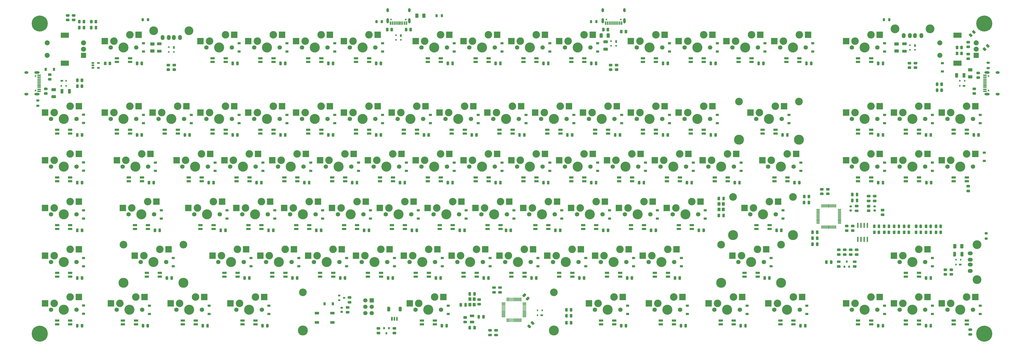
<source format=gbs>
%TF.GenerationSoftware,KiCad,Pcbnew,(5.1.10)-1*%
%TF.CreationDate,2021-10-21T23:13:51-04:00*%
%TF.ProjectId,custom_keyboard (f303_ fe2.1),63757374-6f6d-45f6-9b65-79626f617264,rev?*%
%TF.SameCoordinates,Original*%
%TF.FileFunction,Soldermask,Bot*%
%TF.FilePolarity,Negative*%
%FSLAX46Y46*%
G04 Gerber Fmt 4.6, Leading zero omitted, Abs format (unit mm)*
G04 Created by KiCad (PCBNEW (5.1.10)-1) date 2021-10-21 23:13:51*
%MOMM*%
%LPD*%
G01*
G04 APERTURE LIST*
%ADD10C,4.000000*%
%ADD11C,1.750000*%
%ADD12C,3.000000*%
%ADD13R,2.550000X2.500000*%
%ADD14R,1.800000X0.900000*%
%ADD15C,3.987800*%
%ADD16C,3.048000*%
%ADD17C,3.500000*%
%ADD18O,2.000000X1.500000*%
%ADD19R,1.450000X0.600000*%
%ADD20R,1.450000X0.300000*%
%ADD21C,0.650000*%
%ADD22O,2.100000X1.000000*%
%ADD23O,1.600000X1.000000*%
%ADD24R,1.800000X1.000000*%
%ADD25R,1.060000X0.650000*%
%ADD26R,1.200000X0.900000*%
%ADD27R,0.900000X1.200000*%
%ADD28C,2.000000*%
%ADD29R,3.200000X2.000000*%
%ADD30R,2.000000X2.000000*%
%ADD31R,0.700000X1.000000*%
%ADD32R,0.700000X0.600000*%
%ADD33O,0.588000X2.045000*%
%ADD34R,0.600000X1.450000*%
%ADD35R,0.300000X1.450000*%
%ADD36O,1.000000X2.100000*%
%ADD37O,1.000000X1.600000*%
%ADD38R,1.200000X1.400000*%
%ADD39O,1.500000X2.000000*%
%ADD40R,0.900000X0.800000*%
%ADD41R,1.800000X1.100000*%
%ADD42R,0.800000X0.900000*%
%ADD43R,0.600000X0.700000*%
%ADD44R,1.000000X0.700000*%
%ADD45O,1.500000X0.270000*%
%ADD46O,0.270000X1.500000*%
%ADD47C,6.400000*%
%ADD48C,1.700000*%
%ADD49R,1.700000X1.700000*%
G04 APERTURE END LIST*
%TO.C,FB8*%
G36*
G01*
X239131850Y-155946450D02*
X239131850Y-155183950D01*
G75*
G02*
X239350600Y-154965200I218750J0D01*
G01*
X239788100Y-154965200D01*
G75*
G02*
X240006850Y-155183950I0J-218750D01*
G01*
X240006850Y-155946450D01*
G75*
G02*
X239788100Y-156165200I-218750J0D01*
G01*
X239350600Y-156165200D01*
G75*
G02*
X239131850Y-155946450I0J218750D01*
G01*
G37*
G36*
G01*
X237006850Y-155946450D02*
X237006850Y-155183950D01*
G75*
G02*
X237225600Y-154965200I218750J0D01*
G01*
X237663100Y-154965200D01*
G75*
G02*
X237881850Y-155183950I0J-218750D01*
G01*
X237881850Y-155946450D01*
G75*
G02*
X237663100Y-156165200I-218750J0D01*
G01*
X237225600Y-156165200D01*
G75*
G02*
X237006850Y-155946450I0J218750D01*
G01*
G37*
%TD*%
D10*
%TO.C,MX83*%
X234141500Y-273032800D03*
D11*
X229061500Y-273032800D03*
X239221500Y-273032800D03*
D12*
X230331500Y-270492800D03*
X236681500Y-267952800D03*
D13*
X226731500Y-270492800D03*
X240156500Y-267952800D03*
D14*
X231541500Y-277332800D03*
X231541500Y-278832800D03*
X236741500Y-277332800D03*
X236741500Y-278832800D03*
D15*
X184135250Y-281313200D03*
D16*
X184135250Y-266073200D03*
D15*
X284135050Y-281313200D03*
D16*
X284135050Y-266073200D03*
%TD*%
D10*
%TO.C,MX84*%
X305574500Y-273032800D03*
D11*
X300494500Y-273032800D03*
X310654500Y-273032800D03*
D12*
X301764500Y-270492800D03*
X308114500Y-267952800D03*
D13*
X298164500Y-270492800D03*
X311589500Y-267952800D03*
D14*
X302974500Y-277332800D03*
X302974500Y-278832800D03*
X308174500Y-277332800D03*
X308174500Y-278832800D03*
%TD*%
D17*
%TO.C,USB4*%
X452737900Y-246984000D03*
D18*
X450027900Y-257484000D03*
X450027900Y-254984000D03*
X450027900Y-252984000D03*
D17*
X452737900Y-260984000D03*
D18*
X450027900Y-250484000D03*
%TD*%
D10*
%TO.C,MX32*%
X446059400Y-196837600D03*
D11*
X440979400Y-196837600D03*
X451139400Y-196837600D03*
D12*
X442249400Y-194297600D03*
X448599400Y-191757600D03*
D13*
X438649400Y-194297600D03*
X452074400Y-191757600D03*
D14*
X443459400Y-201137600D03*
X443459400Y-202637600D03*
X448659400Y-201137600D03*
X448659400Y-202637600D03*
%TD*%
%TO.C,J2*%
G36*
G01*
X219348600Y-277245200D02*
X219348600Y-275995200D01*
G75*
G02*
X219498600Y-275845200I150000J0D01*
G01*
X219798600Y-275845200D01*
G75*
G02*
X219948600Y-275995200I0J-150000D01*
G01*
X219948600Y-277245200D01*
G75*
G02*
X219798600Y-277395200I-150000J0D01*
G01*
X219498600Y-277395200D01*
G75*
G02*
X219348600Y-277245200I0J150000D01*
G01*
G37*
G36*
G01*
X220348600Y-277245200D02*
X220348600Y-275995200D01*
G75*
G02*
X220498600Y-275845200I150000J0D01*
G01*
X220798600Y-275845200D01*
G75*
G02*
X220948600Y-275995200I0J-150000D01*
G01*
X220948600Y-277245200D01*
G75*
G02*
X220798600Y-277395200I-150000J0D01*
G01*
X220498600Y-277395200D01*
G75*
G02*
X220348600Y-277245200I0J150000D01*
G01*
G37*
G36*
G01*
X221348600Y-277245200D02*
X221348600Y-275995200D01*
G75*
G02*
X221498600Y-275845200I150000J0D01*
G01*
X221798600Y-275845200D01*
G75*
G02*
X221948600Y-275995200I0J-150000D01*
G01*
X221948600Y-277245200D01*
G75*
G02*
X221798600Y-277395200I-150000J0D01*
G01*
X221498600Y-277395200D01*
G75*
G02*
X221348600Y-277245200I0J150000D01*
G01*
G37*
G36*
G01*
X217748600Y-273395201D02*
X217748600Y-272095199D01*
G75*
G02*
X217998599Y-271845200I249999J0D01*
G01*
X218698601Y-271845200D01*
G75*
G02*
X218948600Y-272095199I0J-249999D01*
G01*
X218948600Y-273395201D01*
G75*
G02*
X218698601Y-273645200I-249999J0D01*
G01*
X217998599Y-273645200D01*
G75*
G02*
X217748600Y-273395201I0J249999D01*
G01*
G37*
G36*
G01*
X222348600Y-273395201D02*
X222348600Y-272095199D01*
G75*
G02*
X222598599Y-271845200I249999J0D01*
G01*
X223298601Y-271845200D01*
G75*
G02*
X223548600Y-272095199I0J-249999D01*
G01*
X223548600Y-273395201D01*
G75*
G02*
X223298601Y-273645200I-249999J0D01*
G01*
X222598599Y-273645200D01*
G75*
G02*
X222348600Y-273395201I0J249999D01*
G01*
G37*
%TD*%
D19*
%TO.C,USB7*%
X455825800Y-185776000D03*
X455825800Y-179326000D03*
X455825800Y-185001000D03*
X455825800Y-180101000D03*
D20*
X455825800Y-180801000D03*
X455825800Y-184301000D03*
X455825800Y-181301000D03*
X455825800Y-183801000D03*
X455825800Y-181801000D03*
X455825800Y-183301000D03*
X455825800Y-182801000D03*
X455825800Y-182301000D03*
D21*
X457270800Y-185441000D03*
X457270800Y-179661000D03*
D22*
X456740800Y-178231000D03*
X456740800Y-186871000D03*
D23*
X460920800Y-178231000D03*
X460920800Y-186871000D03*
%TD*%
D24*
%TO.C,Y2*%
X251602900Y-275413900D03*
X251602900Y-277913900D03*
%TD*%
D25*
%TO.C,U12*%
X100493600Y-176357700D03*
X100493600Y-175407700D03*
X100493600Y-174457700D03*
X102693600Y-174457700D03*
X102693600Y-176357700D03*
%TD*%
%TO.C,R30*%
G36*
G01*
X199340550Y-271807800D02*
X199890550Y-271807800D01*
G75*
G02*
X200090550Y-272007800I0J-200000D01*
G01*
X200090550Y-272407800D01*
G75*
G02*
X199890550Y-272607800I-200000J0D01*
G01*
X199340550Y-272607800D01*
G75*
G02*
X199140550Y-272407800I0J200000D01*
G01*
X199140550Y-272007800D01*
G75*
G02*
X199340550Y-271807800I200000J0D01*
G01*
G37*
G36*
G01*
X199340550Y-273457800D02*
X199890550Y-273457800D01*
G75*
G02*
X200090550Y-273657800I0J-200000D01*
G01*
X200090550Y-274057800D01*
G75*
G02*
X199890550Y-274257800I-200000J0D01*
G01*
X199340550Y-274257800D01*
G75*
G02*
X199140550Y-274057800I0J200000D01*
G01*
X199140550Y-273657800D01*
G75*
G02*
X199340550Y-273457800I200000J0D01*
G01*
G37*
%TD*%
%TO.C,R23*%
G36*
G01*
X412205300Y-233779100D02*
X411655300Y-233779100D01*
G75*
G02*
X411455300Y-233579100I0J200000D01*
G01*
X411455300Y-233179100D01*
G75*
G02*
X411655300Y-232979100I200000J0D01*
G01*
X412205300Y-232979100D01*
G75*
G02*
X412405300Y-233179100I0J-200000D01*
G01*
X412405300Y-233579100D01*
G75*
G02*
X412205300Y-233779100I-200000J0D01*
G01*
G37*
G36*
G01*
X412205300Y-232129100D02*
X411655300Y-232129100D01*
G75*
G02*
X411455300Y-231929100I0J200000D01*
G01*
X411455300Y-231529100D01*
G75*
G02*
X411655300Y-231329100I200000J0D01*
G01*
X412205300Y-231329100D01*
G75*
G02*
X412405300Y-231529100I0J-200000D01*
G01*
X412405300Y-231929100D01*
G75*
G02*
X412205300Y-232129100I-200000J0D01*
G01*
G37*
%TD*%
%TO.C,R21*%
G36*
G01*
X402130900Y-231329100D02*
X402680900Y-231329100D01*
G75*
G02*
X402880900Y-231529100I0J-200000D01*
G01*
X402880900Y-231929100D01*
G75*
G02*
X402680900Y-232129100I-200000J0D01*
G01*
X402130900Y-232129100D01*
G75*
G02*
X401930900Y-231929100I0J200000D01*
G01*
X401930900Y-231529100D01*
G75*
G02*
X402130900Y-231329100I200000J0D01*
G01*
G37*
G36*
G01*
X402130900Y-232979100D02*
X402680900Y-232979100D01*
G75*
G02*
X402880900Y-233179100I0J-200000D01*
G01*
X402880900Y-233579100D01*
G75*
G02*
X402680900Y-233779100I-200000J0D01*
G01*
X402130900Y-233779100D01*
G75*
G02*
X401930900Y-233579100I0J200000D01*
G01*
X401930900Y-233179100D01*
G75*
G02*
X402130900Y-232979100I200000J0D01*
G01*
G37*
%TD*%
%TO.C,UD7*%
G36*
G01*
X435903700Y-242534750D02*
X435903700Y-241622250D01*
G75*
G02*
X436147450Y-241378500I243750J0D01*
G01*
X436634950Y-241378500D01*
G75*
G02*
X436878700Y-241622250I0J-243750D01*
G01*
X436878700Y-242534750D01*
G75*
G02*
X436634950Y-242778500I-243750J0D01*
G01*
X436147450Y-242778500D01*
G75*
G02*
X435903700Y-242534750I0J243750D01*
G01*
G37*
G36*
G01*
X437778700Y-242534750D02*
X437778700Y-241622250D01*
G75*
G02*
X438022450Y-241378500I243750J0D01*
G01*
X438509950Y-241378500D01*
G75*
G02*
X438753700Y-241622250I0J-243750D01*
G01*
X438753700Y-242534750D01*
G75*
G02*
X438509950Y-242778500I-243750J0D01*
G01*
X438022450Y-242778500D01*
G75*
G02*
X437778700Y-242534750I0J243750D01*
G01*
G37*
%TD*%
%TO.C,UD6*%
G36*
G01*
X431935200Y-242534750D02*
X431935200Y-241622250D01*
G75*
G02*
X432178950Y-241378500I243750J0D01*
G01*
X432666450Y-241378500D01*
G75*
G02*
X432910200Y-241622250I0J-243750D01*
G01*
X432910200Y-242534750D01*
G75*
G02*
X432666450Y-242778500I-243750J0D01*
G01*
X432178950Y-242778500D01*
G75*
G02*
X431935200Y-242534750I0J243750D01*
G01*
G37*
G36*
G01*
X433810200Y-242534750D02*
X433810200Y-241622250D01*
G75*
G02*
X434053950Y-241378500I243750J0D01*
G01*
X434541450Y-241378500D01*
G75*
G02*
X434785200Y-241622250I0J-243750D01*
G01*
X434785200Y-242534750D01*
G75*
G02*
X434541450Y-242778500I-243750J0D01*
G01*
X434053950Y-242778500D01*
G75*
G02*
X433810200Y-242534750I0J243750D01*
G01*
G37*
%TD*%
%TO.C,UD5*%
G36*
G01*
X427966700Y-242534750D02*
X427966700Y-241622250D01*
G75*
G02*
X428210450Y-241378500I243750J0D01*
G01*
X428697950Y-241378500D01*
G75*
G02*
X428941700Y-241622250I0J-243750D01*
G01*
X428941700Y-242534750D01*
G75*
G02*
X428697950Y-242778500I-243750J0D01*
G01*
X428210450Y-242778500D01*
G75*
G02*
X427966700Y-242534750I0J243750D01*
G01*
G37*
G36*
G01*
X429841700Y-242534750D02*
X429841700Y-241622250D01*
G75*
G02*
X430085450Y-241378500I243750J0D01*
G01*
X430572950Y-241378500D01*
G75*
G02*
X430816700Y-241622250I0J-243750D01*
G01*
X430816700Y-242534750D01*
G75*
G02*
X430572950Y-242778500I-243750J0D01*
G01*
X430085450Y-242778500D01*
G75*
G02*
X429841700Y-242534750I0J243750D01*
G01*
G37*
%TD*%
%TO.C,UD4*%
G36*
G01*
X426054500Y-239241150D02*
X426054500Y-240153650D01*
G75*
G02*
X425810750Y-240397400I-243750J0D01*
G01*
X425323250Y-240397400D01*
G75*
G02*
X425079500Y-240153650I0J243750D01*
G01*
X425079500Y-239241150D01*
G75*
G02*
X425323250Y-238997400I243750J0D01*
G01*
X425810750Y-238997400D01*
G75*
G02*
X426054500Y-239241150I0J-243750D01*
G01*
G37*
G36*
G01*
X424179500Y-239241150D02*
X424179500Y-240153650D01*
G75*
G02*
X423935750Y-240397400I-243750J0D01*
G01*
X423448250Y-240397400D01*
G75*
G02*
X423204500Y-240153650I0J243750D01*
G01*
X423204500Y-239241150D01*
G75*
G02*
X423448250Y-238997400I243750J0D01*
G01*
X423935750Y-238997400D01*
G75*
G02*
X424179500Y-239241150I0J-243750D01*
G01*
G37*
%TD*%
%TO.C,UD3*%
G36*
G01*
X422086000Y-239241150D02*
X422086000Y-240153650D01*
G75*
G02*
X421842250Y-240397400I-243750J0D01*
G01*
X421354750Y-240397400D01*
G75*
G02*
X421111000Y-240153650I0J243750D01*
G01*
X421111000Y-239241150D01*
G75*
G02*
X421354750Y-238997400I243750J0D01*
G01*
X421842250Y-238997400D01*
G75*
G02*
X422086000Y-239241150I0J-243750D01*
G01*
G37*
G36*
G01*
X420211000Y-239241150D02*
X420211000Y-240153650D01*
G75*
G02*
X419967250Y-240397400I-243750J0D01*
G01*
X419479750Y-240397400D01*
G75*
G02*
X419236000Y-240153650I0J243750D01*
G01*
X419236000Y-239241150D01*
G75*
G02*
X419479750Y-238997400I243750J0D01*
G01*
X419967250Y-238997400D01*
G75*
G02*
X420211000Y-239241150I0J-243750D01*
G01*
G37*
%TD*%
%TO.C,UD2*%
G36*
G01*
X418117500Y-239241150D02*
X418117500Y-240153650D01*
G75*
G02*
X417873750Y-240397400I-243750J0D01*
G01*
X417386250Y-240397400D01*
G75*
G02*
X417142500Y-240153650I0J243750D01*
G01*
X417142500Y-239241150D01*
G75*
G02*
X417386250Y-238997400I243750J0D01*
G01*
X417873750Y-238997400D01*
G75*
G02*
X418117500Y-239241150I0J-243750D01*
G01*
G37*
G36*
G01*
X416242500Y-239241150D02*
X416242500Y-240153650D01*
G75*
G02*
X415998750Y-240397400I-243750J0D01*
G01*
X415511250Y-240397400D01*
G75*
G02*
X415267500Y-240153650I0J243750D01*
G01*
X415267500Y-239241150D01*
G75*
G02*
X415511250Y-238997400I243750J0D01*
G01*
X415998750Y-238997400D01*
G75*
G02*
X416242500Y-239241150I0J-243750D01*
G01*
G37*
%TD*%
%TO.C,UD1*%
G36*
G01*
X414149000Y-239241150D02*
X414149000Y-240153650D01*
G75*
G02*
X413905250Y-240397400I-243750J0D01*
G01*
X413417750Y-240397400D01*
G75*
G02*
X413174000Y-240153650I0J243750D01*
G01*
X413174000Y-239241150D01*
G75*
G02*
X413417750Y-238997400I243750J0D01*
G01*
X413905250Y-238997400D01*
G75*
G02*
X414149000Y-239241150I0J-243750D01*
G01*
G37*
G36*
G01*
X412274000Y-239241150D02*
X412274000Y-240153650D01*
G75*
G02*
X412030250Y-240397400I-243750J0D01*
G01*
X411542750Y-240397400D01*
G75*
G02*
X411299000Y-240153650I0J243750D01*
G01*
X411299000Y-239241150D01*
G75*
G02*
X411542750Y-238997400I243750J0D01*
G01*
X412030250Y-238997400D01*
G75*
G02*
X412274000Y-239241150I0J-243750D01*
G01*
G37*
%TD*%
%TO.C,D10*%
G36*
G01*
X400362250Y-239066100D02*
X401274750Y-239066100D01*
G75*
G02*
X401518500Y-239309850I0J-243750D01*
G01*
X401518500Y-239797350D01*
G75*
G02*
X401274750Y-240041100I-243750J0D01*
G01*
X400362250Y-240041100D01*
G75*
G02*
X400118500Y-239797350I0J243750D01*
G01*
X400118500Y-239309850D01*
G75*
G02*
X400362250Y-239066100I243750J0D01*
G01*
G37*
G36*
G01*
X400362250Y-240941100D02*
X401274750Y-240941100D01*
G75*
G02*
X401518500Y-241184850I0J-243750D01*
G01*
X401518500Y-241672350D01*
G75*
G02*
X401274750Y-241916100I-243750J0D01*
G01*
X400362250Y-241916100D01*
G75*
G02*
X400118500Y-241672350I0J243750D01*
G01*
X400118500Y-241184850D01*
G75*
G02*
X400362250Y-240941100I243750J0D01*
G01*
G37*
%TD*%
%TO.C,C34*%
G36*
G01*
X443215700Y-251459201D02*
X443215700Y-250159199D01*
G75*
G02*
X443465699Y-249909200I249999J0D01*
G01*
X444115701Y-249909200D01*
G75*
G02*
X444365700Y-250159199I0J-249999D01*
G01*
X444365700Y-251459201D01*
G75*
G02*
X444115701Y-251709200I-249999J0D01*
G01*
X443465699Y-251709200D01*
G75*
G02*
X443215700Y-251459201I0J249999D01*
G01*
G37*
G36*
G01*
X446165700Y-251459201D02*
X446165700Y-250159199D01*
G75*
G02*
X446415699Y-249909200I249999J0D01*
G01*
X447065701Y-249909200D01*
G75*
G02*
X447315700Y-250159199I0J-249999D01*
G01*
X447315700Y-251459201D01*
G75*
G02*
X447065701Y-251709200I-249999J0D01*
G01*
X446415699Y-251709200D01*
G75*
G02*
X446165700Y-251459201I0J249999D01*
G01*
G37*
%TD*%
%TO.C,C25*%
G36*
G01*
X126341999Y-166214400D02*
X127642001Y-166214400D01*
G75*
G02*
X127892000Y-166464399I0J-249999D01*
G01*
X127892000Y-167114401D01*
G75*
G02*
X127642001Y-167364400I-249999J0D01*
G01*
X126341999Y-167364400D01*
G75*
G02*
X126092000Y-167114401I0J249999D01*
G01*
X126092000Y-166464399D01*
G75*
G02*
X126341999Y-166214400I249999J0D01*
G01*
G37*
G36*
G01*
X126341999Y-169164400D02*
X127642001Y-169164400D01*
G75*
G02*
X127892000Y-169414399I0J-249999D01*
G01*
X127892000Y-170064401D01*
G75*
G02*
X127642001Y-170314400I-249999J0D01*
G01*
X126341999Y-170314400D01*
G75*
G02*
X126092000Y-170064401I0J249999D01*
G01*
X126092000Y-169414399D01*
G75*
G02*
X126341999Y-169164400I249999J0D01*
G01*
G37*
%TD*%
%TO.C,C23*%
G36*
G01*
X87638100Y-186375801D02*
X87638100Y-185075799D01*
G75*
G02*
X87888099Y-184825800I249999J0D01*
G01*
X88538101Y-184825800D01*
G75*
G02*
X88788100Y-185075799I0J-249999D01*
G01*
X88788100Y-186375801D01*
G75*
G02*
X88538101Y-186625800I-249999J0D01*
G01*
X87888099Y-186625800D01*
G75*
G02*
X87638100Y-186375801I0J249999D01*
G01*
G37*
G36*
G01*
X90588100Y-186375801D02*
X90588100Y-185075799D01*
G75*
G02*
X90838099Y-184825800I249999J0D01*
G01*
X91488101Y-184825800D01*
G75*
G02*
X91738100Y-185075799I0J-249999D01*
G01*
X91738100Y-186375801D01*
G75*
G02*
X91488101Y-186625800I-249999J0D01*
G01*
X90838099Y-186625800D01*
G75*
G02*
X90588100Y-186375801I0J249999D01*
G01*
G37*
%TD*%
%TO.C,C13*%
G36*
G01*
X423185799Y-166214400D02*
X424485801Y-166214400D01*
G75*
G02*
X424735800Y-166464399I0J-249999D01*
G01*
X424735800Y-167114401D01*
G75*
G02*
X424485801Y-167364400I-249999J0D01*
G01*
X423185799Y-167364400D01*
G75*
G02*
X422935800Y-167114401I0J249999D01*
G01*
X422935800Y-166464399D01*
G75*
G02*
X423185799Y-166214400I249999J0D01*
G01*
G37*
G36*
G01*
X423185799Y-169164400D02*
X424485801Y-169164400D01*
G75*
G02*
X424735800Y-169414399I0J-249999D01*
G01*
X424735800Y-170064401D01*
G75*
G02*
X424485801Y-170314400I-249999J0D01*
G01*
X423185799Y-170314400D01*
G75*
G02*
X422935800Y-170064401I0J249999D01*
G01*
X422935800Y-169414399D01*
G75*
G02*
X423185799Y-169164400I249999J0D01*
G01*
G37*
%TD*%
%TO.C,C10*%
G36*
G01*
X445159400Y-178726199D02*
X445159400Y-180026201D01*
G75*
G02*
X444909401Y-180276200I-249999J0D01*
G01*
X444259399Y-180276200D01*
G75*
G02*
X444009400Y-180026201I0J249999D01*
G01*
X444009400Y-178726199D01*
G75*
G02*
X444259399Y-178476200I249999J0D01*
G01*
X444909401Y-178476200D01*
G75*
G02*
X445159400Y-178726199I0J-249999D01*
G01*
G37*
G36*
G01*
X448109400Y-178726199D02*
X448109400Y-180026201D01*
G75*
G02*
X447859401Y-180276200I-249999J0D01*
G01*
X447209399Y-180276200D01*
G75*
G02*
X446959400Y-180026201I0J249999D01*
G01*
X446959400Y-178726199D01*
G75*
G02*
X447209399Y-178476200I249999J0D01*
G01*
X447859401Y-178476200D01*
G75*
G02*
X448109400Y-178726199I0J-249999D01*
G01*
G37*
%TD*%
%TO.C,C2*%
G36*
G01*
X304130799Y-165420700D02*
X305430801Y-165420700D01*
G75*
G02*
X305680800Y-165670699I0J-249999D01*
G01*
X305680800Y-166320701D01*
G75*
G02*
X305430801Y-166570700I-249999J0D01*
G01*
X304130799Y-166570700D01*
G75*
G02*
X303880800Y-166320701I0J249999D01*
G01*
X303880800Y-165670699D01*
G75*
G02*
X304130799Y-165420700I249999J0D01*
G01*
G37*
G36*
G01*
X304130799Y-168370700D02*
X305430801Y-168370700D01*
G75*
G02*
X305680800Y-168620699I0J-249999D01*
G01*
X305680800Y-169270701D01*
G75*
G02*
X305430801Y-169520700I-249999J0D01*
G01*
X304130799Y-169520700D01*
G75*
G02*
X303880800Y-169270701I0J249999D01*
G01*
X303880800Y-168620699D01*
G75*
G02*
X304130799Y-168370700I249999J0D01*
G01*
G37*
%TD*%
%TO.C,C7*%
G36*
G01*
X449709200Y-171386050D02*
X448759200Y-171386050D01*
G75*
G02*
X448509200Y-171136050I0J250000D01*
G01*
X448509200Y-170636050D01*
G75*
G02*
X448759200Y-170386050I250000J0D01*
G01*
X449709200Y-170386050D01*
G75*
G02*
X449959200Y-170636050I0J-250000D01*
G01*
X449959200Y-171136050D01*
G75*
G02*
X449709200Y-171386050I-250000J0D01*
G01*
G37*
G36*
G01*
X449709200Y-173286050D02*
X448759200Y-173286050D01*
G75*
G02*
X448509200Y-173036050I0J250000D01*
G01*
X448509200Y-172536050D01*
G75*
G02*
X448759200Y-172286050I250000J0D01*
G01*
X449709200Y-172286050D01*
G75*
G02*
X449959200Y-172536050I0J-250000D01*
G01*
X449959200Y-173036050D01*
G75*
G02*
X449709200Y-173286050I-250000J0D01*
G01*
G37*
%TD*%
%TO.C,C8*%
G36*
G01*
X449709200Y-168523850D02*
X448759200Y-168523850D01*
G75*
G02*
X448509200Y-168273850I0J250000D01*
G01*
X448509200Y-167773850D01*
G75*
G02*
X448759200Y-167523850I250000J0D01*
G01*
X449709200Y-167523850D01*
G75*
G02*
X449959200Y-167773850I0J-250000D01*
G01*
X449959200Y-168273850D01*
G75*
G02*
X449709200Y-168523850I-250000J0D01*
G01*
G37*
G36*
G01*
X449709200Y-166623850D02*
X448759200Y-166623850D01*
G75*
G02*
X448509200Y-166373850I0J250000D01*
G01*
X448509200Y-165873850D01*
G75*
G02*
X448759200Y-165623850I250000J0D01*
G01*
X449709200Y-165623850D01*
G75*
G02*
X449959200Y-165873850I0J-250000D01*
G01*
X449959200Y-166373850D01*
G75*
G02*
X449709200Y-166623850I-250000J0D01*
G01*
G37*
%TD*%
%TO.C,C1*%
G36*
G01*
X246581250Y-271523550D02*
X246581250Y-270573550D01*
G75*
G02*
X246831250Y-270323550I250000J0D01*
G01*
X247331250Y-270323550D01*
G75*
G02*
X247581250Y-270573550I0J-250000D01*
G01*
X247581250Y-271523550D01*
G75*
G02*
X247331250Y-271773550I-250000J0D01*
G01*
X246831250Y-271773550D01*
G75*
G02*
X246581250Y-271523550I0J250000D01*
G01*
G37*
G36*
G01*
X248481250Y-271523550D02*
X248481250Y-270573550D01*
G75*
G02*
X248731250Y-270323550I250000J0D01*
G01*
X249231250Y-270323550D01*
G75*
G02*
X249481250Y-270573550I0J-250000D01*
G01*
X249481250Y-271523550D01*
G75*
G02*
X249231250Y-271773550I-250000J0D01*
G01*
X248731250Y-271773550D01*
G75*
G02*
X248481250Y-271523550I0J250000D01*
G01*
G37*
%TD*%
%TO.C,C3*%
G36*
G01*
X250152900Y-267158200D02*
X250152900Y-266208200D01*
G75*
G02*
X250402900Y-265958200I250000J0D01*
G01*
X250902900Y-265958200D01*
G75*
G02*
X251152900Y-266208200I0J-250000D01*
G01*
X251152900Y-267158200D01*
G75*
G02*
X250902900Y-267408200I-250000J0D01*
G01*
X250402900Y-267408200D01*
G75*
G02*
X250152900Y-267158200I0J250000D01*
G01*
G37*
G36*
G01*
X252052900Y-267158200D02*
X252052900Y-266208200D01*
G75*
G02*
X252302900Y-265958200I250000J0D01*
G01*
X252802900Y-265958200D01*
G75*
G02*
X253052900Y-266208200I0J-250000D01*
G01*
X253052900Y-267158200D01*
G75*
G02*
X252802900Y-267408200I-250000J0D01*
G01*
X252302900Y-267408200D01*
G75*
G02*
X252052900Y-267158200I0J250000D01*
G01*
G37*
%TD*%
%TO.C,C37*%
G36*
G01*
X405262000Y-251465500D02*
X404312000Y-251465500D01*
G75*
G02*
X404062000Y-251215500I0J250000D01*
G01*
X404062000Y-250715500D01*
G75*
G02*
X404312000Y-250465500I250000J0D01*
G01*
X405262000Y-250465500D01*
G75*
G02*
X405512000Y-250715500I0J-250000D01*
G01*
X405512000Y-251215500D01*
G75*
G02*
X405262000Y-251465500I-250000J0D01*
G01*
G37*
G36*
G01*
X405262000Y-249565500D02*
X404312000Y-249565500D01*
G75*
G02*
X404062000Y-249315500I0J250000D01*
G01*
X404062000Y-248815500D01*
G75*
G02*
X404312000Y-248565500I250000J0D01*
G01*
X405262000Y-248565500D01*
G75*
G02*
X405512000Y-248815500I0J-250000D01*
G01*
X405512000Y-249315500D01*
G75*
G02*
X405262000Y-249565500I-250000J0D01*
G01*
G37*
%TD*%
%TO.C,C11*%
G36*
G01*
X409074200Y-227135600D02*
X410024200Y-227135600D01*
G75*
G02*
X410274200Y-227385600I0J-250000D01*
G01*
X410274200Y-227885600D01*
G75*
G02*
X410024200Y-228135600I-250000J0D01*
G01*
X409074200Y-228135600D01*
G75*
G02*
X408824200Y-227885600I0J250000D01*
G01*
X408824200Y-227385600D01*
G75*
G02*
X409074200Y-227135600I250000J0D01*
G01*
G37*
G36*
G01*
X409074200Y-229035600D02*
X410024200Y-229035600D01*
G75*
G02*
X410274200Y-229285600I0J-250000D01*
G01*
X410274200Y-229785600D01*
G75*
G02*
X410024200Y-230035600I-250000J0D01*
G01*
X409074200Y-230035600D01*
G75*
G02*
X408824200Y-229785600I0J250000D01*
G01*
X408824200Y-229285600D01*
G75*
G02*
X409074200Y-229035600I250000J0D01*
G01*
G37*
%TD*%
%TO.C,C32*%
G36*
G01*
X352265400Y-234857050D02*
X352265400Y-235807050D01*
G75*
G02*
X352015400Y-236057050I-250000J0D01*
G01*
X351515400Y-236057050D01*
G75*
G02*
X351265400Y-235807050I0J250000D01*
G01*
X351265400Y-234857050D01*
G75*
G02*
X351515400Y-234607050I250000J0D01*
G01*
X352015400Y-234607050D01*
G75*
G02*
X352265400Y-234857050I0J-250000D01*
G01*
G37*
G36*
G01*
X350365400Y-234857050D02*
X350365400Y-235807050D01*
G75*
G02*
X350115400Y-236057050I-250000J0D01*
G01*
X349615400Y-236057050D01*
G75*
G02*
X349365400Y-235807050I0J250000D01*
G01*
X349365400Y-234857050D01*
G75*
G02*
X349615400Y-234607050I250000J0D01*
G01*
X350115400Y-234607050D01*
G75*
G02*
X350365400Y-234857050I0J-250000D01*
G01*
G37*
%TD*%
%TO.C,C33*%
G36*
G01*
X349365400Y-229060600D02*
X349365400Y-228110600D01*
G75*
G02*
X349615400Y-227860600I250000J0D01*
G01*
X350115400Y-227860600D01*
G75*
G02*
X350365400Y-228110600I0J-250000D01*
G01*
X350365400Y-229060600D01*
G75*
G02*
X350115400Y-229310600I-250000J0D01*
G01*
X349615400Y-229310600D01*
G75*
G02*
X349365400Y-229060600I0J250000D01*
G01*
G37*
G36*
G01*
X351265400Y-229060600D02*
X351265400Y-228110600D01*
G75*
G02*
X351515400Y-227860600I250000J0D01*
G01*
X352015400Y-227860600D01*
G75*
G02*
X352265400Y-228110600I0J-250000D01*
G01*
X352265400Y-229060600D01*
G75*
G02*
X352015400Y-229310600I-250000J0D01*
G01*
X351515400Y-229310600D01*
G75*
G02*
X351265400Y-229060600I0J250000D01*
G01*
G37*
%TD*%
D26*
%TO.C,KD15*%
X96831400Y-198425000D03*
X96831400Y-195125000D03*
%TD*%
%TO.C,KD33*%
X96831400Y-217473800D03*
X96831400Y-214173800D03*
%TD*%
%TO.C,KD51*%
X96831400Y-236585200D03*
X96831400Y-233285200D03*
%TD*%
%TO.C,KD65*%
X96831400Y-255634000D03*
X96831400Y-252334000D03*
%TD*%
%TO.C,KD80*%
X123023500Y-274682800D03*
X123023500Y-271382800D03*
%TD*%
%TO.C,KD1*%
X120642400Y-169914400D03*
X120642400Y-166614400D03*
%TD*%
%TO.C,KD16*%
X120642400Y-198487600D03*
X120642400Y-195187600D03*
%TD*%
%TO.C,KD34*%
X125404600Y-217536400D03*
X125404600Y-214236400D03*
%TD*%
%TO.C,KD52*%
X127785700Y-236585200D03*
X127785700Y-233285200D03*
%TD*%
%TO.C,KD79*%
X96831400Y-274620200D03*
X96831400Y-271320200D03*
%TD*%
%TO.C,KD2*%
X158740000Y-169914400D03*
X158740000Y-166614400D03*
%TD*%
%TO.C,KD18*%
X158740000Y-198487600D03*
X158740000Y-195187600D03*
%TD*%
%TO.C,KD36*%
X168264400Y-217536400D03*
X168264400Y-214236400D03*
%TD*%
%TO.C,KD54*%
X173026600Y-236585200D03*
X173026600Y-233285200D03*
%TD*%
%TO.C,KD67*%
X163502200Y-255634000D03*
X163502200Y-252334000D03*
%TD*%
%TO.C,KD82*%
X170645500Y-274682800D03*
X170645500Y-271382800D03*
%TD*%
%TO.C,KD17*%
X139691200Y-198487600D03*
X139691200Y-195187600D03*
%TD*%
%TO.C,KD35*%
X149215600Y-217536400D03*
X149215600Y-214236400D03*
%TD*%
%TO.C,KD53*%
X153977800Y-236585200D03*
X153977800Y-233285200D03*
%TD*%
%TO.C,KD66*%
X132547900Y-255634000D03*
X132547900Y-252334000D03*
%TD*%
%TO.C,KD81*%
X146834500Y-274682800D03*
X146834500Y-271382800D03*
%TD*%
%TO.C,KD3*%
X177788800Y-169914400D03*
X177788800Y-166614400D03*
%TD*%
%TO.C,KD19*%
X177788800Y-198487600D03*
X177788800Y-195187600D03*
%TD*%
%TO.C,KD37*%
X187313200Y-217536400D03*
X187313200Y-214236400D03*
%TD*%
%TO.C,KD55*%
X192075400Y-236585200D03*
X192075400Y-233285200D03*
%TD*%
%TO.C,KD68*%
X182551000Y-255634000D03*
X182551000Y-252334000D03*
%TD*%
%TO.C,KD70*%
X220648600Y-255634000D03*
X220648600Y-252334000D03*
%TD*%
%TO.C,KD4*%
X196837600Y-169914400D03*
X196837600Y-166614400D03*
%TD*%
%TO.C,KD20*%
X196837600Y-198487600D03*
X196837600Y-195187600D03*
%TD*%
%TO.C,KD38*%
X206362000Y-217536400D03*
X206362000Y-214236400D03*
%TD*%
%TO.C,KD56*%
X211124200Y-236585200D03*
X211124200Y-233285200D03*
%TD*%
%TO.C,KD69*%
X201599800Y-255634000D03*
X201599800Y-252334000D03*
%TD*%
%TO.C,KD5*%
X215886400Y-169914400D03*
X215886400Y-166614400D03*
%TD*%
%TO.C,KD21*%
X215886400Y-198487600D03*
X215886400Y-195187600D03*
%TD*%
%TO.C,KD39*%
X225410800Y-217536400D03*
X225410800Y-214236400D03*
%TD*%
%TO.C,KD57*%
X230173000Y-236585200D03*
X230173000Y-233285200D03*
%TD*%
%TO.C,KD71*%
X239697400Y-255634000D03*
X239697400Y-252334000D03*
%TD*%
%TO.C,KD83*%
X242078500Y-274682800D03*
X242078500Y-271382800D03*
%TD*%
%TO.C,KD6*%
X244459600Y-169914400D03*
X244459600Y-166614400D03*
%TD*%
%TO.C,KD22*%
X234935200Y-198487600D03*
X234935200Y-195187600D03*
%TD*%
%TO.C,KD40*%
X244459600Y-217536400D03*
X244459600Y-214236400D03*
%TD*%
%TO.C,KD58*%
X249221800Y-236585200D03*
X249221800Y-233285200D03*
%TD*%
%TO.C,KD72*%
X258746200Y-255634000D03*
X258746200Y-252334000D03*
%TD*%
%TO.C,KD7*%
X263508400Y-169914400D03*
X263508400Y-166614400D03*
%TD*%
%TO.C,KD23*%
X253984000Y-198487600D03*
X253984000Y-195187600D03*
%TD*%
%TO.C,KD41*%
X263508400Y-217536400D03*
X263508400Y-214236400D03*
%TD*%
%TO.C,KD59*%
X268270600Y-236585200D03*
X268270600Y-233285200D03*
%TD*%
%TO.C,KD73*%
X277795000Y-255634000D03*
X277795000Y-252334000D03*
%TD*%
%TO.C,KD8*%
X282557200Y-169914400D03*
X282557200Y-166614400D03*
%TD*%
%TO.C,KD24*%
X273032800Y-198487600D03*
X273032800Y-195187600D03*
%TD*%
%TO.C,KD42*%
X282557200Y-217536400D03*
X282557200Y-214236400D03*
%TD*%
%TO.C,KD60*%
X287319400Y-236585200D03*
X287319400Y-233285200D03*
%TD*%
%TO.C,KD74*%
X296843800Y-255634000D03*
X296843800Y-252334000D03*
%TD*%
%TO.C,KD9*%
X301606000Y-169914400D03*
X301606000Y-166614400D03*
%TD*%
%TO.C,KD25*%
X292081600Y-198487600D03*
X292081600Y-195187600D03*
%TD*%
%TO.C,KD43*%
X301606000Y-217536400D03*
X301606000Y-214236400D03*
%TD*%
%TO.C,KD61*%
X306368200Y-236585200D03*
X306368200Y-233285200D03*
%TD*%
%TO.C,KD75*%
X315892600Y-255634000D03*
X315892600Y-252334000D03*
%TD*%
%TO.C,KD84*%
X313511500Y-274682800D03*
X313511500Y-271382800D03*
%TD*%
%TO.C,KD10*%
X330179200Y-169914400D03*
X330179200Y-166614400D03*
%TD*%
%TO.C,KD26*%
X311130400Y-198487600D03*
X311130400Y-195187600D03*
%TD*%
%TO.C,KD44*%
X320654800Y-217536400D03*
X320654800Y-214236400D03*
%TD*%
%TO.C,KD62*%
X325417000Y-236585200D03*
X325417000Y-233285200D03*
%TD*%
%TO.C,KD76*%
X334941400Y-255634000D03*
X334941400Y-252334000D03*
%TD*%
%TO.C,KD11*%
X349228000Y-169914400D03*
X349228000Y-166614400D03*
%TD*%
%TO.C,KD27*%
X330179200Y-198487600D03*
X330179200Y-195187600D03*
%TD*%
%TO.C,KD45*%
X339703600Y-217536400D03*
X339703600Y-214236400D03*
%TD*%
%TO.C,KD63*%
X344465800Y-236585200D03*
X344465800Y-233285200D03*
%TD*%
%TO.C,KD85*%
X337322500Y-274682800D03*
X337322500Y-271382800D03*
%TD*%
%TO.C,KD86*%
X361133500Y-274682800D03*
X361133500Y-271382800D03*
%TD*%
%TO.C,KD12*%
X368276800Y-169914400D03*
X368276800Y-166614400D03*
%TD*%
%TO.C,KD28*%
X349228000Y-198487600D03*
X349228000Y-195187600D03*
%TD*%
%TO.C,KD46*%
X358752400Y-217536400D03*
X358752400Y-214236400D03*
%TD*%
%TO.C,KD87*%
X384944500Y-274682800D03*
X384944500Y-271382800D03*
%TD*%
%TO.C,KD13*%
X387325600Y-169914400D03*
X387325600Y-166614400D03*
%TD*%
%TO.C,KD29*%
X377801200Y-198487600D03*
X377801200Y-195187600D03*
%TD*%
%TO.C,KD47*%
X382563400Y-217536400D03*
X382563400Y-214236400D03*
%TD*%
%TO.C,KD64*%
X375420100Y-236585200D03*
X375420100Y-233285200D03*
%TD*%
%TO.C,KD77*%
X370657900Y-255634000D03*
X370657900Y-252334000D03*
%TD*%
%TO.C,KD88*%
X415898800Y-274682800D03*
X415898800Y-271382800D03*
%TD*%
%TO.C,KD14*%
X415898800Y-169914400D03*
X415898800Y-166614400D03*
%TD*%
%TO.C,KD30*%
X415898800Y-198487600D03*
X415898800Y-195187600D03*
%TD*%
%TO.C,KD48*%
X415898800Y-217536400D03*
X415898800Y-214236400D03*
%TD*%
%TO.C,KD31*%
X434947600Y-198487600D03*
X434947600Y-195187600D03*
%TD*%
%TO.C,KD49*%
X434947600Y-217536400D03*
X434947600Y-214236400D03*
%TD*%
%TO.C,KD78*%
X434947600Y-255634000D03*
X434947600Y-252334000D03*
%TD*%
%TO.C,KD89*%
X434947600Y-274682800D03*
X434947600Y-271382800D03*
%TD*%
%TO.C,KD32*%
X453996400Y-198487600D03*
X453996400Y-195187600D03*
%TD*%
%TO.C,KD50*%
X455583800Y-213567900D03*
X455583800Y-210267900D03*
%TD*%
%TO.C,KD90*%
X453996400Y-274682800D03*
X453996400Y-271382800D03*
%TD*%
%TO.C,R14*%
G36*
G01*
X447087550Y-170195498D02*
X447087550Y-171095502D01*
G75*
G02*
X446837552Y-171345500I-249998J0D01*
G01*
X446312548Y-171345500D01*
G75*
G02*
X446062550Y-171095502I0J249998D01*
G01*
X446062550Y-170195498D01*
G75*
G02*
X446312548Y-169945500I249998J0D01*
G01*
X446837552Y-169945500D01*
G75*
G02*
X447087550Y-170195498I0J-249998D01*
G01*
G37*
G36*
G01*
X445262550Y-170195498D02*
X445262550Y-171095502D01*
G75*
G02*
X445012552Y-171345500I-249998J0D01*
G01*
X444487548Y-171345500D01*
G75*
G02*
X444237550Y-171095502I0J249998D01*
G01*
X444237550Y-170195498D01*
G75*
G02*
X444487548Y-169945500I249998J0D01*
G01*
X445012552Y-169945500D01*
G75*
G02*
X445262550Y-170195498I0J-249998D01*
G01*
G37*
%TD*%
%TO.C,R15*%
G36*
G01*
X450132173Y-164034326D02*
X449495774Y-163397927D01*
G75*
G02*
X449495774Y-163044377I176775J176775D01*
G01*
X449867007Y-162673144D01*
G75*
G02*
X450220557Y-162673144I176775J-176775D01*
G01*
X450856956Y-163309543D01*
G75*
G02*
X450856956Y-163663093I-176775J-176775D01*
G01*
X450485723Y-164034326D01*
G75*
G02*
X450132173Y-164034326I-176775J176775D01*
G01*
G37*
G36*
G01*
X451422643Y-162743856D02*
X450786244Y-162107457D01*
G75*
G02*
X450786244Y-161753907I176775J176775D01*
G01*
X451157477Y-161382674D01*
G75*
G02*
X451511027Y-161382674I176775J-176775D01*
G01*
X452147426Y-162019073D01*
G75*
G02*
X452147426Y-162372623I-176775J-176775D01*
G01*
X451776193Y-162743856D01*
G75*
G02*
X451422643Y-162743856I-176775J176775D01*
G01*
G37*
%TD*%
%TO.C,R4*%
G36*
G01*
X392831498Y-226207650D02*
X393731502Y-226207650D01*
G75*
G02*
X393981500Y-226457648I0J-249998D01*
G01*
X393981500Y-226982652D01*
G75*
G02*
X393731502Y-227232650I-249998J0D01*
G01*
X392831498Y-227232650D01*
G75*
G02*
X392581500Y-226982652I0J249998D01*
G01*
X392581500Y-226457648D01*
G75*
G02*
X392831498Y-226207650I249998J0D01*
G01*
G37*
G36*
G01*
X392831498Y-224382650D02*
X393731502Y-224382650D01*
G75*
G02*
X393981500Y-224632648I0J-249998D01*
G01*
X393981500Y-225157652D01*
G75*
G02*
X393731502Y-225407650I-249998J0D01*
G01*
X392831498Y-225407650D01*
G75*
G02*
X392581500Y-225157652I0J249998D01*
G01*
X392581500Y-224632648D01*
G75*
G02*
X392831498Y-224382650I249998J0D01*
G01*
G37*
%TD*%
%TO.C,R2*%
G36*
G01*
X390450398Y-226207650D02*
X391350402Y-226207650D01*
G75*
G02*
X391600400Y-226457648I0J-249998D01*
G01*
X391600400Y-226982652D01*
G75*
G02*
X391350402Y-227232650I-249998J0D01*
G01*
X390450398Y-227232650D01*
G75*
G02*
X390200400Y-226982652I0J249998D01*
G01*
X390200400Y-226457648D01*
G75*
G02*
X390450398Y-226207650I249998J0D01*
G01*
G37*
G36*
G01*
X390450398Y-224382650D02*
X391350402Y-224382650D01*
G75*
G02*
X391600400Y-224632648I0J-249998D01*
G01*
X391600400Y-225157652D01*
G75*
G02*
X391350402Y-225407650I-249998J0D01*
G01*
X390450398Y-225407650D01*
G75*
G02*
X390200400Y-225157652I0J249998D01*
G01*
X390200400Y-224632648D01*
G75*
G02*
X390450398Y-224382650I249998J0D01*
G01*
G37*
%TD*%
%TO.C,R22*%
G36*
G01*
X409099198Y-231129100D02*
X409999202Y-231129100D01*
G75*
G02*
X410249200Y-231379098I0J-249998D01*
G01*
X410249200Y-231904102D01*
G75*
G02*
X409999202Y-232154100I-249998J0D01*
G01*
X409099198Y-232154100D01*
G75*
G02*
X408849200Y-231904102I0J249998D01*
G01*
X408849200Y-231379098D01*
G75*
G02*
X409099198Y-231129100I249998J0D01*
G01*
G37*
G36*
G01*
X409099198Y-232954100D02*
X409999202Y-232954100D01*
G75*
G02*
X410249200Y-233204098I0J-249998D01*
G01*
X410249200Y-233729102D01*
G75*
G02*
X409999202Y-233979100I-249998J0D01*
G01*
X409099198Y-233979100D01*
G75*
G02*
X408849200Y-233729102I0J249998D01*
G01*
X408849200Y-233204098D01*
G75*
G02*
X409099198Y-232954100I249998J0D01*
G01*
G37*
%TD*%
%TO.C,R1*%
G36*
G01*
X414149000Y-241628498D02*
X414149000Y-242528502D01*
G75*
G02*
X413899002Y-242778500I-249998J0D01*
G01*
X413373998Y-242778500D01*
G75*
G02*
X413124000Y-242528502I0J249998D01*
G01*
X413124000Y-241628498D01*
G75*
G02*
X413373998Y-241378500I249998J0D01*
G01*
X413899002Y-241378500D01*
G75*
G02*
X414149000Y-241628498I0J-249998D01*
G01*
G37*
G36*
G01*
X412324000Y-241628498D02*
X412324000Y-242528502D01*
G75*
G02*
X412074002Y-242778500I-249998J0D01*
G01*
X411548998Y-242778500D01*
G75*
G02*
X411299000Y-242528502I0J249998D01*
G01*
X411299000Y-241628498D01*
G75*
G02*
X411548998Y-241378500I249998J0D01*
G01*
X412074002Y-241378500D01*
G75*
G02*
X412324000Y-241628498I0J-249998D01*
G01*
G37*
%TD*%
%TO.C,R7*%
G36*
G01*
X418117500Y-241628498D02*
X418117500Y-242528502D01*
G75*
G02*
X417867502Y-242778500I-249998J0D01*
G01*
X417342498Y-242778500D01*
G75*
G02*
X417092500Y-242528502I0J249998D01*
G01*
X417092500Y-241628498D01*
G75*
G02*
X417342498Y-241378500I249998J0D01*
G01*
X417867502Y-241378500D01*
G75*
G02*
X418117500Y-241628498I0J-249998D01*
G01*
G37*
G36*
G01*
X416292500Y-241628498D02*
X416292500Y-242528502D01*
G75*
G02*
X416042502Y-242778500I-249998J0D01*
G01*
X415517498Y-242778500D01*
G75*
G02*
X415267500Y-242528502I0J249998D01*
G01*
X415267500Y-241628498D01*
G75*
G02*
X415517498Y-241378500I249998J0D01*
G01*
X416042502Y-241378500D01*
G75*
G02*
X416292500Y-241628498I0J-249998D01*
G01*
G37*
%TD*%
%TO.C,R17*%
G36*
G01*
X422086000Y-241628498D02*
X422086000Y-242528502D01*
G75*
G02*
X421836002Y-242778500I-249998J0D01*
G01*
X421310998Y-242778500D01*
G75*
G02*
X421061000Y-242528502I0J249998D01*
G01*
X421061000Y-241628498D01*
G75*
G02*
X421310998Y-241378500I249998J0D01*
G01*
X421836002Y-241378500D01*
G75*
G02*
X422086000Y-241628498I0J-249998D01*
G01*
G37*
G36*
G01*
X420261000Y-241628498D02*
X420261000Y-242528502D01*
G75*
G02*
X420011002Y-242778500I-249998J0D01*
G01*
X419485998Y-242778500D01*
G75*
G02*
X419236000Y-242528502I0J249998D01*
G01*
X419236000Y-241628498D01*
G75*
G02*
X419485998Y-241378500I249998J0D01*
G01*
X420011002Y-241378500D01*
G75*
G02*
X420261000Y-241628498I0J-249998D01*
G01*
G37*
%TD*%
%TO.C,R18*%
G36*
G01*
X426054500Y-241628498D02*
X426054500Y-242528502D01*
G75*
G02*
X425804502Y-242778500I-249998J0D01*
G01*
X425279498Y-242778500D01*
G75*
G02*
X425029500Y-242528502I0J249998D01*
G01*
X425029500Y-241628498D01*
G75*
G02*
X425279498Y-241378500I249998J0D01*
G01*
X425804502Y-241378500D01*
G75*
G02*
X426054500Y-241628498I0J-249998D01*
G01*
G37*
G36*
G01*
X424229500Y-241628498D02*
X424229500Y-242528502D01*
G75*
G02*
X423979502Y-242778500I-249998J0D01*
G01*
X423454498Y-242778500D01*
G75*
G02*
X423204500Y-242528502I0J249998D01*
G01*
X423204500Y-241628498D01*
G75*
G02*
X423454498Y-241378500I249998J0D01*
G01*
X423979502Y-241378500D01*
G75*
G02*
X424229500Y-241628498I0J-249998D01*
G01*
G37*
%TD*%
%TO.C,R26*%
G36*
G01*
X427966700Y-240147402D02*
X427966700Y-239247398D01*
G75*
G02*
X428216698Y-238997400I249998J0D01*
G01*
X428741702Y-238997400D01*
G75*
G02*
X428991700Y-239247398I0J-249998D01*
G01*
X428991700Y-240147402D01*
G75*
G02*
X428741702Y-240397400I-249998J0D01*
G01*
X428216698Y-240397400D01*
G75*
G02*
X427966700Y-240147402I0J249998D01*
G01*
G37*
G36*
G01*
X429791700Y-240147402D02*
X429791700Y-239247398D01*
G75*
G02*
X430041698Y-238997400I249998J0D01*
G01*
X430566702Y-238997400D01*
G75*
G02*
X430816700Y-239247398I0J-249998D01*
G01*
X430816700Y-240147402D01*
G75*
G02*
X430566702Y-240397400I-249998J0D01*
G01*
X430041698Y-240397400D01*
G75*
G02*
X429791700Y-240147402I0J249998D01*
G01*
G37*
%TD*%
%TO.C,R29*%
G36*
G01*
X431935200Y-240147402D02*
X431935200Y-239247398D01*
G75*
G02*
X432185198Y-238997400I249998J0D01*
G01*
X432710202Y-238997400D01*
G75*
G02*
X432960200Y-239247398I0J-249998D01*
G01*
X432960200Y-240147402D01*
G75*
G02*
X432710202Y-240397400I-249998J0D01*
G01*
X432185198Y-240397400D01*
G75*
G02*
X431935200Y-240147402I0J249998D01*
G01*
G37*
G36*
G01*
X433760200Y-240147402D02*
X433760200Y-239247398D01*
G75*
G02*
X434010198Y-238997400I249998J0D01*
G01*
X434535202Y-238997400D01*
G75*
G02*
X434785200Y-239247398I0J-249998D01*
G01*
X434785200Y-240147402D01*
G75*
G02*
X434535202Y-240397400I-249998J0D01*
G01*
X434010198Y-240397400D01*
G75*
G02*
X433760200Y-240147402I0J249998D01*
G01*
G37*
%TD*%
%TO.C,R32*%
G36*
G01*
X435903700Y-240147402D02*
X435903700Y-239247398D01*
G75*
G02*
X436153698Y-238997400I249998J0D01*
G01*
X436678702Y-238997400D01*
G75*
G02*
X436928700Y-239247398I0J-249998D01*
G01*
X436928700Y-240147402D01*
G75*
G02*
X436678702Y-240397400I-249998J0D01*
G01*
X436153698Y-240397400D01*
G75*
G02*
X435903700Y-240147402I0J249998D01*
G01*
G37*
G36*
G01*
X437728700Y-240147402D02*
X437728700Y-239247398D01*
G75*
G02*
X437978698Y-238997400I249998J0D01*
G01*
X438503702Y-238997400D01*
G75*
G02*
X438753700Y-239247398I0J-249998D01*
G01*
X438753700Y-240147402D01*
G75*
G02*
X438503702Y-240397400I-249998J0D01*
G01*
X437978698Y-240397400D01*
G75*
G02*
X437728700Y-240147402I0J249998D01*
G01*
G37*
%TD*%
%TO.C,R38*%
G36*
G01*
X403649602Y-241916100D02*
X402749598Y-241916100D01*
G75*
G02*
X402499600Y-241666102I0J249998D01*
G01*
X402499600Y-241141098D01*
G75*
G02*
X402749598Y-240891100I249998J0D01*
G01*
X403649602Y-240891100D01*
G75*
G02*
X403899600Y-241141098I0J-249998D01*
G01*
X403899600Y-241666102D01*
G75*
G02*
X403649602Y-241916100I-249998J0D01*
G01*
G37*
G36*
G01*
X403649602Y-240091100D02*
X402749598Y-240091100D01*
G75*
G02*
X402499600Y-239841102I0J249998D01*
G01*
X402499600Y-239316098D01*
G75*
G02*
X402749598Y-239066100I249998J0D01*
G01*
X403649602Y-239066100D01*
G75*
G02*
X403899600Y-239316098I0J-249998D01*
G01*
X403899600Y-239841102D01*
G75*
G02*
X403649602Y-240091100I-249998J0D01*
G01*
G37*
%TD*%
%TO.C,R9*%
G36*
G01*
X224779500Y-161571102D02*
X224779500Y-160671098D01*
G75*
G02*
X225029498Y-160421100I249998J0D01*
G01*
X225554502Y-160421100D01*
G75*
G02*
X225804500Y-160671098I0J-249998D01*
G01*
X225804500Y-161571102D01*
G75*
G02*
X225554502Y-161821100I-249998J0D01*
G01*
X225029498Y-161821100D01*
G75*
G02*
X224779500Y-161571102I0J249998D01*
G01*
G37*
G36*
G01*
X226604500Y-161571102D02*
X226604500Y-160671098D01*
G75*
G02*
X226854498Y-160421100I249998J0D01*
G01*
X227379502Y-160421100D01*
G75*
G02*
X227629500Y-160671098I0J-249998D01*
G01*
X227629500Y-161571102D01*
G75*
G02*
X227379502Y-161821100I-249998J0D01*
G01*
X226854498Y-161821100D01*
G75*
G02*
X226604500Y-161571102I0J249998D01*
G01*
G37*
%TD*%
%TO.C,R8*%
G36*
G01*
X220089350Y-160671098D02*
X220089350Y-161571102D01*
G75*
G02*
X219839352Y-161821100I-249998J0D01*
G01*
X219314348Y-161821100D01*
G75*
G02*
X219064350Y-161571102I0J249998D01*
G01*
X219064350Y-160671098D01*
G75*
G02*
X219314348Y-160421100I249998J0D01*
G01*
X219839352Y-160421100D01*
G75*
G02*
X220089350Y-160671098I0J-249998D01*
G01*
G37*
G36*
G01*
X218264350Y-160671098D02*
X218264350Y-161571102D01*
G75*
G02*
X218014352Y-161821100I-249998J0D01*
G01*
X217489348Y-161821100D01*
G75*
G02*
X217239350Y-161571102I0J249998D01*
G01*
X217239350Y-160671098D01*
G75*
G02*
X217489348Y-160421100I249998J0D01*
G01*
X218014352Y-160421100D01*
G75*
G02*
X218264350Y-160671098I0J-249998D01*
G01*
G37*
%TD*%
%TO.C,R41*%
G36*
G01*
X383400700Y-228241902D02*
X383400700Y-227341898D01*
G75*
G02*
X383650698Y-227091900I249998J0D01*
G01*
X384175702Y-227091900D01*
G75*
G02*
X384425700Y-227341898I0J-249998D01*
G01*
X384425700Y-228241902D01*
G75*
G02*
X384175702Y-228491900I-249998J0D01*
G01*
X383650698Y-228491900D01*
G75*
G02*
X383400700Y-228241902I0J249998D01*
G01*
G37*
G36*
G01*
X385225700Y-228241902D02*
X385225700Y-227341898D01*
G75*
G02*
X385475698Y-227091900I249998J0D01*
G01*
X386000702Y-227091900D01*
G75*
G02*
X386250700Y-227341898I0J-249998D01*
G01*
X386250700Y-228241902D01*
G75*
G02*
X386000702Y-228491900I-249998J0D01*
G01*
X385475698Y-228491900D01*
G75*
G02*
X385225700Y-228241902I0J249998D01*
G01*
G37*
%TD*%
D27*
%TO.C,D2*%
X84988500Y-176995100D03*
X81688500Y-176995100D03*
%TD*%
D26*
%TO.C,D3*%
X438916100Y-177851400D03*
X438916100Y-174551400D03*
%TD*%
D28*
%TO.C,ROT1*%
X82331400Y-166439200D03*
X82331400Y-171439200D03*
D29*
X89331400Y-163339200D03*
X89331400Y-174539200D03*
D28*
X96831400Y-166439200D03*
X96831400Y-168939200D03*
D30*
X96831400Y-171439200D03*
%TD*%
D28*
%TO.C,ROT2*%
X437909000Y-166439200D03*
X437909000Y-171439200D03*
D29*
X444909000Y-163339200D03*
X444909000Y-174539200D03*
D28*
X452409000Y-166439200D03*
X452409000Y-168939200D03*
D30*
X452409000Y-171439200D03*
%TD*%
D31*
%TO.C,U2*%
X223236000Y-163545900D03*
D32*
X221236000Y-163345900D03*
X223236000Y-165245900D03*
X221236000Y-165245900D03*
%TD*%
D33*
%TO.C,U1*%
X409073100Y-244850500D03*
X407803100Y-244850500D03*
X406533100Y-244850500D03*
X405263100Y-244850500D03*
X409073100Y-239306500D03*
X407803100Y-239306500D03*
X406533100Y-239306500D03*
X405263100Y-239306500D03*
%TD*%
D34*
%TO.C,USB1*%
X225461000Y-158498000D03*
X219011000Y-158498000D03*
X224686000Y-158498000D03*
X219786000Y-158498000D03*
D35*
X220486000Y-158498000D03*
X223986000Y-158498000D03*
X220986000Y-158498000D03*
X223486000Y-158498000D03*
X221486000Y-158498000D03*
X222986000Y-158498000D03*
X222486000Y-158498000D03*
X221986000Y-158498000D03*
D21*
X225126000Y-157053000D03*
X219346000Y-157053000D03*
D36*
X217916000Y-157583000D03*
X226556000Y-157583000D03*
D37*
X217916000Y-153403000D03*
X226556000Y-153403000D03*
%TD*%
D38*
%TO.C,Y1*%
X250752900Y-270958000D03*
X250752900Y-268758000D03*
X252452900Y-268758000D03*
X252452900Y-270958000D03*
%TD*%
%TO.C,Y3*%
X349909100Y-232950950D03*
X349909100Y-230750950D03*
X351609100Y-230750950D03*
X351609100Y-232950950D03*
%TD*%
%TO.C,C40*%
G36*
G01*
X214774000Y-282816650D02*
X213824000Y-282816650D01*
G75*
G02*
X213574000Y-282566650I0J250000D01*
G01*
X213574000Y-282066650D01*
G75*
G02*
X213824000Y-281816650I250000J0D01*
G01*
X214774000Y-281816650D01*
G75*
G02*
X215024000Y-282066650I0J-250000D01*
G01*
X215024000Y-282566650D01*
G75*
G02*
X214774000Y-282816650I-250000J0D01*
G01*
G37*
G36*
G01*
X214774000Y-280916650D02*
X213824000Y-280916650D01*
G75*
G02*
X213574000Y-280666650I0J250000D01*
G01*
X213574000Y-280166650D01*
G75*
G02*
X213824000Y-279916650I250000J0D01*
G01*
X214774000Y-279916650D01*
G75*
G02*
X215024000Y-280166650I0J-250000D01*
G01*
X215024000Y-280666650D01*
G75*
G02*
X214774000Y-280916650I-250000J0D01*
G01*
G37*
%TD*%
%TO.C,C16*%
G36*
G01*
X274393980Y-268563179D02*
X273722229Y-269234930D01*
G75*
G02*
X273368675Y-269234930I-176777J176777D01*
G01*
X273015122Y-268881377D01*
G75*
G02*
X273015122Y-268527823I176777J176777D01*
G01*
X273686873Y-267856072D01*
G75*
G02*
X274040427Y-267856072I176777J-176777D01*
G01*
X274393980Y-268209625D01*
G75*
G02*
X274393980Y-268563179I-176777J-176777D01*
G01*
G37*
G36*
G01*
X273050478Y-267219677D02*
X272378727Y-267891428D01*
G75*
G02*
X272025173Y-267891428I-176777J176777D01*
G01*
X271671620Y-267537875D01*
G75*
G02*
X271671620Y-267184321I176777J176777D01*
G01*
X272343371Y-266512570D01*
G75*
G02*
X272696925Y-266512570I176777J-176777D01*
G01*
X273050478Y-266866123D01*
G75*
G02*
X273050478Y-267219677I-176777J-176777D01*
G01*
G37*
%TD*%
%TO.C,C17*%
G36*
G01*
X274327621Y-280346730D02*
X273655870Y-279674979D01*
G75*
G02*
X273655870Y-279321425I176777J176777D01*
G01*
X274009423Y-278967872D01*
G75*
G02*
X274362977Y-278967872I176777J-176777D01*
G01*
X275034728Y-279639623D01*
G75*
G02*
X275034728Y-279993177I-176777J-176777D01*
G01*
X274681175Y-280346730D01*
G75*
G02*
X274327621Y-280346730I-176777J176777D01*
G01*
G37*
G36*
G01*
X275671123Y-279003228D02*
X274999372Y-278331477D01*
G75*
G02*
X274999372Y-277977923I176777J176777D01*
G01*
X275352925Y-277624370D01*
G75*
G02*
X275706479Y-277624370I176777J-176777D01*
G01*
X276378230Y-278296121D01*
G75*
G02*
X276378230Y-278649675I-176777J-176777D01*
G01*
X276024677Y-279003228D01*
G75*
G02*
X275671123Y-279003228I-176777J176777D01*
G01*
G37*
%TD*%
%TO.C,C12*%
G36*
G01*
X411455300Y-227135600D02*
X412405300Y-227135600D01*
G75*
G02*
X412655300Y-227385600I0J-250000D01*
G01*
X412655300Y-227885600D01*
G75*
G02*
X412405300Y-228135600I-250000J0D01*
G01*
X411455300Y-228135600D01*
G75*
G02*
X411205300Y-227885600I0J250000D01*
G01*
X411205300Y-227385600D01*
G75*
G02*
X411455300Y-227135600I250000J0D01*
G01*
G37*
G36*
G01*
X411455300Y-229035600D02*
X412405300Y-229035600D01*
G75*
G02*
X412655300Y-229285600I0J-250000D01*
G01*
X412655300Y-229785600D01*
G75*
G02*
X412405300Y-230035600I-250000J0D01*
G01*
X411455300Y-230035600D01*
G75*
G02*
X411205300Y-229785600I0J250000D01*
G01*
X411205300Y-229285600D01*
G75*
G02*
X411455300Y-229035600I250000J0D01*
G01*
G37*
%TD*%
%TO.C,C41*%
G36*
G01*
X220173600Y-279916650D02*
X221123600Y-279916650D01*
G75*
G02*
X221373600Y-280166650I0J-250000D01*
G01*
X221373600Y-280666650D01*
G75*
G02*
X221123600Y-280916650I-250000J0D01*
G01*
X220173600Y-280916650D01*
G75*
G02*
X219923600Y-280666650I0J250000D01*
G01*
X219923600Y-280166650D01*
G75*
G02*
X220173600Y-279916650I250000J0D01*
G01*
G37*
G36*
G01*
X220173600Y-281816650D02*
X221123600Y-281816650D01*
G75*
G02*
X221373600Y-282066650I0J-250000D01*
G01*
X221373600Y-282566650D01*
G75*
G02*
X221123600Y-282816650I-250000J0D01*
G01*
X220173600Y-282816650D01*
G75*
G02*
X219923600Y-282566650I0J250000D01*
G01*
X219923600Y-282066650D01*
G75*
G02*
X220173600Y-281816650I250000J0D01*
G01*
G37*
%TD*%
%TO.C,C18*%
G36*
G01*
X261602300Y-283610350D02*
X260652300Y-283610350D01*
G75*
G02*
X260402300Y-283360350I0J250000D01*
G01*
X260402300Y-282860350D01*
G75*
G02*
X260652300Y-282610350I250000J0D01*
G01*
X261602300Y-282610350D01*
G75*
G02*
X261852300Y-282860350I0J-250000D01*
G01*
X261852300Y-283360350D01*
G75*
G02*
X261602300Y-283610350I-250000J0D01*
G01*
G37*
G36*
G01*
X261602300Y-281710350D02*
X260652300Y-281710350D01*
G75*
G02*
X260402300Y-281460350I0J250000D01*
G01*
X260402300Y-280960350D01*
G75*
G02*
X260652300Y-280710350I250000J0D01*
G01*
X261602300Y-280710350D01*
G75*
G02*
X261852300Y-280960350I0J-250000D01*
G01*
X261852300Y-281460350D01*
G75*
G02*
X261602300Y-281710350I-250000J0D01*
G01*
G37*
%TD*%
%TO.C,C19*%
G36*
G01*
X258271200Y-280710350D02*
X259221200Y-280710350D01*
G75*
G02*
X259471200Y-280960350I0J-250000D01*
G01*
X259471200Y-281460350D01*
G75*
G02*
X259221200Y-281710350I-250000J0D01*
G01*
X258271200Y-281710350D01*
G75*
G02*
X258021200Y-281460350I0J250000D01*
G01*
X258021200Y-280960350D01*
G75*
G02*
X258271200Y-280710350I250000J0D01*
G01*
G37*
G36*
G01*
X258271200Y-282610350D02*
X259221200Y-282610350D01*
G75*
G02*
X259471200Y-282860350I0J-250000D01*
G01*
X259471200Y-283360350D01*
G75*
G02*
X259221200Y-283610350I-250000J0D01*
G01*
X258271200Y-283610350D01*
G75*
G02*
X258021200Y-283360350I0J250000D01*
G01*
X258021200Y-282860350D01*
G75*
G02*
X258271200Y-282610350I250000J0D01*
G01*
G37*
%TD*%
%TO.C,C20*%
G36*
G01*
X259858600Y-263645800D02*
X260808600Y-263645800D01*
G75*
G02*
X261058600Y-263895800I0J-250000D01*
G01*
X261058600Y-264395800D01*
G75*
G02*
X260808600Y-264645800I-250000J0D01*
G01*
X259858600Y-264645800D01*
G75*
G02*
X259608600Y-264395800I0J250000D01*
G01*
X259608600Y-263895800D01*
G75*
G02*
X259858600Y-263645800I250000J0D01*
G01*
G37*
G36*
G01*
X259858600Y-265545800D02*
X260808600Y-265545800D01*
G75*
G02*
X261058600Y-265795800I0J-250000D01*
G01*
X261058600Y-266295800D01*
G75*
G02*
X260808600Y-266545800I-250000J0D01*
G01*
X259858600Y-266545800D01*
G75*
G02*
X259608600Y-266295800I0J250000D01*
G01*
X259608600Y-265795800D01*
G75*
G02*
X259858600Y-265545800I250000J0D01*
G01*
G37*
%TD*%
%TO.C,C21*%
G36*
G01*
X263189700Y-266545800D02*
X262239700Y-266545800D01*
G75*
G02*
X261989700Y-266295800I0J250000D01*
G01*
X261989700Y-265795800D01*
G75*
G02*
X262239700Y-265545800I250000J0D01*
G01*
X263189700Y-265545800D01*
G75*
G02*
X263439700Y-265795800I0J-250000D01*
G01*
X263439700Y-266295800D01*
G75*
G02*
X263189700Y-266545800I-250000J0D01*
G01*
G37*
G36*
G01*
X263189700Y-264645800D02*
X262239700Y-264645800D01*
G75*
G02*
X261989700Y-264395800I0J250000D01*
G01*
X261989700Y-263895800D01*
G75*
G02*
X262239700Y-263645800I250000J0D01*
G01*
X263189700Y-263645800D01*
G75*
G02*
X263439700Y-263895800I0J-250000D01*
G01*
X263439700Y-264395800D01*
G75*
G02*
X263189700Y-264645800I-250000J0D01*
G01*
G37*
%TD*%
%TO.C,C15*%
G36*
G01*
X202315350Y-267614300D02*
X203265350Y-267614300D01*
G75*
G02*
X203515350Y-267864300I0J-250000D01*
G01*
X203515350Y-268364300D01*
G75*
G02*
X203265350Y-268614300I-250000J0D01*
G01*
X202315350Y-268614300D01*
G75*
G02*
X202065350Y-268364300I0J250000D01*
G01*
X202065350Y-267864300D01*
G75*
G02*
X202315350Y-267614300I250000J0D01*
G01*
G37*
G36*
G01*
X202315350Y-269514300D02*
X203265350Y-269514300D01*
G75*
G02*
X203515350Y-269764300I0J-250000D01*
G01*
X203515350Y-270264300D01*
G75*
G02*
X203265350Y-270514300I-250000J0D01*
G01*
X202315350Y-270514300D01*
G75*
G02*
X202065350Y-270264300I0J250000D01*
G01*
X202065350Y-269764300D01*
G75*
G02*
X202315350Y-269514300I250000J0D01*
G01*
G37*
%TD*%
%TO.C,C22*%
G36*
G01*
X201521650Y-271582800D02*
X202471650Y-271582800D01*
G75*
G02*
X202721650Y-271832800I0J-250000D01*
G01*
X202721650Y-272332800D01*
G75*
G02*
X202471650Y-272582800I-250000J0D01*
G01*
X201521650Y-272582800D01*
G75*
G02*
X201271650Y-272332800I0J250000D01*
G01*
X201271650Y-271832800D01*
G75*
G02*
X201521650Y-271582800I250000J0D01*
G01*
G37*
G36*
G01*
X201521650Y-273482800D02*
X202471650Y-273482800D01*
G75*
G02*
X202721650Y-273732800I0J-250000D01*
G01*
X202721650Y-274232800D01*
G75*
G02*
X202471650Y-274482800I-250000J0D01*
G01*
X201521650Y-274482800D01*
G75*
G02*
X201271650Y-274232800I0J250000D01*
G01*
X201271650Y-273732800D01*
G75*
G02*
X201521650Y-273482800I250000J0D01*
G01*
G37*
%TD*%
%TO.C,C4*%
G36*
G01*
X256624550Y-275335750D02*
X256624550Y-276285750D01*
G75*
G02*
X256374550Y-276535750I-250000J0D01*
G01*
X255874550Y-276535750D01*
G75*
G02*
X255624550Y-276285750I0J250000D01*
G01*
X255624550Y-275335750D01*
G75*
G02*
X255874550Y-275085750I250000J0D01*
G01*
X256374550Y-275085750D01*
G75*
G02*
X256624550Y-275335750I0J-250000D01*
G01*
G37*
G36*
G01*
X254724550Y-275335750D02*
X254724550Y-276285750D01*
G75*
G02*
X254474550Y-276535750I-250000J0D01*
G01*
X253974550Y-276535750D01*
G75*
G02*
X253724550Y-276285750I0J250000D01*
G01*
X253724550Y-275335750D01*
G75*
G02*
X253974550Y-275085750I250000J0D01*
G01*
X254474550Y-275085750D01*
G75*
G02*
X254724550Y-275335750I0J-250000D01*
G01*
G37*
%TD*%
%TO.C,C9*%
G36*
G01*
X253052900Y-279701100D02*
X253052900Y-280651100D01*
G75*
G02*
X252802900Y-280901100I-250000J0D01*
G01*
X252302900Y-280901100D01*
G75*
G02*
X252052900Y-280651100I0J250000D01*
G01*
X252052900Y-279701100D01*
G75*
G02*
X252302900Y-279451100I250000J0D01*
G01*
X252802900Y-279451100D01*
G75*
G02*
X253052900Y-279701100I0J-250000D01*
G01*
G37*
G36*
G01*
X251152900Y-279701100D02*
X251152900Y-280651100D01*
G75*
G02*
X250902900Y-280901100I-250000J0D01*
G01*
X250402900Y-280901100D01*
G75*
G02*
X250152900Y-280651100I0J250000D01*
G01*
X250152900Y-279701100D01*
G75*
G02*
X250402900Y-279451100I250000J0D01*
G01*
X250902900Y-279451100D01*
G75*
G02*
X251152900Y-279701100I0J-250000D01*
G01*
G37*
%TD*%
%TO.C,C29*%
G36*
G01*
X395125200Y-253509000D02*
X395125200Y-254459000D01*
G75*
G02*
X394875200Y-254709000I-250000J0D01*
G01*
X394375200Y-254709000D01*
G75*
G02*
X394125200Y-254459000I0J250000D01*
G01*
X394125200Y-253509000D01*
G75*
G02*
X394375200Y-253259000I250000J0D01*
G01*
X394875200Y-253259000D01*
G75*
G02*
X395125200Y-253509000I0J-250000D01*
G01*
G37*
G36*
G01*
X393225200Y-253509000D02*
X393225200Y-254459000D01*
G75*
G02*
X392975200Y-254709000I-250000J0D01*
G01*
X392475200Y-254709000D01*
G75*
G02*
X392225200Y-254459000I0J250000D01*
G01*
X392225200Y-253509000D01*
G75*
G02*
X392475200Y-253259000I250000J0D01*
G01*
X392975200Y-253259000D01*
G75*
G02*
X393225200Y-253509000I0J-250000D01*
G01*
G37*
%TD*%
%TO.C,C27*%
G36*
G01*
X401930900Y-248565500D02*
X402880900Y-248565500D01*
G75*
G02*
X403130900Y-248815500I0J-250000D01*
G01*
X403130900Y-249315500D01*
G75*
G02*
X402880900Y-249565500I-250000J0D01*
G01*
X401930900Y-249565500D01*
G75*
G02*
X401680900Y-249315500I0J250000D01*
G01*
X401680900Y-248815500D01*
G75*
G02*
X401930900Y-248565500I250000J0D01*
G01*
G37*
G36*
G01*
X401930900Y-250465500D02*
X402880900Y-250465500D01*
G75*
G02*
X403130900Y-250715500I0J-250000D01*
G01*
X403130900Y-251215500D01*
G75*
G02*
X402880900Y-251465500I-250000J0D01*
G01*
X401930900Y-251465500D01*
G75*
G02*
X401680900Y-251215500I0J250000D01*
G01*
X401680900Y-250715500D01*
G75*
G02*
X401930900Y-250465500I250000J0D01*
G01*
G37*
%TD*%
%TO.C,C39*%
G36*
G01*
X389569300Y-246365700D02*
X389569300Y-247315700D01*
G75*
G02*
X389319300Y-247565700I-250000J0D01*
G01*
X388819300Y-247565700D01*
G75*
G02*
X388569300Y-247315700I0J250000D01*
G01*
X388569300Y-246365700D01*
G75*
G02*
X388819300Y-246115700I250000J0D01*
G01*
X389319300Y-246115700D01*
G75*
G02*
X389569300Y-246365700I0J-250000D01*
G01*
G37*
G36*
G01*
X387669300Y-246365700D02*
X387669300Y-247315700D01*
G75*
G02*
X387419300Y-247565700I-250000J0D01*
G01*
X386919300Y-247565700D01*
G75*
G02*
X386669300Y-247315700I0J250000D01*
G01*
X386669300Y-246365700D01*
G75*
G02*
X386919300Y-246115700I250000J0D01*
G01*
X387419300Y-246115700D01*
G75*
G02*
X387669300Y-246365700I0J-250000D01*
G01*
G37*
%TD*%
%TO.C,C38*%
G36*
G01*
X389569300Y-243984600D02*
X389569300Y-244934600D01*
G75*
G02*
X389319300Y-245184600I-250000J0D01*
G01*
X388819300Y-245184600D01*
G75*
G02*
X388569300Y-244934600I0J250000D01*
G01*
X388569300Y-243984600D01*
G75*
G02*
X388819300Y-243734600I250000J0D01*
G01*
X389319300Y-243734600D01*
G75*
G02*
X389569300Y-243984600I0J-250000D01*
G01*
G37*
G36*
G01*
X387669300Y-243984600D02*
X387669300Y-244934600D01*
G75*
G02*
X387419300Y-245184600I-250000J0D01*
G01*
X386919300Y-245184600D01*
G75*
G02*
X386669300Y-244934600I0J250000D01*
G01*
X386669300Y-243984600D01*
G75*
G02*
X386919300Y-243734600I250000J0D01*
G01*
X387419300Y-243734600D01*
G75*
G02*
X387669300Y-243984600I0J-250000D01*
G01*
G37*
%TD*%
%TO.C,C35*%
G36*
G01*
X386669300Y-242553500D02*
X386669300Y-241603500D01*
G75*
G02*
X386919300Y-241353500I250000J0D01*
G01*
X387419300Y-241353500D01*
G75*
G02*
X387669300Y-241603500I0J-250000D01*
G01*
X387669300Y-242553500D01*
G75*
G02*
X387419300Y-242803500I-250000J0D01*
G01*
X386919300Y-242803500D01*
G75*
G02*
X386669300Y-242553500I0J250000D01*
G01*
G37*
G36*
G01*
X388569300Y-242553500D02*
X388569300Y-241603500D01*
G75*
G02*
X388819300Y-241353500I250000J0D01*
G01*
X389319300Y-241353500D01*
G75*
G02*
X389569300Y-241603500I0J-250000D01*
G01*
X389569300Y-242553500D01*
G75*
G02*
X389319300Y-242803500I-250000J0D01*
G01*
X388819300Y-242803500D01*
G75*
G02*
X388569300Y-242553500I0J250000D01*
G01*
G37*
%TD*%
%TO.C,C30*%
G36*
G01*
X398118700Y-251465500D02*
X397168700Y-251465500D01*
G75*
G02*
X396918700Y-251215500I0J250000D01*
G01*
X396918700Y-250715500D01*
G75*
G02*
X397168700Y-250465500I250000J0D01*
G01*
X398118700Y-250465500D01*
G75*
G02*
X398368700Y-250715500I0J-250000D01*
G01*
X398368700Y-251215500D01*
G75*
G02*
X398118700Y-251465500I-250000J0D01*
G01*
G37*
G36*
G01*
X398118700Y-249565500D02*
X397168700Y-249565500D01*
G75*
G02*
X396918700Y-249315500I0J250000D01*
G01*
X396918700Y-248815500D01*
G75*
G02*
X397168700Y-248565500I250000J0D01*
G01*
X398118700Y-248565500D01*
G75*
G02*
X398368700Y-248815500I0J-250000D01*
G01*
X398368700Y-249315500D01*
G75*
G02*
X398118700Y-249565500I-250000J0D01*
G01*
G37*
%TD*%
%TO.C,C36*%
G36*
G01*
X415580100Y-235591500D02*
X414630100Y-235591500D01*
G75*
G02*
X414380100Y-235341500I0J250000D01*
G01*
X414380100Y-234841500D01*
G75*
G02*
X414630100Y-234591500I250000J0D01*
G01*
X415580100Y-234591500D01*
G75*
G02*
X415830100Y-234841500I0J-250000D01*
G01*
X415830100Y-235341500D01*
G75*
G02*
X415580100Y-235591500I-250000J0D01*
G01*
G37*
G36*
G01*
X415580100Y-233691500D02*
X414630100Y-233691500D01*
G75*
G02*
X414380100Y-233441500I0J250000D01*
G01*
X414380100Y-232941500D01*
G75*
G02*
X414630100Y-232691500I250000J0D01*
G01*
X415580100Y-232691500D01*
G75*
G02*
X415830100Y-232941500I0J-250000D01*
G01*
X415830100Y-233441500D01*
G75*
G02*
X415580100Y-233691500I-250000J0D01*
G01*
G37*
%TD*%
%TO.C,C31*%
G36*
G01*
X383338200Y-230648000D02*
X383338200Y-229698000D01*
G75*
G02*
X383588200Y-229448000I250000J0D01*
G01*
X384088200Y-229448000D01*
G75*
G02*
X384338200Y-229698000I0J-250000D01*
G01*
X384338200Y-230648000D01*
G75*
G02*
X384088200Y-230898000I-250000J0D01*
G01*
X383588200Y-230898000D01*
G75*
G02*
X383338200Y-230648000I0J250000D01*
G01*
G37*
G36*
G01*
X385238200Y-230648000D02*
X385238200Y-229698000D01*
G75*
G02*
X385488200Y-229448000I250000J0D01*
G01*
X385988200Y-229448000D01*
G75*
G02*
X386238200Y-229698000I0J-250000D01*
G01*
X386238200Y-230648000D01*
G75*
G02*
X385988200Y-230898000I-250000J0D01*
G01*
X385488200Y-230898000D01*
G75*
G02*
X385238200Y-230648000I0J250000D01*
G01*
G37*
%TD*%
%TO.C,C14*%
G36*
G01*
X405262000Y-234004100D02*
X404312000Y-234004100D01*
G75*
G02*
X404062000Y-233754100I0J250000D01*
G01*
X404062000Y-233254100D01*
G75*
G02*
X404312000Y-233004100I250000J0D01*
G01*
X405262000Y-233004100D01*
G75*
G02*
X405512000Y-233254100I0J-250000D01*
G01*
X405512000Y-233754100D01*
G75*
G02*
X405262000Y-234004100I-250000J0D01*
G01*
G37*
G36*
G01*
X405262000Y-232104100D02*
X404312000Y-232104100D01*
G75*
G02*
X404062000Y-231854100I0J250000D01*
G01*
X404062000Y-231354100D01*
G75*
G02*
X404312000Y-231104100I250000J0D01*
G01*
X405262000Y-231104100D01*
G75*
G02*
X405512000Y-231354100I0J-250000D01*
G01*
X405512000Y-231854100D01*
G75*
G02*
X405262000Y-232104100I-250000J0D01*
G01*
G37*
%TD*%
%TO.C,C28*%
G36*
G01*
X399549800Y-248565500D02*
X400499800Y-248565500D01*
G75*
G02*
X400749800Y-248815500I0J-250000D01*
G01*
X400749800Y-249315500D01*
G75*
G02*
X400499800Y-249565500I-250000J0D01*
G01*
X399549800Y-249565500D01*
G75*
G02*
X399299800Y-249315500I0J250000D01*
G01*
X399299800Y-248815500D01*
G75*
G02*
X399549800Y-248565500I250000J0D01*
G01*
G37*
G36*
G01*
X399549800Y-250465500D02*
X400499800Y-250465500D01*
G75*
G02*
X400749800Y-250715500I0J-250000D01*
G01*
X400749800Y-251215500D01*
G75*
G02*
X400499800Y-251465500I-250000J0D01*
G01*
X399549800Y-251465500D01*
G75*
G02*
X399299800Y-251215500I0J250000D01*
G01*
X399299800Y-250715500D01*
G75*
G02*
X399549800Y-250465500I250000J0D01*
G01*
G37*
%TD*%
%TO.C,C24*%
G36*
G01*
X402543300Y-229854300D02*
X402543300Y-228904300D01*
G75*
G02*
X402793300Y-228654300I250000J0D01*
G01*
X403293300Y-228654300D01*
G75*
G02*
X403543300Y-228904300I0J-250000D01*
G01*
X403543300Y-229854300D01*
G75*
G02*
X403293300Y-230104300I-250000J0D01*
G01*
X402793300Y-230104300D01*
G75*
G02*
X402543300Y-229854300I0J250000D01*
G01*
G37*
G36*
G01*
X404443300Y-229854300D02*
X404443300Y-228904300D01*
G75*
G02*
X404693300Y-228654300I250000J0D01*
G01*
X405193300Y-228654300D01*
G75*
G02*
X405443300Y-228904300I0J-250000D01*
G01*
X405443300Y-229854300D01*
G75*
G02*
X405193300Y-230104300I-250000J0D01*
G01*
X404693300Y-230104300D01*
G75*
G02*
X404443300Y-229854300I0J250000D01*
G01*
G37*
%TD*%
%TO.C,C26*%
G36*
G01*
X402543300Y-227473200D02*
X402543300Y-226523200D01*
G75*
G02*
X402793300Y-226273200I250000J0D01*
G01*
X403293300Y-226273200D01*
G75*
G02*
X403543300Y-226523200I0J-250000D01*
G01*
X403543300Y-227473200D01*
G75*
G02*
X403293300Y-227723200I-250000J0D01*
G01*
X402793300Y-227723200D01*
G75*
G02*
X402543300Y-227473200I0J250000D01*
G01*
G37*
G36*
G01*
X404443300Y-227473200D02*
X404443300Y-226523200D01*
G75*
G02*
X404693300Y-226273200I250000J0D01*
G01*
X405193300Y-226273200D01*
G75*
G02*
X405443300Y-226523200I0J-250000D01*
G01*
X405443300Y-227473200D01*
G75*
G02*
X405193300Y-227723200I-250000J0D01*
G01*
X404693300Y-227723200D01*
G75*
G02*
X404443300Y-227473200I0J250000D01*
G01*
G37*
%TD*%
D27*
%TO.C,DRST1*%
X196106500Y-270651700D03*
X192806500Y-270651700D03*
%TD*%
%TO.C,F1*%
G36*
G01*
X228941700Y-156190200D02*
X228941700Y-154940200D01*
G75*
G02*
X229191700Y-154690200I250000J0D01*
G01*
X229941700Y-154690200D01*
G75*
G02*
X230191700Y-154940200I0J-250000D01*
G01*
X230191700Y-156190200D01*
G75*
G02*
X229941700Y-156440200I-250000J0D01*
G01*
X229191700Y-156440200D01*
G75*
G02*
X228941700Y-156190200I0J250000D01*
G01*
G37*
G36*
G01*
X231741700Y-156190200D02*
X231741700Y-154940200D01*
G75*
G02*
X231991700Y-154690200I250000J0D01*
G01*
X232741700Y-154690200D01*
G75*
G02*
X232991700Y-154940200I0J-250000D01*
G01*
X232991700Y-156190200D01*
G75*
G02*
X232741700Y-156440200I-250000J0D01*
G01*
X231991700Y-156440200D01*
G75*
G02*
X231741700Y-156190200I0J250000D01*
G01*
G37*
%TD*%
%TO.C,F3*%
G36*
G01*
X449402900Y-179357500D02*
X450652900Y-179357500D01*
G75*
G02*
X450902900Y-179607500I0J-250000D01*
G01*
X450902900Y-180357500D01*
G75*
G02*
X450652900Y-180607500I-250000J0D01*
G01*
X449402900Y-180607500D01*
G75*
G02*
X449152900Y-180357500I0J250000D01*
G01*
X449152900Y-179607500D01*
G75*
G02*
X449402900Y-179357500I250000J0D01*
G01*
G37*
G36*
G01*
X449402900Y-176557500D02*
X450652900Y-176557500D01*
G75*
G02*
X450902900Y-176807500I0J-250000D01*
G01*
X450902900Y-177557500D01*
G75*
G02*
X450652900Y-177807500I-250000J0D01*
G01*
X449402900Y-177807500D01*
G75*
G02*
X449152900Y-177557500I0J250000D01*
G01*
X449152900Y-176807500D01*
G75*
G02*
X449402900Y-176557500I250000J0D01*
G01*
G37*
%TD*%
%TO.C,F5*%
G36*
G01*
X85550900Y-188544500D02*
X84300900Y-188544500D01*
G75*
G02*
X84050900Y-188294500I0J250000D01*
G01*
X84050900Y-187544500D01*
G75*
G02*
X84300900Y-187294500I250000J0D01*
G01*
X85550900Y-187294500D01*
G75*
G02*
X85800900Y-187544500I0J-250000D01*
G01*
X85800900Y-188294500D01*
G75*
G02*
X85550900Y-188544500I-250000J0D01*
G01*
G37*
G36*
G01*
X85550900Y-185744500D02*
X84300900Y-185744500D01*
G75*
G02*
X84050900Y-185494500I0J250000D01*
G01*
X84050900Y-184744500D01*
G75*
G02*
X84300900Y-184494500I250000J0D01*
G01*
X85550900Y-184494500D01*
G75*
G02*
X85800900Y-184744500I0J-250000D01*
G01*
X85800900Y-185494500D01*
G75*
G02*
X85550900Y-185744500I-250000J0D01*
G01*
G37*
%TD*%
%TO.C,F2*%
G36*
G01*
X302358950Y-164127200D02*
X302358950Y-162877200D01*
G75*
G02*
X302608950Y-162627200I250000J0D01*
G01*
X303358950Y-162627200D01*
G75*
G02*
X303608950Y-162877200I0J-250000D01*
G01*
X303608950Y-164127200D01*
G75*
G02*
X303358950Y-164377200I-250000J0D01*
G01*
X302608950Y-164377200D01*
G75*
G02*
X302358950Y-164127200I0J250000D01*
G01*
G37*
G36*
G01*
X305158950Y-164127200D02*
X305158950Y-162877200D01*
G75*
G02*
X305408950Y-162627200I250000J0D01*
G01*
X306158950Y-162627200D01*
G75*
G02*
X306408950Y-162877200I0J-250000D01*
G01*
X306408950Y-164127200D01*
G75*
G02*
X306158950Y-164377200I-250000J0D01*
G01*
X305408950Y-164377200D01*
G75*
G02*
X305158950Y-164127200I0J250000D01*
G01*
G37*
%TD*%
%TO.C,F4*%
G36*
G01*
X420036000Y-166239400D02*
X421286000Y-166239400D01*
G75*
G02*
X421536000Y-166489400I0J-250000D01*
G01*
X421536000Y-167239400D01*
G75*
G02*
X421286000Y-167489400I-250000J0D01*
G01*
X420036000Y-167489400D01*
G75*
G02*
X419786000Y-167239400I0J250000D01*
G01*
X419786000Y-166489400D01*
G75*
G02*
X420036000Y-166239400I250000J0D01*
G01*
G37*
G36*
G01*
X420036000Y-169039400D02*
X421286000Y-169039400D01*
G75*
G02*
X421536000Y-169289400I0J-250000D01*
G01*
X421536000Y-170039400D01*
G75*
G02*
X421286000Y-170289400I-250000J0D01*
G01*
X420036000Y-170289400D01*
G75*
G02*
X419786000Y-170039400I0J250000D01*
G01*
X419786000Y-169289400D01*
G75*
G02*
X420036000Y-169039400I250000J0D01*
G01*
G37*
%TD*%
%TO.C,F6*%
G36*
G01*
X123589050Y-166239400D02*
X124839050Y-166239400D01*
G75*
G02*
X125089050Y-166489400I0J-250000D01*
G01*
X125089050Y-167239400D01*
G75*
G02*
X124839050Y-167489400I-250000J0D01*
G01*
X123589050Y-167489400D01*
G75*
G02*
X123339050Y-167239400I0J250000D01*
G01*
X123339050Y-166489400D01*
G75*
G02*
X123589050Y-166239400I250000J0D01*
G01*
G37*
G36*
G01*
X123589050Y-169039400D02*
X124839050Y-169039400D01*
G75*
G02*
X125089050Y-169289400I0J-250000D01*
G01*
X125089050Y-170039400D01*
G75*
G02*
X124839050Y-170289400I-250000J0D01*
G01*
X123589050Y-170289400D01*
G75*
G02*
X123339050Y-170039400I0J250000D01*
G01*
X123339050Y-169289400D01*
G75*
G02*
X123589050Y-169039400I250000J0D01*
G01*
G37*
%TD*%
%TO.C,F7*%
G36*
G01*
X447290700Y-247009400D02*
X447290700Y-248259400D01*
G75*
G02*
X447040700Y-248509400I-250000J0D01*
G01*
X446290700Y-248509400D01*
G75*
G02*
X446040700Y-248259400I0J250000D01*
G01*
X446040700Y-247009400D01*
G75*
G02*
X446290700Y-246759400I250000J0D01*
G01*
X447040700Y-246759400D01*
G75*
G02*
X447290700Y-247009400I0J-250000D01*
G01*
G37*
G36*
G01*
X444490700Y-247009400D02*
X444490700Y-248259400D01*
G75*
G02*
X444240700Y-248509400I-250000J0D01*
G01*
X443490700Y-248509400D01*
G75*
G02*
X443240700Y-248259400I0J250000D01*
G01*
X443240700Y-247009400D01*
G75*
G02*
X443490700Y-246759400I250000J0D01*
G01*
X444240700Y-246759400D01*
G75*
G02*
X444490700Y-247009400I0J-250000D01*
G01*
G37*
%TD*%
%TO.C,FB1*%
G36*
G01*
X213067800Y-158327550D02*
X213067800Y-157565050D01*
G75*
G02*
X213286550Y-157346300I218750J0D01*
G01*
X213724050Y-157346300D01*
G75*
G02*
X213942800Y-157565050I0J-218750D01*
G01*
X213942800Y-158327550D01*
G75*
G02*
X213724050Y-158546300I-218750J0D01*
G01*
X213286550Y-158546300D01*
G75*
G02*
X213067800Y-158327550I0J218750D01*
G01*
G37*
G36*
G01*
X215192800Y-158327550D02*
X215192800Y-157565050D01*
G75*
G02*
X215411550Y-157346300I218750J0D01*
G01*
X215849050Y-157346300D01*
G75*
G02*
X216067800Y-157565050I0J-218750D01*
G01*
X216067800Y-158327550D01*
G75*
G02*
X215849050Y-158546300I-218750J0D01*
G01*
X215411550Y-158546300D01*
G75*
G02*
X215192800Y-158327550I0J218750D01*
G01*
G37*
%TD*%
%TO.C,FB3*%
G36*
G01*
X457552450Y-174782700D02*
X456789950Y-174782700D01*
G75*
G02*
X456571200Y-174563950I0J218750D01*
G01*
X456571200Y-174126450D01*
G75*
G02*
X456789950Y-173907700I218750J0D01*
G01*
X457552450Y-173907700D01*
G75*
G02*
X457771200Y-174126450I0J-218750D01*
G01*
X457771200Y-174563950D01*
G75*
G02*
X457552450Y-174782700I-218750J0D01*
G01*
G37*
G36*
G01*
X457552450Y-176907700D02*
X456789950Y-176907700D01*
G75*
G02*
X456571200Y-176688950I0J218750D01*
G01*
X456571200Y-176251450D01*
G75*
G02*
X456789950Y-176032700I218750J0D01*
G01*
X457552450Y-176032700D01*
G75*
G02*
X457771200Y-176251450I0J-218750D01*
G01*
X457771200Y-176688950D01*
G75*
G02*
X457552450Y-176907700I-218750J0D01*
G01*
G37*
%TD*%
%TO.C,FB5*%
G36*
G01*
X78195050Y-188988000D02*
X78957550Y-188988000D01*
G75*
G02*
X79176300Y-189206750I0J-218750D01*
G01*
X79176300Y-189644250D01*
G75*
G02*
X78957550Y-189863000I-218750J0D01*
G01*
X78195050Y-189863000D01*
G75*
G02*
X77976300Y-189644250I0J218750D01*
G01*
X77976300Y-189206750D01*
G75*
G02*
X78195050Y-188988000I218750J0D01*
G01*
G37*
G36*
G01*
X78195050Y-191113000D02*
X78957550Y-191113000D01*
G75*
G02*
X79176300Y-191331750I0J-218750D01*
G01*
X79176300Y-191769250D01*
G75*
G02*
X78957550Y-191988000I-218750J0D01*
G01*
X78195050Y-191988000D01*
G75*
G02*
X77976300Y-191769250I0J218750D01*
G01*
X77976300Y-191331750D01*
G75*
G02*
X78195050Y-191113000I218750J0D01*
G01*
G37*
%TD*%
%TO.C,FB2*%
G36*
G01*
X301518600Y-157565050D02*
X301518600Y-158327550D01*
G75*
G02*
X301299850Y-158546300I-218750J0D01*
G01*
X300862350Y-158546300D01*
G75*
G02*
X300643600Y-158327550I0J218750D01*
G01*
X300643600Y-157565050D01*
G75*
G02*
X300862350Y-157346300I218750J0D01*
G01*
X301299850Y-157346300D01*
G75*
G02*
X301518600Y-157565050I0J-218750D01*
G01*
G37*
G36*
G01*
X299393600Y-157565050D02*
X299393600Y-158327550D01*
G75*
G02*
X299174850Y-158546300I-218750J0D01*
G01*
X298737350Y-158546300D01*
G75*
G02*
X298518600Y-158327550I0J218750D01*
G01*
X298518600Y-157565050D01*
G75*
G02*
X298737350Y-157346300I218750J0D01*
G01*
X299174850Y-157346300D01*
G75*
G02*
X299393600Y-157565050I0J-218750D01*
G01*
G37*
%TD*%
%TO.C,FB4*%
G36*
G01*
X415192500Y-157533850D02*
X415192500Y-156771350D01*
G75*
G02*
X415411250Y-156552600I218750J0D01*
G01*
X415848750Y-156552600D01*
G75*
G02*
X416067500Y-156771350I0J-218750D01*
G01*
X416067500Y-157533850D01*
G75*
G02*
X415848750Y-157752600I-218750J0D01*
G01*
X415411250Y-157752600D01*
G75*
G02*
X415192500Y-157533850I0J218750D01*
G01*
G37*
G36*
G01*
X417317500Y-157533850D02*
X417317500Y-156771350D01*
G75*
G02*
X417536250Y-156552600I218750J0D01*
G01*
X417973750Y-156552600D01*
G75*
G02*
X418192500Y-156771350I0J-218750D01*
G01*
X418192500Y-157533850D01*
G75*
G02*
X417973750Y-157752600I-218750J0D01*
G01*
X417536250Y-157752600D01*
G75*
G02*
X417317500Y-157533850I0J218750D01*
G01*
G37*
%TD*%
%TO.C,FB6*%
G36*
G01*
X119936100Y-157533850D02*
X119936100Y-156771350D01*
G75*
G02*
X120154850Y-156552600I218750J0D01*
G01*
X120592350Y-156552600D01*
G75*
G02*
X120811100Y-156771350I0J-218750D01*
G01*
X120811100Y-157533850D01*
G75*
G02*
X120592350Y-157752600I-218750J0D01*
G01*
X120154850Y-157752600D01*
G75*
G02*
X119936100Y-157533850I0J218750D01*
G01*
G37*
G36*
G01*
X122061100Y-157533850D02*
X122061100Y-156771350D01*
G75*
G02*
X122279850Y-156552600I218750J0D01*
G01*
X122717350Y-156552600D01*
G75*
G02*
X122936100Y-156771350I0J-218750D01*
G01*
X122936100Y-157533850D01*
G75*
G02*
X122717350Y-157752600I-218750J0D01*
G01*
X122279850Y-157752600D01*
G75*
G02*
X122061100Y-157533850I0J218750D01*
G01*
G37*
%TD*%
%TO.C,FB7*%
G36*
G01*
X455996250Y-242037850D02*
X456758750Y-242037850D01*
G75*
G02*
X456977500Y-242256600I0J-218750D01*
G01*
X456977500Y-242694100D01*
G75*
G02*
X456758750Y-242912850I-218750J0D01*
G01*
X455996250Y-242912850D01*
G75*
G02*
X455777500Y-242694100I0J218750D01*
G01*
X455777500Y-242256600D01*
G75*
G02*
X455996250Y-242037850I218750J0D01*
G01*
G37*
G36*
G01*
X455996250Y-244162850D02*
X456758750Y-244162850D01*
G75*
G02*
X456977500Y-244381600I0J-218750D01*
G01*
X456977500Y-244819100D01*
G75*
G02*
X456758750Y-245037850I-218750J0D01*
G01*
X455996250Y-245037850D01*
G75*
G02*
X455777500Y-244819100I0J218750D01*
G01*
X455777500Y-244381600D01*
G75*
G02*
X455996250Y-244162850I218750J0D01*
G01*
G37*
%TD*%
D17*
%TO.C,USB6*%
X420010600Y-160792200D03*
D39*
X430510600Y-163502200D03*
X428010600Y-163502200D03*
X426010600Y-163502200D03*
D17*
X434010600Y-160792200D03*
D39*
X423510600Y-163502200D03*
%TD*%
%TO.C,USB3*%
X128254200Y-164295900D03*
D17*
X138754200Y-161585900D03*
D39*
X130754200Y-164295900D03*
X132754200Y-164295900D03*
X135254200Y-164295900D03*
D17*
X124754200Y-161585900D03*
%TD*%
D40*
%TO.C,Q1*%
X198615550Y-269220600D03*
X198615550Y-267320600D03*
X200615550Y-268270600D03*
%TD*%
%TO.C,R43*%
G36*
G01*
X291522350Y-272582798D02*
X291522350Y-273482802D01*
G75*
G02*
X291272352Y-273732800I-249998J0D01*
G01*
X290747348Y-273732800D01*
G75*
G02*
X290497350Y-273482802I0J249998D01*
G01*
X290497350Y-272582798D01*
G75*
G02*
X290747348Y-272332800I249998J0D01*
G01*
X291272352Y-272332800D01*
G75*
G02*
X291522350Y-272582798I0J-249998D01*
G01*
G37*
G36*
G01*
X289697350Y-272582798D02*
X289697350Y-273482802D01*
G75*
G02*
X289447352Y-273732800I-249998J0D01*
G01*
X288922348Y-273732800D01*
G75*
G02*
X288672350Y-273482802I0J249998D01*
G01*
X288672350Y-272582798D01*
G75*
G02*
X288922348Y-272332800I249998J0D01*
G01*
X289447352Y-272332800D01*
G75*
G02*
X289697350Y-272582798I0J-249998D01*
G01*
G37*
%TD*%
%TO.C,R24*%
G36*
G01*
X427751148Y-175807700D02*
X428651152Y-175807700D01*
G75*
G02*
X428901150Y-176057698I0J-249998D01*
G01*
X428901150Y-176582702D01*
G75*
G02*
X428651152Y-176832700I-249998J0D01*
G01*
X427751148Y-176832700D01*
G75*
G02*
X427501150Y-176582702I0J249998D01*
G01*
X427501150Y-176057698D01*
G75*
G02*
X427751148Y-175807700I249998J0D01*
G01*
G37*
G36*
G01*
X427751148Y-173982700D02*
X428651152Y-173982700D01*
G75*
G02*
X428901150Y-174232698I0J-249998D01*
G01*
X428901150Y-174757702D01*
G75*
G02*
X428651152Y-175007700I-249998J0D01*
G01*
X427751148Y-175007700D01*
G75*
G02*
X427501150Y-174757702I0J249998D01*
G01*
X427501150Y-174232698D01*
G75*
G02*
X427751148Y-173982700I249998J0D01*
G01*
G37*
%TD*%
%TO.C,R25*%
G36*
G01*
X425370048Y-175807700D02*
X426270052Y-175807700D01*
G75*
G02*
X426520050Y-176057698I0J-249998D01*
G01*
X426520050Y-176582702D01*
G75*
G02*
X426270052Y-176832700I-249998J0D01*
G01*
X425370048Y-176832700D01*
G75*
G02*
X425120050Y-176582702I0J249998D01*
G01*
X425120050Y-176057698D01*
G75*
G02*
X425370048Y-175807700I249998J0D01*
G01*
G37*
G36*
G01*
X425370048Y-173982700D02*
X426270052Y-173982700D01*
G75*
G02*
X426520050Y-174232698I0J-249998D01*
G01*
X426520050Y-174757702D01*
G75*
G02*
X426270052Y-175007700I-249998J0D01*
G01*
X425370048Y-175007700D01*
G75*
G02*
X425120050Y-174757702I0J249998D01*
G01*
X425120050Y-174232698D01*
G75*
G02*
X425370048Y-173982700I249998J0D01*
G01*
G37*
%TD*%
%TO.C,R44*%
G36*
G01*
X288672350Y-275863902D02*
X288672350Y-274963898D01*
G75*
G02*
X288922348Y-274713900I249998J0D01*
G01*
X289447352Y-274713900D01*
G75*
G02*
X289697350Y-274963898I0J-249998D01*
G01*
X289697350Y-275863902D01*
G75*
G02*
X289447352Y-276113900I-249998J0D01*
G01*
X288922348Y-276113900D01*
G75*
G02*
X288672350Y-275863902I0J249998D01*
G01*
G37*
G36*
G01*
X290497350Y-275863902D02*
X290497350Y-274963898D01*
G75*
G02*
X290747348Y-274713900I249998J0D01*
G01*
X291272352Y-274713900D01*
G75*
G02*
X291522350Y-274963898I0J-249998D01*
G01*
X291522350Y-275863902D01*
G75*
G02*
X291272352Y-276113900I-249998J0D01*
G01*
X290747348Y-276113900D01*
G75*
G02*
X290497350Y-275863902I0J249998D01*
G01*
G37*
%TD*%
%TO.C,R42*%
G36*
G01*
X291522350Y-277741848D02*
X291522350Y-278641852D01*
G75*
G02*
X291272352Y-278891850I-249998J0D01*
G01*
X290747348Y-278891850D01*
G75*
G02*
X290497350Y-278641852I0J249998D01*
G01*
X290497350Y-277741848D01*
G75*
G02*
X290747348Y-277491850I249998J0D01*
G01*
X291272352Y-277491850D01*
G75*
G02*
X291522350Y-277741848I0J-249998D01*
G01*
G37*
G36*
G01*
X289697350Y-277741848D02*
X289697350Y-278641852D01*
G75*
G02*
X289447352Y-278891850I-249998J0D01*
G01*
X288922348Y-278891850D01*
G75*
G02*
X288672350Y-278641852I0J249998D01*
G01*
X288672350Y-277741848D01*
G75*
G02*
X288922348Y-277491850I249998J0D01*
G01*
X289447352Y-277491850D01*
G75*
G02*
X289697350Y-277741848I0J-249998D01*
G01*
G37*
%TD*%
%TO.C,R16*%
G36*
G01*
X248374948Y-275576300D02*
X249274952Y-275576300D01*
G75*
G02*
X249524950Y-275826298I0J-249998D01*
G01*
X249524950Y-276351302D01*
G75*
G02*
X249274952Y-276601300I-249998J0D01*
G01*
X248374948Y-276601300D01*
G75*
G02*
X248124950Y-276351302I0J249998D01*
G01*
X248124950Y-275826298D01*
G75*
G02*
X248374948Y-275576300I249998J0D01*
G01*
G37*
G36*
G01*
X248374948Y-277401300D02*
X249274952Y-277401300D01*
G75*
G02*
X249524950Y-277651298I0J-249998D01*
G01*
X249524950Y-278176302D01*
G75*
G02*
X249274952Y-278426300I-249998J0D01*
G01*
X248374948Y-278426300D01*
G75*
G02*
X248124950Y-278176302I0J249998D01*
G01*
X248124950Y-277651298D01*
G75*
G02*
X248374948Y-277401300I249998J0D01*
G01*
G37*
%TD*%
%TO.C,R5*%
G36*
G01*
X254830852Y-271283000D02*
X253930848Y-271283000D01*
G75*
G02*
X253680850Y-271033002I0J249998D01*
G01*
X253680850Y-270507998D01*
G75*
G02*
X253930848Y-270258000I249998J0D01*
G01*
X254830852Y-270258000D01*
G75*
G02*
X255080850Y-270507998I0J-249998D01*
G01*
X255080850Y-271033002D01*
G75*
G02*
X254830852Y-271283000I-249998J0D01*
G01*
G37*
G36*
G01*
X254830852Y-269458000D02*
X253930848Y-269458000D01*
G75*
G02*
X253680850Y-269208002I0J249998D01*
G01*
X253680850Y-268682998D01*
G75*
G02*
X253930848Y-268433000I249998J0D01*
G01*
X254830852Y-268433000D01*
G75*
G02*
X255080850Y-268682998I0J-249998D01*
G01*
X255080850Y-269208002D01*
G75*
G02*
X254830852Y-269458000I-249998J0D01*
G01*
G37*
%TD*%
%TO.C,R27*%
G36*
G01*
X451165298Y-186125800D02*
X452065302Y-186125800D01*
G75*
G02*
X452315300Y-186375798I0J-249998D01*
G01*
X452315300Y-186900802D01*
G75*
G02*
X452065302Y-187150800I-249998J0D01*
G01*
X451165298Y-187150800D01*
G75*
G02*
X450915300Y-186900802I0J249998D01*
G01*
X450915300Y-186375798D01*
G75*
G02*
X451165298Y-186125800I249998J0D01*
G01*
G37*
G36*
G01*
X451165298Y-184300800D02*
X452065302Y-184300800D01*
G75*
G02*
X452315300Y-184550798I0J-249998D01*
G01*
X452315300Y-185075802D01*
G75*
G02*
X452065302Y-185325800I-249998J0D01*
G01*
X451165298Y-185325800D01*
G75*
G02*
X450915300Y-185075802I0J249998D01*
G01*
X450915300Y-184550798D01*
G75*
G02*
X451165298Y-184300800I249998J0D01*
G01*
G37*
%TD*%
%TO.C,R35*%
G36*
G01*
X83788502Y-181476100D02*
X82888498Y-181476100D01*
G75*
G02*
X82638500Y-181226102I0J249998D01*
G01*
X82638500Y-180701098D01*
G75*
G02*
X82888498Y-180451100I249998J0D01*
G01*
X83788502Y-180451100D01*
G75*
G02*
X84038500Y-180701098I0J-249998D01*
G01*
X84038500Y-181226102D01*
G75*
G02*
X83788502Y-181476100I-249998J0D01*
G01*
G37*
G36*
G01*
X83788502Y-179651100D02*
X82888498Y-179651100D01*
G75*
G02*
X82638500Y-179401102I0J249998D01*
G01*
X82638500Y-178876098D01*
G75*
G02*
X82888498Y-178626100I249998J0D01*
G01*
X83788502Y-178626100D01*
G75*
G02*
X84038500Y-178876098I0J-249998D01*
G01*
X84038500Y-179401102D01*
G75*
G02*
X83788502Y-179651100I-249998J0D01*
G01*
G37*
%TD*%
%TO.C,R10*%
G36*
G01*
X306205800Y-160671098D02*
X306205800Y-161571102D01*
G75*
G02*
X305955802Y-161821100I-249998J0D01*
G01*
X305430798Y-161821100D01*
G75*
G02*
X305180800Y-161571102I0J249998D01*
G01*
X305180800Y-160671098D01*
G75*
G02*
X305430798Y-160421100I249998J0D01*
G01*
X305955802Y-160421100D01*
G75*
G02*
X306205800Y-160671098I0J-249998D01*
G01*
G37*
G36*
G01*
X304380800Y-160671098D02*
X304380800Y-161571102D01*
G75*
G02*
X304130802Y-161821100I-249998J0D01*
G01*
X303605798Y-161821100D01*
G75*
G02*
X303355800Y-161571102I0J249998D01*
G01*
X303355800Y-160671098D01*
G75*
G02*
X303605798Y-160421100I249998J0D01*
G01*
X304130802Y-160421100D01*
G75*
G02*
X304380800Y-160671098I0J-249998D01*
G01*
G37*
%TD*%
%TO.C,R28*%
G36*
G01*
X453652702Y-178976200D02*
X452752698Y-178976200D01*
G75*
G02*
X452502700Y-178726202I0J249998D01*
G01*
X452502700Y-178201198D01*
G75*
G02*
X452752698Y-177951200I249998J0D01*
G01*
X453652702Y-177951200D01*
G75*
G02*
X453902700Y-178201198I0J-249998D01*
G01*
X453902700Y-178726202D01*
G75*
G02*
X453652702Y-178976200I-249998J0D01*
G01*
G37*
G36*
G01*
X453652702Y-180801200D02*
X452752698Y-180801200D01*
G75*
G02*
X452502700Y-180551202I0J249998D01*
G01*
X452502700Y-180026198D01*
G75*
G02*
X452752698Y-179776200I249998J0D01*
G01*
X453652702Y-179776200D01*
G75*
G02*
X453902700Y-180026198I0J-249998D01*
G01*
X453902700Y-180551202D01*
G75*
G02*
X453652702Y-180801200I-249998J0D01*
G01*
G37*
%TD*%
%TO.C,R36*%
G36*
G01*
X81301098Y-184300800D02*
X82201102Y-184300800D01*
G75*
G02*
X82451100Y-184550798I0J-249998D01*
G01*
X82451100Y-185075802D01*
G75*
G02*
X82201102Y-185325800I-249998J0D01*
G01*
X81301098Y-185325800D01*
G75*
G02*
X81051100Y-185075802I0J249998D01*
G01*
X81051100Y-184550798D01*
G75*
G02*
X81301098Y-184300800I249998J0D01*
G01*
G37*
G36*
G01*
X81301098Y-186125800D02*
X82201102Y-186125800D01*
G75*
G02*
X82451100Y-186375798I0J-249998D01*
G01*
X82451100Y-186900802D01*
G75*
G02*
X82201102Y-187150800I-249998J0D01*
G01*
X81301098Y-187150800D01*
G75*
G02*
X81051100Y-186900802I0J249998D01*
G01*
X81051100Y-186375798D01*
G75*
G02*
X81301098Y-186125800I249998J0D01*
G01*
G37*
%TD*%
%TO.C,R11*%
G36*
G01*
X310499100Y-162364802D02*
X310499100Y-161464798D01*
G75*
G02*
X310749098Y-161214800I249998J0D01*
G01*
X311274102Y-161214800D01*
G75*
G02*
X311524100Y-161464798I0J-249998D01*
G01*
X311524100Y-162364802D01*
G75*
G02*
X311274102Y-162614800I-249998J0D01*
G01*
X310749098Y-162614800D01*
G75*
G02*
X310499100Y-162364802I0J249998D01*
G01*
G37*
G36*
G01*
X312324100Y-162364802D02*
X312324100Y-161464798D01*
G75*
G02*
X312574098Y-161214800I249998J0D01*
G01*
X313099102Y-161214800D01*
G75*
G02*
X313349100Y-161464798I0J-249998D01*
G01*
X313349100Y-162364802D01*
G75*
G02*
X313099102Y-162614800I-249998J0D01*
G01*
X312574098Y-162614800D01*
G75*
G02*
X312324100Y-162364802I0J249998D01*
G01*
G37*
%TD*%
%TO.C,R19*%
G36*
G01*
X439150550Y-184878948D02*
X439150550Y-185778952D01*
G75*
G02*
X438900552Y-186028950I-249998J0D01*
G01*
X438375548Y-186028950D01*
G75*
G02*
X438125550Y-185778952I0J249998D01*
G01*
X438125550Y-184878948D01*
G75*
G02*
X438375548Y-184628950I249998J0D01*
G01*
X438900552Y-184628950D01*
G75*
G02*
X439150550Y-184878948I0J-249998D01*
G01*
G37*
G36*
G01*
X437325550Y-184878948D02*
X437325550Y-185778952D01*
G75*
G02*
X437075552Y-186028950I-249998J0D01*
G01*
X436550548Y-186028950D01*
G75*
G02*
X436300550Y-185778952I0J249998D01*
G01*
X436300550Y-184878948D01*
G75*
G02*
X436550548Y-184628950I249998J0D01*
G01*
X437075552Y-184628950D01*
G75*
G02*
X437325550Y-184878948I0J-249998D01*
G01*
G37*
%TD*%
%TO.C,R20*%
G36*
G01*
X439150550Y-182497848D02*
X439150550Y-183397852D01*
G75*
G02*
X438900552Y-183647850I-249998J0D01*
G01*
X438375548Y-183647850D01*
G75*
G02*
X438125550Y-183397852I0J249998D01*
G01*
X438125550Y-182497848D01*
G75*
G02*
X438375548Y-182247850I249998J0D01*
G01*
X438900552Y-182247850D01*
G75*
G02*
X439150550Y-182497848I0J-249998D01*
G01*
G37*
G36*
G01*
X437325550Y-182497848D02*
X437325550Y-183397852D01*
G75*
G02*
X437075552Y-183647850I-249998J0D01*
G01*
X436550548Y-183647850D01*
G75*
G02*
X436300550Y-183397852I0J249998D01*
G01*
X436300550Y-182497848D01*
G75*
G02*
X436550548Y-182247850I249998J0D01*
G01*
X437075552Y-182247850D01*
G75*
G02*
X437325550Y-182497848I0J-249998D01*
G01*
G37*
%TD*%
%TO.C,R31*%
G36*
G01*
X95644000Y-184191552D02*
X95644000Y-183291548D01*
G75*
G02*
X95893998Y-183041550I249998J0D01*
G01*
X96419002Y-183041550D01*
G75*
G02*
X96669000Y-183291548I0J-249998D01*
G01*
X96669000Y-184191552D01*
G75*
G02*
X96419002Y-184441550I-249998J0D01*
G01*
X95893998Y-184441550D01*
G75*
G02*
X95644000Y-184191552I0J249998D01*
G01*
G37*
G36*
G01*
X93819000Y-184191552D02*
X93819000Y-183291548D01*
G75*
G02*
X94068998Y-183041550I249998J0D01*
G01*
X94594002Y-183041550D01*
G75*
G02*
X94844000Y-183291548I0J-249998D01*
G01*
X94844000Y-184191552D01*
G75*
G02*
X94594002Y-184441550I-249998J0D01*
G01*
X94068998Y-184441550D01*
G75*
G02*
X93819000Y-184191552I0J249998D01*
G01*
G37*
%TD*%
%TO.C,R33*%
G36*
G01*
X95644000Y-181810452D02*
X95644000Y-180910448D01*
G75*
G02*
X95893998Y-180660450I249998J0D01*
G01*
X96419002Y-180660450D01*
G75*
G02*
X96669000Y-180910448I0J-249998D01*
G01*
X96669000Y-181810452D01*
G75*
G02*
X96419002Y-182060450I-249998J0D01*
G01*
X95893998Y-182060450D01*
G75*
G02*
X95644000Y-181810452I0J249998D01*
G01*
G37*
G36*
G01*
X93819000Y-181810452D02*
X93819000Y-180910448D01*
G75*
G02*
X94068998Y-180660450I249998J0D01*
G01*
X94594002Y-180660450D01*
G75*
G02*
X94844000Y-180910448I0J-249998D01*
G01*
X94844000Y-181810452D01*
G75*
G02*
X94594002Y-182060450I-249998J0D01*
G01*
X94068998Y-182060450D01*
G75*
G02*
X93819000Y-181810452I0J249998D01*
G01*
G37*
%TD*%
%TO.C,R3*%
G36*
G01*
X307215052Y-175801400D02*
X306315048Y-175801400D01*
G75*
G02*
X306065050Y-175551402I0J249998D01*
G01*
X306065050Y-175026398D01*
G75*
G02*
X306315048Y-174776400I249998J0D01*
G01*
X307215052Y-174776400D01*
G75*
G02*
X307465050Y-175026398I0J-249998D01*
G01*
X307465050Y-175551402D01*
G75*
G02*
X307215052Y-175801400I-249998J0D01*
G01*
G37*
G36*
G01*
X307215052Y-177626400D02*
X306315048Y-177626400D01*
G75*
G02*
X306065050Y-177376402I0J249998D01*
G01*
X306065050Y-176851398D01*
G75*
G02*
X306315048Y-176601400I249998J0D01*
G01*
X307215052Y-176601400D01*
G75*
G02*
X307465050Y-176851398I0J-249998D01*
G01*
X307465050Y-177376402D01*
G75*
G02*
X307215052Y-177626400I-249998J0D01*
G01*
G37*
%TD*%
%TO.C,R6*%
G36*
G01*
X309596152Y-175801400D02*
X308696148Y-175801400D01*
G75*
G02*
X308446150Y-175551402I0J249998D01*
G01*
X308446150Y-175026398D01*
G75*
G02*
X308696148Y-174776400I249998J0D01*
G01*
X309596152Y-174776400D01*
G75*
G02*
X309846150Y-175026398I0J-249998D01*
G01*
X309846150Y-175551402D01*
G75*
G02*
X309596152Y-175801400I-249998J0D01*
G01*
G37*
G36*
G01*
X309596152Y-177626400D02*
X308696148Y-177626400D01*
G75*
G02*
X308446150Y-177376402I0J249998D01*
G01*
X308446150Y-176851398D01*
G75*
G02*
X308696148Y-176601400I249998J0D01*
G01*
X309596152Y-176601400D01*
G75*
G02*
X309846150Y-176851398I0J-249998D01*
G01*
X309846150Y-177376402D01*
G75*
G02*
X309596152Y-177626400I-249998J0D01*
G01*
G37*
%TD*%
%TO.C,R34*%
G36*
G01*
X132494748Y-176601400D02*
X133394752Y-176601400D01*
G75*
G02*
X133644750Y-176851398I0J-249998D01*
G01*
X133644750Y-177376402D01*
G75*
G02*
X133394752Y-177626400I-249998J0D01*
G01*
X132494748Y-177626400D01*
G75*
G02*
X132244750Y-177376402I0J249998D01*
G01*
X132244750Y-176851398D01*
G75*
G02*
X132494748Y-176601400I249998J0D01*
G01*
G37*
G36*
G01*
X132494748Y-174776400D02*
X133394752Y-174776400D01*
G75*
G02*
X133644750Y-175026398I0J-249998D01*
G01*
X133644750Y-175551402D01*
G75*
G02*
X133394752Y-175801400I-249998J0D01*
G01*
X132494748Y-175801400D01*
G75*
G02*
X132244750Y-175551402I0J249998D01*
G01*
X132244750Y-175026398D01*
G75*
G02*
X132494748Y-174776400I249998J0D01*
G01*
G37*
%TD*%
%TO.C,R37*%
G36*
G01*
X130113648Y-176601400D02*
X131013652Y-176601400D01*
G75*
G02*
X131263650Y-176851398I0J-249998D01*
G01*
X131263650Y-177376402D01*
G75*
G02*
X131013652Y-177626400I-249998J0D01*
G01*
X130113648Y-177626400D01*
G75*
G02*
X129863650Y-177376402I0J249998D01*
G01*
X129863650Y-176851398D01*
G75*
G02*
X130113648Y-176601400I249998J0D01*
G01*
G37*
G36*
G01*
X130113648Y-174776400D02*
X131013652Y-174776400D01*
G75*
G02*
X131263650Y-175026398I0J-249998D01*
G01*
X131263650Y-175551402D01*
G75*
G02*
X131013652Y-175801400I-249998J0D01*
G01*
X130113648Y-175801400D01*
G75*
G02*
X129863650Y-175551402I0J249998D01*
G01*
X129863650Y-175026398D01*
G75*
G02*
X130113648Y-174776400I249998J0D01*
G01*
G37*
%TD*%
%TO.C,R45*%
G36*
G01*
X442037748Y-258352500D02*
X442937752Y-258352500D01*
G75*
G02*
X443187750Y-258602498I0J-249998D01*
G01*
X443187750Y-259127502D01*
G75*
G02*
X442937752Y-259377500I-249998J0D01*
G01*
X442037748Y-259377500D01*
G75*
G02*
X441787750Y-259127502I0J249998D01*
G01*
X441787750Y-258602498D01*
G75*
G02*
X442037748Y-258352500I249998J0D01*
G01*
G37*
G36*
G01*
X442037748Y-256527500D02*
X442937752Y-256527500D01*
G75*
G02*
X443187750Y-256777498I0J-249998D01*
G01*
X443187750Y-257302502D01*
G75*
G02*
X442937752Y-257552500I-249998J0D01*
G01*
X442037748Y-257552500D01*
G75*
G02*
X441787750Y-257302502I0J249998D01*
G01*
X441787750Y-256777498D01*
G75*
G02*
X442037748Y-256527500I249998J0D01*
G01*
G37*
%TD*%
%TO.C,R46*%
G36*
G01*
X439656648Y-258352500D02*
X440556652Y-258352500D01*
G75*
G02*
X440806650Y-258602498I0J-249998D01*
G01*
X440806650Y-259127502D01*
G75*
G02*
X440556652Y-259377500I-249998J0D01*
G01*
X439656648Y-259377500D01*
G75*
G02*
X439406650Y-259127502I0J249998D01*
G01*
X439406650Y-258602498D01*
G75*
G02*
X439656648Y-258352500I249998J0D01*
G01*
G37*
G36*
G01*
X439656648Y-256527500D02*
X440556652Y-256527500D01*
G75*
G02*
X440806650Y-256777498I0J-249998D01*
G01*
X440806650Y-257302502D01*
G75*
G02*
X440556652Y-257552500I-249998J0D01*
G01*
X439656648Y-257552500D01*
G75*
G02*
X439406650Y-257302502I0J249998D01*
G01*
X439406650Y-256777498D01*
G75*
G02*
X439656648Y-256527500I249998J0D01*
G01*
G37*
%TD*%
D41*
%TO.C,SW1*%
X189769100Y-278057600D03*
X195969100Y-274357600D03*
X189769100Y-274357600D03*
X195969100Y-278057600D03*
%TD*%
D42*
%TO.C,U11*%
X216523800Y-280366650D03*
X218423800Y-280366650D03*
X217473800Y-282366650D03*
%TD*%
%TO.C,U9*%
G36*
G01*
X263370600Y-275857800D02*
X263370600Y-275707800D01*
G75*
G02*
X263445600Y-275632800I75000J0D01*
G01*
X264770600Y-275632800D01*
G75*
G02*
X264845600Y-275707800I0J-75000D01*
G01*
X264845600Y-275857800D01*
G75*
G02*
X264770600Y-275932800I-75000J0D01*
G01*
X263445600Y-275932800D01*
G75*
G02*
X263370600Y-275857800I0J75000D01*
G01*
G37*
G36*
G01*
X263370600Y-275357800D02*
X263370600Y-275207800D01*
G75*
G02*
X263445600Y-275132800I75000J0D01*
G01*
X264770600Y-275132800D01*
G75*
G02*
X264845600Y-275207800I0J-75000D01*
G01*
X264845600Y-275357800D01*
G75*
G02*
X264770600Y-275432800I-75000J0D01*
G01*
X263445600Y-275432800D01*
G75*
G02*
X263370600Y-275357800I0J75000D01*
G01*
G37*
G36*
G01*
X263370600Y-274857800D02*
X263370600Y-274707800D01*
G75*
G02*
X263445600Y-274632800I75000J0D01*
G01*
X264770600Y-274632800D01*
G75*
G02*
X264845600Y-274707800I0J-75000D01*
G01*
X264845600Y-274857800D01*
G75*
G02*
X264770600Y-274932800I-75000J0D01*
G01*
X263445600Y-274932800D01*
G75*
G02*
X263370600Y-274857800I0J75000D01*
G01*
G37*
G36*
G01*
X263370600Y-274357800D02*
X263370600Y-274207800D01*
G75*
G02*
X263445600Y-274132800I75000J0D01*
G01*
X264770600Y-274132800D01*
G75*
G02*
X264845600Y-274207800I0J-75000D01*
G01*
X264845600Y-274357800D01*
G75*
G02*
X264770600Y-274432800I-75000J0D01*
G01*
X263445600Y-274432800D01*
G75*
G02*
X263370600Y-274357800I0J75000D01*
G01*
G37*
G36*
G01*
X263370600Y-273857800D02*
X263370600Y-273707800D01*
G75*
G02*
X263445600Y-273632800I75000J0D01*
G01*
X264770600Y-273632800D01*
G75*
G02*
X264845600Y-273707800I0J-75000D01*
G01*
X264845600Y-273857800D01*
G75*
G02*
X264770600Y-273932800I-75000J0D01*
G01*
X263445600Y-273932800D01*
G75*
G02*
X263370600Y-273857800I0J75000D01*
G01*
G37*
G36*
G01*
X263370600Y-273357800D02*
X263370600Y-273207800D01*
G75*
G02*
X263445600Y-273132800I75000J0D01*
G01*
X264770600Y-273132800D01*
G75*
G02*
X264845600Y-273207800I0J-75000D01*
G01*
X264845600Y-273357800D01*
G75*
G02*
X264770600Y-273432800I-75000J0D01*
G01*
X263445600Y-273432800D01*
G75*
G02*
X263370600Y-273357800I0J75000D01*
G01*
G37*
G36*
G01*
X263370600Y-272857800D02*
X263370600Y-272707800D01*
G75*
G02*
X263445600Y-272632800I75000J0D01*
G01*
X264770600Y-272632800D01*
G75*
G02*
X264845600Y-272707800I0J-75000D01*
G01*
X264845600Y-272857800D01*
G75*
G02*
X264770600Y-272932800I-75000J0D01*
G01*
X263445600Y-272932800D01*
G75*
G02*
X263370600Y-272857800I0J75000D01*
G01*
G37*
G36*
G01*
X263370600Y-272357800D02*
X263370600Y-272207800D01*
G75*
G02*
X263445600Y-272132800I75000J0D01*
G01*
X264770600Y-272132800D01*
G75*
G02*
X264845600Y-272207800I0J-75000D01*
G01*
X264845600Y-272357800D01*
G75*
G02*
X264770600Y-272432800I-75000J0D01*
G01*
X263445600Y-272432800D01*
G75*
G02*
X263370600Y-272357800I0J75000D01*
G01*
G37*
G36*
G01*
X263370600Y-271857800D02*
X263370600Y-271707800D01*
G75*
G02*
X263445600Y-271632800I75000J0D01*
G01*
X264770600Y-271632800D01*
G75*
G02*
X264845600Y-271707800I0J-75000D01*
G01*
X264845600Y-271857800D01*
G75*
G02*
X264770600Y-271932800I-75000J0D01*
G01*
X263445600Y-271932800D01*
G75*
G02*
X263370600Y-271857800I0J75000D01*
G01*
G37*
G36*
G01*
X263370600Y-271357800D02*
X263370600Y-271207800D01*
G75*
G02*
X263445600Y-271132800I75000J0D01*
G01*
X264770600Y-271132800D01*
G75*
G02*
X264845600Y-271207800I0J-75000D01*
G01*
X264845600Y-271357800D01*
G75*
G02*
X264770600Y-271432800I-75000J0D01*
G01*
X263445600Y-271432800D01*
G75*
G02*
X263370600Y-271357800I0J75000D01*
G01*
G37*
G36*
G01*
X263370600Y-270857800D02*
X263370600Y-270707800D01*
G75*
G02*
X263445600Y-270632800I75000J0D01*
G01*
X264770600Y-270632800D01*
G75*
G02*
X264845600Y-270707800I0J-75000D01*
G01*
X264845600Y-270857800D01*
G75*
G02*
X264770600Y-270932800I-75000J0D01*
G01*
X263445600Y-270932800D01*
G75*
G02*
X263370600Y-270857800I0J75000D01*
G01*
G37*
G36*
G01*
X263370600Y-270357800D02*
X263370600Y-270207800D01*
G75*
G02*
X263445600Y-270132800I75000J0D01*
G01*
X264770600Y-270132800D01*
G75*
G02*
X264845600Y-270207800I0J-75000D01*
G01*
X264845600Y-270357800D01*
G75*
G02*
X264770600Y-270432800I-75000J0D01*
G01*
X263445600Y-270432800D01*
G75*
G02*
X263370600Y-270357800I0J75000D01*
G01*
G37*
G36*
G01*
X265370600Y-269532800D02*
X265370600Y-268207800D01*
G75*
G02*
X265445600Y-268132800I75000J0D01*
G01*
X265595600Y-268132800D01*
G75*
G02*
X265670600Y-268207800I0J-75000D01*
G01*
X265670600Y-269532800D01*
G75*
G02*
X265595600Y-269607800I-75000J0D01*
G01*
X265445600Y-269607800D01*
G75*
G02*
X265370600Y-269532800I0J75000D01*
G01*
G37*
G36*
G01*
X265870600Y-269532800D02*
X265870600Y-268207800D01*
G75*
G02*
X265945600Y-268132800I75000J0D01*
G01*
X266095600Y-268132800D01*
G75*
G02*
X266170600Y-268207800I0J-75000D01*
G01*
X266170600Y-269532800D01*
G75*
G02*
X266095600Y-269607800I-75000J0D01*
G01*
X265945600Y-269607800D01*
G75*
G02*
X265870600Y-269532800I0J75000D01*
G01*
G37*
G36*
G01*
X266370600Y-269532800D02*
X266370600Y-268207800D01*
G75*
G02*
X266445600Y-268132800I75000J0D01*
G01*
X266595600Y-268132800D01*
G75*
G02*
X266670600Y-268207800I0J-75000D01*
G01*
X266670600Y-269532800D01*
G75*
G02*
X266595600Y-269607800I-75000J0D01*
G01*
X266445600Y-269607800D01*
G75*
G02*
X266370600Y-269532800I0J75000D01*
G01*
G37*
G36*
G01*
X266870600Y-269532800D02*
X266870600Y-268207800D01*
G75*
G02*
X266945600Y-268132800I75000J0D01*
G01*
X267095600Y-268132800D01*
G75*
G02*
X267170600Y-268207800I0J-75000D01*
G01*
X267170600Y-269532800D01*
G75*
G02*
X267095600Y-269607800I-75000J0D01*
G01*
X266945600Y-269607800D01*
G75*
G02*
X266870600Y-269532800I0J75000D01*
G01*
G37*
G36*
G01*
X267370600Y-269532800D02*
X267370600Y-268207800D01*
G75*
G02*
X267445600Y-268132800I75000J0D01*
G01*
X267595600Y-268132800D01*
G75*
G02*
X267670600Y-268207800I0J-75000D01*
G01*
X267670600Y-269532800D01*
G75*
G02*
X267595600Y-269607800I-75000J0D01*
G01*
X267445600Y-269607800D01*
G75*
G02*
X267370600Y-269532800I0J75000D01*
G01*
G37*
G36*
G01*
X267870600Y-269532800D02*
X267870600Y-268207800D01*
G75*
G02*
X267945600Y-268132800I75000J0D01*
G01*
X268095600Y-268132800D01*
G75*
G02*
X268170600Y-268207800I0J-75000D01*
G01*
X268170600Y-269532800D01*
G75*
G02*
X268095600Y-269607800I-75000J0D01*
G01*
X267945600Y-269607800D01*
G75*
G02*
X267870600Y-269532800I0J75000D01*
G01*
G37*
G36*
G01*
X268370600Y-269532800D02*
X268370600Y-268207800D01*
G75*
G02*
X268445600Y-268132800I75000J0D01*
G01*
X268595600Y-268132800D01*
G75*
G02*
X268670600Y-268207800I0J-75000D01*
G01*
X268670600Y-269532800D01*
G75*
G02*
X268595600Y-269607800I-75000J0D01*
G01*
X268445600Y-269607800D01*
G75*
G02*
X268370600Y-269532800I0J75000D01*
G01*
G37*
G36*
G01*
X268870600Y-269532800D02*
X268870600Y-268207800D01*
G75*
G02*
X268945600Y-268132800I75000J0D01*
G01*
X269095600Y-268132800D01*
G75*
G02*
X269170600Y-268207800I0J-75000D01*
G01*
X269170600Y-269532800D01*
G75*
G02*
X269095600Y-269607800I-75000J0D01*
G01*
X268945600Y-269607800D01*
G75*
G02*
X268870600Y-269532800I0J75000D01*
G01*
G37*
G36*
G01*
X269370600Y-269532800D02*
X269370600Y-268207800D01*
G75*
G02*
X269445600Y-268132800I75000J0D01*
G01*
X269595600Y-268132800D01*
G75*
G02*
X269670600Y-268207800I0J-75000D01*
G01*
X269670600Y-269532800D01*
G75*
G02*
X269595600Y-269607800I-75000J0D01*
G01*
X269445600Y-269607800D01*
G75*
G02*
X269370600Y-269532800I0J75000D01*
G01*
G37*
G36*
G01*
X269870600Y-269532800D02*
X269870600Y-268207800D01*
G75*
G02*
X269945600Y-268132800I75000J0D01*
G01*
X270095600Y-268132800D01*
G75*
G02*
X270170600Y-268207800I0J-75000D01*
G01*
X270170600Y-269532800D01*
G75*
G02*
X270095600Y-269607800I-75000J0D01*
G01*
X269945600Y-269607800D01*
G75*
G02*
X269870600Y-269532800I0J75000D01*
G01*
G37*
G36*
G01*
X270370600Y-269532800D02*
X270370600Y-268207800D01*
G75*
G02*
X270445600Y-268132800I75000J0D01*
G01*
X270595600Y-268132800D01*
G75*
G02*
X270670600Y-268207800I0J-75000D01*
G01*
X270670600Y-269532800D01*
G75*
G02*
X270595600Y-269607800I-75000J0D01*
G01*
X270445600Y-269607800D01*
G75*
G02*
X270370600Y-269532800I0J75000D01*
G01*
G37*
G36*
G01*
X270870600Y-269532800D02*
X270870600Y-268207800D01*
G75*
G02*
X270945600Y-268132800I75000J0D01*
G01*
X271095600Y-268132800D01*
G75*
G02*
X271170600Y-268207800I0J-75000D01*
G01*
X271170600Y-269532800D01*
G75*
G02*
X271095600Y-269607800I-75000J0D01*
G01*
X270945600Y-269607800D01*
G75*
G02*
X270870600Y-269532800I0J75000D01*
G01*
G37*
G36*
G01*
X271695600Y-270357800D02*
X271695600Y-270207800D01*
G75*
G02*
X271770600Y-270132800I75000J0D01*
G01*
X273095600Y-270132800D01*
G75*
G02*
X273170600Y-270207800I0J-75000D01*
G01*
X273170600Y-270357800D01*
G75*
G02*
X273095600Y-270432800I-75000J0D01*
G01*
X271770600Y-270432800D01*
G75*
G02*
X271695600Y-270357800I0J75000D01*
G01*
G37*
G36*
G01*
X271695600Y-270857800D02*
X271695600Y-270707800D01*
G75*
G02*
X271770600Y-270632800I75000J0D01*
G01*
X273095600Y-270632800D01*
G75*
G02*
X273170600Y-270707800I0J-75000D01*
G01*
X273170600Y-270857800D01*
G75*
G02*
X273095600Y-270932800I-75000J0D01*
G01*
X271770600Y-270932800D01*
G75*
G02*
X271695600Y-270857800I0J75000D01*
G01*
G37*
G36*
G01*
X271695600Y-271357800D02*
X271695600Y-271207800D01*
G75*
G02*
X271770600Y-271132800I75000J0D01*
G01*
X273095600Y-271132800D01*
G75*
G02*
X273170600Y-271207800I0J-75000D01*
G01*
X273170600Y-271357800D01*
G75*
G02*
X273095600Y-271432800I-75000J0D01*
G01*
X271770600Y-271432800D01*
G75*
G02*
X271695600Y-271357800I0J75000D01*
G01*
G37*
G36*
G01*
X271695600Y-271857800D02*
X271695600Y-271707800D01*
G75*
G02*
X271770600Y-271632800I75000J0D01*
G01*
X273095600Y-271632800D01*
G75*
G02*
X273170600Y-271707800I0J-75000D01*
G01*
X273170600Y-271857800D01*
G75*
G02*
X273095600Y-271932800I-75000J0D01*
G01*
X271770600Y-271932800D01*
G75*
G02*
X271695600Y-271857800I0J75000D01*
G01*
G37*
G36*
G01*
X271695600Y-272357800D02*
X271695600Y-272207800D01*
G75*
G02*
X271770600Y-272132800I75000J0D01*
G01*
X273095600Y-272132800D01*
G75*
G02*
X273170600Y-272207800I0J-75000D01*
G01*
X273170600Y-272357800D01*
G75*
G02*
X273095600Y-272432800I-75000J0D01*
G01*
X271770600Y-272432800D01*
G75*
G02*
X271695600Y-272357800I0J75000D01*
G01*
G37*
G36*
G01*
X271695600Y-272857800D02*
X271695600Y-272707800D01*
G75*
G02*
X271770600Y-272632800I75000J0D01*
G01*
X273095600Y-272632800D01*
G75*
G02*
X273170600Y-272707800I0J-75000D01*
G01*
X273170600Y-272857800D01*
G75*
G02*
X273095600Y-272932800I-75000J0D01*
G01*
X271770600Y-272932800D01*
G75*
G02*
X271695600Y-272857800I0J75000D01*
G01*
G37*
G36*
G01*
X271695600Y-273357800D02*
X271695600Y-273207800D01*
G75*
G02*
X271770600Y-273132800I75000J0D01*
G01*
X273095600Y-273132800D01*
G75*
G02*
X273170600Y-273207800I0J-75000D01*
G01*
X273170600Y-273357800D01*
G75*
G02*
X273095600Y-273432800I-75000J0D01*
G01*
X271770600Y-273432800D01*
G75*
G02*
X271695600Y-273357800I0J75000D01*
G01*
G37*
G36*
G01*
X271695600Y-273857800D02*
X271695600Y-273707800D01*
G75*
G02*
X271770600Y-273632800I75000J0D01*
G01*
X273095600Y-273632800D01*
G75*
G02*
X273170600Y-273707800I0J-75000D01*
G01*
X273170600Y-273857800D01*
G75*
G02*
X273095600Y-273932800I-75000J0D01*
G01*
X271770600Y-273932800D01*
G75*
G02*
X271695600Y-273857800I0J75000D01*
G01*
G37*
G36*
G01*
X271695600Y-274357800D02*
X271695600Y-274207800D01*
G75*
G02*
X271770600Y-274132800I75000J0D01*
G01*
X273095600Y-274132800D01*
G75*
G02*
X273170600Y-274207800I0J-75000D01*
G01*
X273170600Y-274357800D01*
G75*
G02*
X273095600Y-274432800I-75000J0D01*
G01*
X271770600Y-274432800D01*
G75*
G02*
X271695600Y-274357800I0J75000D01*
G01*
G37*
G36*
G01*
X271695600Y-274857800D02*
X271695600Y-274707800D01*
G75*
G02*
X271770600Y-274632800I75000J0D01*
G01*
X273095600Y-274632800D01*
G75*
G02*
X273170600Y-274707800I0J-75000D01*
G01*
X273170600Y-274857800D01*
G75*
G02*
X273095600Y-274932800I-75000J0D01*
G01*
X271770600Y-274932800D01*
G75*
G02*
X271695600Y-274857800I0J75000D01*
G01*
G37*
G36*
G01*
X271695600Y-275357800D02*
X271695600Y-275207800D01*
G75*
G02*
X271770600Y-275132800I75000J0D01*
G01*
X273095600Y-275132800D01*
G75*
G02*
X273170600Y-275207800I0J-75000D01*
G01*
X273170600Y-275357800D01*
G75*
G02*
X273095600Y-275432800I-75000J0D01*
G01*
X271770600Y-275432800D01*
G75*
G02*
X271695600Y-275357800I0J75000D01*
G01*
G37*
G36*
G01*
X271695600Y-275857800D02*
X271695600Y-275707800D01*
G75*
G02*
X271770600Y-275632800I75000J0D01*
G01*
X273095600Y-275632800D01*
G75*
G02*
X273170600Y-275707800I0J-75000D01*
G01*
X273170600Y-275857800D01*
G75*
G02*
X273095600Y-275932800I-75000J0D01*
G01*
X271770600Y-275932800D01*
G75*
G02*
X271695600Y-275857800I0J75000D01*
G01*
G37*
G36*
G01*
X270870600Y-277857800D02*
X270870600Y-276532800D01*
G75*
G02*
X270945600Y-276457800I75000J0D01*
G01*
X271095600Y-276457800D01*
G75*
G02*
X271170600Y-276532800I0J-75000D01*
G01*
X271170600Y-277857800D01*
G75*
G02*
X271095600Y-277932800I-75000J0D01*
G01*
X270945600Y-277932800D01*
G75*
G02*
X270870600Y-277857800I0J75000D01*
G01*
G37*
G36*
G01*
X270370600Y-277857800D02*
X270370600Y-276532800D01*
G75*
G02*
X270445600Y-276457800I75000J0D01*
G01*
X270595600Y-276457800D01*
G75*
G02*
X270670600Y-276532800I0J-75000D01*
G01*
X270670600Y-277857800D01*
G75*
G02*
X270595600Y-277932800I-75000J0D01*
G01*
X270445600Y-277932800D01*
G75*
G02*
X270370600Y-277857800I0J75000D01*
G01*
G37*
G36*
G01*
X269870600Y-277857800D02*
X269870600Y-276532800D01*
G75*
G02*
X269945600Y-276457800I75000J0D01*
G01*
X270095600Y-276457800D01*
G75*
G02*
X270170600Y-276532800I0J-75000D01*
G01*
X270170600Y-277857800D01*
G75*
G02*
X270095600Y-277932800I-75000J0D01*
G01*
X269945600Y-277932800D01*
G75*
G02*
X269870600Y-277857800I0J75000D01*
G01*
G37*
G36*
G01*
X269370600Y-277857800D02*
X269370600Y-276532800D01*
G75*
G02*
X269445600Y-276457800I75000J0D01*
G01*
X269595600Y-276457800D01*
G75*
G02*
X269670600Y-276532800I0J-75000D01*
G01*
X269670600Y-277857800D01*
G75*
G02*
X269595600Y-277932800I-75000J0D01*
G01*
X269445600Y-277932800D01*
G75*
G02*
X269370600Y-277857800I0J75000D01*
G01*
G37*
G36*
G01*
X268870600Y-277857800D02*
X268870600Y-276532800D01*
G75*
G02*
X268945600Y-276457800I75000J0D01*
G01*
X269095600Y-276457800D01*
G75*
G02*
X269170600Y-276532800I0J-75000D01*
G01*
X269170600Y-277857800D01*
G75*
G02*
X269095600Y-277932800I-75000J0D01*
G01*
X268945600Y-277932800D01*
G75*
G02*
X268870600Y-277857800I0J75000D01*
G01*
G37*
G36*
G01*
X268370600Y-277857800D02*
X268370600Y-276532800D01*
G75*
G02*
X268445600Y-276457800I75000J0D01*
G01*
X268595600Y-276457800D01*
G75*
G02*
X268670600Y-276532800I0J-75000D01*
G01*
X268670600Y-277857800D01*
G75*
G02*
X268595600Y-277932800I-75000J0D01*
G01*
X268445600Y-277932800D01*
G75*
G02*
X268370600Y-277857800I0J75000D01*
G01*
G37*
G36*
G01*
X267870600Y-277857800D02*
X267870600Y-276532800D01*
G75*
G02*
X267945600Y-276457800I75000J0D01*
G01*
X268095600Y-276457800D01*
G75*
G02*
X268170600Y-276532800I0J-75000D01*
G01*
X268170600Y-277857800D01*
G75*
G02*
X268095600Y-277932800I-75000J0D01*
G01*
X267945600Y-277932800D01*
G75*
G02*
X267870600Y-277857800I0J75000D01*
G01*
G37*
G36*
G01*
X267370600Y-277857800D02*
X267370600Y-276532800D01*
G75*
G02*
X267445600Y-276457800I75000J0D01*
G01*
X267595600Y-276457800D01*
G75*
G02*
X267670600Y-276532800I0J-75000D01*
G01*
X267670600Y-277857800D01*
G75*
G02*
X267595600Y-277932800I-75000J0D01*
G01*
X267445600Y-277932800D01*
G75*
G02*
X267370600Y-277857800I0J75000D01*
G01*
G37*
G36*
G01*
X266870600Y-277857800D02*
X266870600Y-276532800D01*
G75*
G02*
X266945600Y-276457800I75000J0D01*
G01*
X267095600Y-276457800D01*
G75*
G02*
X267170600Y-276532800I0J-75000D01*
G01*
X267170600Y-277857800D01*
G75*
G02*
X267095600Y-277932800I-75000J0D01*
G01*
X266945600Y-277932800D01*
G75*
G02*
X266870600Y-277857800I0J75000D01*
G01*
G37*
G36*
G01*
X266370600Y-277857800D02*
X266370600Y-276532800D01*
G75*
G02*
X266445600Y-276457800I75000J0D01*
G01*
X266595600Y-276457800D01*
G75*
G02*
X266670600Y-276532800I0J-75000D01*
G01*
X266670600Y-277857800D01*
G75*
G02*
X266595600Y-277932800I-75000J0D01*
G01*
X266445600Y-277932800D01*
G75*
G02*
X266370600Y-277857800I0J75000D01*
G01*
G37*
G36*
G01*
X265870600Y-277857800D02*
X265870600Y-276532800D01*
G75*
G02*
X265945600Y-276457800I75000J0D01*
G01*
X266095600Y-276457800D01*
G75*
G02*
X266170600Y-276532800I0J-75000D01*
G01*
X266170600Y-277857800D01*
G75*
G02*
X266095600Y-277932800I-75000J0D01*
G01*
X265945600Y-277932800D01*
G75*
G02*
X265870600Y-277857800I0J75000D01*
G01*
G37*
G36*
G01*
X265370600Y-277857800D02*
X265370600Y-276532800D01*
G75*
G02*
X265445600Y-276457800I75000J0D01*
G01*
X265595600Y-276457800D01*
G75*
G02*
X265670600Y-276532800I0J-75000D01*
G01*
X265670600Y-277857800D01*
G75*
G02*
X265595600Y-277932800I-75000J0D01*
G01*
X265445600Y-277932800D01*
G75*
G02*
X265370600Y-277857800I0J75000D01*
G01*
G37*
%TD*%
D43*
%TO.C,U8*%
X277638700Y-273223350D03*
X277638700Y-275223350D03*
X279538700Y-273223350D03*
D44*
X279338700Y-275223350D03*
%TD*%
D43*
%TO.C,U4*%
X445903100Y-181551000D03*
X445903100Y-183551000D03*
X447803100Y-181551000D03*
D44*
X447603100Y-183551000D03*
%TD*%
%TO.C,U6*%
X88144400Y-181551000D03*
D43*
X87944400Y-183551000D03*
X89844400Y-181551000D03*
X89844400Y-183551000D03*
%TD*%
D31*
%TO.C,U5*%
X428010600Y-167514400D03*
D32*
X426010600Y-167314400D03*
X428010600Y-169214400D03*
X426010600Y-169214400D03*
%TD*%
D44*
%TO.C,U10*%
X446015700Y-254984000D03*
D43*
X446215700Y-252984000D03*
X444315700Y-254984000D03*
X444315700Y-252984000D03*
%TD*%
D23*
%TO.C,USB2*%
X74033000Y-178231000D03*
X74033000Y-186871000D03*
D22*
X78213000Y-178231000D03*
X78213000Y-186871000D03*
D21*
X77683000Y-185441000D03*
X77683000Y-179661000D03*
D20*
X79128000Y-182801000D03*
X79128000Y-182301000D03*
X79128000Y-181801000D03*
X79128000Y-183301000D03*
X79128000Y-181301000D03*
X79128000Y-183801000D03*
X79128000Y-180801000D03*
X79128000Y-184301000D03*
D19*
X79128000Y-185001000D03*
X79128000Y-180101000D03*
X79128000Y-185776000D03*
X79128000Y-179326000D03*
%TD*%
D37*
%TO.C,USB5*%
X312275600Y-153403000D03*
X303635600Y-153403000D03*
D36*
X312275600Y-157583000D03*
X303635600Y-157583000D03*
D21*
X305065600Y-157053000D03*
X310845600Y-157053000D03*
D35*
X307705600Y-158498000D03*
X308205600Y-158498000D03*
X308705600Y-158498000D03*
X307205600Y-158498000D03*
X309205600Y-158498000D03*
X306705600Y-158498000D03*
X309705600Y-158498000D03*
X306205600Y-158498000D03*
D34*
X305505600Y-158498000D03*
X310405600Y-158498000D03*
X304730600Y-158498000D03*
X311180600Y-158498000D03*
%TD*%
D45*
%TO.C,IC1*%
X397925200Y-238478900D03*
X397925200Y-237978900D03*
X397925200Y-237478900D03*
X397925200Y-236978900D03*
X397925200Y-236478900D03*
X397925200Y-235978900D03*
X397925200Y-235478900D03*
X397925200Y-234978900D03*
X397925200Y-234478900D03*
X397925200Y-233978900D03*
X397925200Y-233478900D03*
X397925200Y-232978900D03*
D46*
X396425200Y-231478900D03*
X395925200Y-231478900D03*
X395425200Y-231478900D03*
X394925200Y-231478900D03*
X394425200Y-231478900D03*
X393925200Y-231478900D03*
X393425200Y-231478900D03*
X392925200Y-231478900D03*
X392425200Y-231478900D03*
X391925200Y-231478900D03*
X391425200Y-231478900D03*
X390925200Y-231478900D03*
D45*
X389425200Y-232978900D03*
X389425200Y-233478900D03*
X389425200Y-233978900D03*
X389425200Y-234478900D03*
X389425200Y-234978900D03*
X389425200Y-235478900D03*
X389425200Y-235978900D03*
X389425200Y-236478900D03*
X389425200Y-236978900D03*
X389425200Y-237478900D03*
X389425200Y-237978900D03*
X389425200Y-238478900D03*
D46*
X390925200Y-239978900D03*
X391425200Y-239978900D03*
X391925200Y-239978900D03*
X392425200Y-239978900D03*
X392925200Y-239978900D03*
X393425200Y-239978900D03*
X393925200Y-239978900D03*
X394425200Y-239978900D03*
X394925200Y-239978900D03*
X395425200Y-239978900D03*
X395925200Y-239978900D03*
X396425200Y-239978900D03*
%TD*%
%TO.C,LC2*%
G36*
G01*
X158602600Y-174139000D02*
X158602600Y-175089000D01*
G75*
G02*
X158352600Y-175339000I-250000J0D01*
G01*
X157852600Y-175339000D01*
G75*
G02*
X157602600Y-175089000I0J250000D01*
G01*
X157602600Y-174139000D01*
G75*
G02*
X157852600Y-173889000I250000J0D01*
G01*
X158352600Y-173889000D01*
G75*
G02*
X158602600Y-174139000I0J-250000D01*
G01*
G37*
G36*
G01*
X156702600Y-174139000D02*
X156702600Y-175089000D01*
G75*
G02*
X156452600Y-175339000I-250000J0D01*
G01*
X155952600Y-175339000D01*
G75*
G02*
X155702600Y-175089000I0J250000D01*
G01*
X155702600Y-174139000D01*
G75*
G02*
X155952600Y-173889000I250000J0D01*
G01*
X156452600Y-173889000D01*
G75*
G02*
X156702600Y-174139000I0J-250000D01*
G01*
G37*
%TD*%
%TO.C,LC3*%
G36*
G01*
X177651400Y-174139000D02*
X177651400Y-175089000D01*
G75*
G02*
X177401400Y-175339000I-250000J0D01*
G01*
X176901400Y-175339000D01*
G75*
G02*
X176651400Y-175089000I0J250000D01*
G01*
X176651400Y-174139000D01*
G75*
G02*
X176901400Y-173889000I250000J0D01*
G01*
X177401400Y-173889000D01*
G75*
G02*
X177651400Y-174139000I0J-250000D01*
G01*
G37*
G36*
G01*
X175751400Y-174139000D02*
X175751400Y-175089000D01*
G75*
G02*
X175501400Y-175339000I-250000J0D01*
G01*
X175001400Y-175339000D01*
G75*
G02*
X174751400Y-175089000I0J250000D01*
G01*
X174751400Y-174139000D01*
G75*
G02*
X175001400Y-173889000I250000J0D01*
G01*
X175501400Y-173889000D01*
G75*
G02*
X175751400Y-174139000I0J-250000D01*
G01*
G37*
%TD*%
%TO.C,LC4*%
G36*
G01*
X196700200Y-174139000D02*
X196700200Y-175089000D01*
G75*
G02*
X196450200Y-175339000I-250000J0D01*
G01*
X195950200Y-175339000D01*
G75*
G02*
X195700200Y-175089000I0J250000D01*
G01*
X195700200Y-174139000D01*
G75*
G02*
X195950200Y-173889000I250000J0D01*
G01*
X196450200Y-173889000D01*
G75*
G02*
X196700200Y-174139000I0J-250000D01*
G01*
G37*
G36*
G01*
X194800200Y-174139000D02*
X194800200Y-175089000D01*
G75*
G02*
X194550200Y-175339000I-250000J0D01*
G01*
X194050200Y-175339000D01*
G75*
G02*
X193800200Y-175089000I0J250000D01*
G01*
X193800200Y-174139000D01*
G75*
G02*
X194050200Y-173889000I250000J0D01*
G01*
X194550200Y-173889000D01*
G75*
G02*
X194800200Y-174139000I0J-250000D01*
G01*
G37*
%TD*%
%TO.C,LC5*%
G36*
G01*
X215749000Y-174139000D02*
X215749000Y-175089000D01*
G75*
G02*
X215499000Y-175339000I-250000J0D01*
G01*
X214999000Y-175339000D01*
G75*
G02*
X214749000Y-175089000I0J250000D01*
G01*
X214749000Y-174139000D01*
G75*
G02*
X214999000Y-173889000I250000J0D01*
G01*
X215499000Y-173889000D01*
G75*
G02*
X215749000Y-174139000I0J-250000D01*
G01*
G37*
G36*
G01*
X213849000Y-174139000D02*
X213849000Y-175089000D01*
G75*
G02*
X213599000Y-175339000I-250000J0D01*
G01*
X213099000Y-175339000D01*
G75*
G02*
X212849000Y-175089000I0J250000D01*
G01*
X212849000Y-174139000D01*
G75*
G02*
X213099000Y-173889000I250000J0D01*
G01*
X213599000Y-173889000D01*
G75*
G02*
X213849000Y-174139000I0J-250000D01*
G01*
G37*
%TD*%
%TO.C,LC6*%
G36*
G01*
X244322200Y-174139000D02*
X244322200Y-175089000D01*
G75*
G02*
X244072200Y-175339000I-250000J0D01*
G01*
X243572200Y-175339000D01*
G75*
G02*
X243322200Y-175089000I0J250000D01*
G01*
X243322200Y-174139000D01*
G75*
G02*
X243572200Y-173889000I250000J0D01*
G01*
X244072200Y-173889000D01*
G75*
G02*
X244322200Y-174139000I0J-250000D01*
G01*
G37*
G36*
G01*
X242422200Y-174139000D02*
X242422200Y-175089000D01*
G75*
G02*
X242172200Y-175339000I-250000J0D01*
G01*
X241672200Y-175339000D01*
G75*
G02*
X241422200Y-175089000I0J250000D01*
G01*
X241422200Y-174139000D01*
G75*
G02*
X241672200Y-173889000I250000J0D01*
G01*
X242172200Y-173889000D01*
G75*
G02*
X242422200Y-174139000I0J-250000D01*
G01*
G37*
%TD*%
%TO.C,LC7*%
G36*
G01*
X263371000Y-174139000D02*
X263371000Y-175089000D01*
G75*
G02*
X263121000Y-175339000I-250000J0D01*
G01*
X262621000Y-175339000D01*
G75*
G02*
X262371000Y-175089000I0J250000D01*
G01*
X262371000Y-174139000D01*
G75*
G02*
X262621000Y-173889000I250000J0D01*
G01*
X263121000Y-173889000D01*
G75*
G02*
X263371000Y-174139000I0J-250000D01*
G01*
G37*
G36*
G01*
X261471000Y-174139000D02*
X261471000Y-175089000D01*
G75*
G02*
X261221000Y-175339000I-250000J0D01*
G01*
X260721000Y-175339000D01*
G75*
G02*
X260471000Y-175089000I0J250000D01*
G01*
X260471000Y-174139000D01*
G75*
G02*
X260721000Y-173889000I250000J0D01*
G01*
X261221000Y-173889000D01*
G75*
G02*
X261471000Y-174139000I0J-250000D01*
G01*
G37*
%TD*%
%TO.C,LC8*%
G36*
G01*
X282419800Y-174139000D02*
X282419800Y-175089000D01*
G75*
G02*
X282169800Y-175339000I-250000J0D01*
G01*
X281669800Y-175339000D01*
G75*
G02*
X281419800Y-175089000I0J250000D01*
G01*
X281419800Y-174139000D01*
G75*
G02*
X281669800Y-173889000I250000J0D01*
G01*
X282169800Y-173889000D01*
G75*
G02*
X282419800Y-174139000I0J-250000D01*
G01*
G37*
G36*
G01*
X280519800Y-174139000D02*
X280519800Y-175089000D01*
G75*
G02*
X280269800Y-175339000I-250000J0D01*
G01*
X279769800Y-175339000D01*
G75*
G02*
X279519800Y-175089000I0J250000D01*
G01*
X279519800Y-174139000D01*
G75*
G02*
X279769800Y-173889000I250000J0D01*
G01*
X280269800Y-173889000D01*
G75*
G02*
X280519800Y-174139000I0J-250000D01*
G01*
G37*
%TD*%
%TO.C,LC9*%
G36*
G01*
X301468600Y-174139000D02*
X301468600Y-175089000D01*
G75*
G02*
X301218600Y-175339000I-250000J0D01*
G01*
X300718600Y-175339000D01*
G75*
G02*
X300468600Y-175089000I0J250000D01*
G01*
X300468600Y-174139000D01*
G75*
G02*
X300718600Y-173889000I250000J0D01*
G01*
X301218600Y-173889000D01*
G75*
G02*
X301468600Y-174139000I0J-250000D01*
G01*
G37*
G36*
G01*
X299568600Y-174139000D02*
X299568600Y-175089000D01*
G75*
G02*
X299318600Y-175339000I-250000J0D01*
G01*
X298818600Y-175339000D01*
G75*
G02*
X298568600Y-175089000I0J250000D01*
G01*
X298568600Y-174139000D01*
G75*
G02*
X298818600Y-173889000I250000J0D01*
G01*
X299318600Y-173889000D01*
G75*
G02*
X299568600Y-174139000I0J-250000D01*
G01*
G37*
%TD*%
%TO.C,LC10*%
G36*
G01*
X330041800Y-174139000D02*
X330041800Y-175089000D01*
G75*
G02*
X329791800Y-175339000I-250000J0D01*
G01*
X329291800Y-175339000D01*
G75*
G02*
X329041800Y-175089000I0J250000D01*
G01*
X329041800Y-174139000D01*
G75*
G02*
X329291800Y-173889000I250000J0D01*
G01*
X329791800Y-173889000D01*
G75*
G02*
X330041800Y-174139000I0J-250000D01*
G01*
G37*
G36*
G01*
X328141800Y-174139000D02*
X328141800Y-175089000D01*
G75*
G02*
X327891800Y-175339000I-250000J0D01*
G01*
X327391800Y-175339000D01*
G75*
G02*
X327141800Y-175089000I0J250000D01*
G01*
X327141800Y-174139000D01*
G75*
G02*
X327391800Y-173889000I250000J0D01*
G01*
X327891800Y-173889000D01*
G75*
G02*
X328141800Y-174139000I0J-250000D01*
G01*
G37*
%TD*%
%TO.C,LC11*%
G36*
G01*
X349090600Y-174139000D02*
X349090600Y-175089000D01*
G75*
G02*
X348840600Y-175339000I-250000J0D01*
G01*
X348340600Y-175339000D01*
G75*
G02*
X348090600Y-175089000I0J250000D01*
G01*
X348090600Y-174139000D01*
G75*
G02*
X348340600Y-173889000I250000J0D01*
G01*
X348840600Y-173889000D01*
G75*
G02*
X349090600Y-174139000I0J-250000D01*
G01*
G37*
G36*
G01*
X347190600Y-174139000D02*
X347190600Y-175089000D01*
G75*
G02*
X346940600Y-175339000I-250000J0D01*
G01*
X346440600Y-175339000D01*
G75*
G02*
X346190600Y-175089000I0J250000D01*
G01*
X346190600Y-174139000D01*
G75*
G02*
X346440600Y-173889000I250000J0D01*
G01*
X346940600Y-173889000D01*
G75*
G02*
X347190600Y-174139000I0J-250000D01*
G01*
G37*
%TD*%
%TO.C,LC12*%
G36*
G01*
X368139400Y-174139000D02*
X368139400Y-175089000D01*
G75*
G02*
X367889400Y-175339000I-250000J0D01*
G01*
X367389400Y-175339000D01*
G75*
G02*
X367139400Y-175089000I0J250000D01*
G01*
X367139400Y-174139000D01*
G75*
G02*
X367389400Y-173889000I250000J0D01*
G01*
X367889400Y-173889000D01*
G75*
G02*
X368139400Y-174139000I0J-250000D01*
G01*
G37*
G36*
G01*
X366239400Y-174139000D02*
X366239400Y-175089000D01*
G75*
G02*
X365989400Y-175339000I-250000J0D01*
G01*
X365489400Y-175339000D01*
G75*
G02*
X365239400Y-175089000I0J250000D01*
G01*
X365239400Y-174139000D01*
G75*
G02*
X365489400Y-173889000I250000J0D01*
G01*
X365989400Y-173889000D01*
G75*
G02*
X366239400Y-174139000I0J-250000D01*
G01*
G37*
%TD*%
%TO.C,LC13*%
G36*
G01*
X387188200Y-174139000D02*
X387188200Y-175089000D01*
G75*
G02*
X386938200Y-175339000I-250000J0D01*
G01*
X386438200Y-175339000D01*
G75*
G02*
X386188200Y-175089000I0J250000D01*
G01*
X386188200Y-174139000D01*
G75*
G02*
X386438200Y-173889000I250000J0D01*
G01*
X386938200Y-173889000D01*
G75*
G02*
X387188200Y-174139000I0J-250000D01*
G01*
G37*
G36*
G01*
X385288200Y-174139000D02*
X385288200Y-175089000D01*
G75*
G02*
X385038200Y-175339000I-250000J0D01*
G01*
X384538200Y-175339000D01*
G75*
G02*
X384288200Y-175089000I0J250000D01*
G01*
X384288200Y-174139000D01*
G75*
G02*
X384538200Y-173889000I250000J0D01*
G01*
X385038200Y-173889000D01*
G75*
G02*
X385288200Y-174139000I0J-250000D01*
G01*
G37*
%TD*%
%TO.C,LC14*%
G36*
G01*
X415761400Y-174139000D02*
X415761400Y-175089000D01*
G75*
G02*
X415511400Y-175339000I-250000J0D01*
G01*
X415011400Y-175339000D01*
G75*
G02*
X414761400Y-175089000I0J250000D01*
G01*
X414761400Y-174139000D01*
G75*
G02*
X415011400Y-173889000I250000J0D01*
G01*
X415511400Y-173889000D01*
G75*
G02*
X415761400Y-174139000I0J-250000D01*
G01*
G37*
G36*
G01*
X413861400Y-174139000D02*
X413861400Y-175089000D01*
G75*
G02*
X413611400Y-175339000I-250000J0D01*
G01*
X413111400Y-175339000D01*
G75*
G02*
X412861400Y-175089000I0J250000D01*
G01*
X412861400Y-174139000D01*
G75*
G02*
X413111400Y-173889000I250000J0D01*
G01*
X413611400Y-173889000D01*
G75*
G02*
X413861400Y-174139000I0J-250000D01*
G01*
G37*
%TD*%
%TO.C,LC18*%
G36*
G01*
X158602600Y-202712200D02*
X158602600Y-203662200D01*
G75*
G02*
X158352600Y-203912200I-250000J0D01*
G01*
X157852600Y-203912200D01*
G75*
G02*
X157602600Y-203662200I0J250000D01*
G01*
X157602600Y-202712200D01*
G75*
G02*
X157852600Y-202462200I250000J0D01*
G01*
X158352600Y-202462200D01*
G75*
G02*
X158602600Y-202712200I0J-250000D01*
G01*
G37*
G36*
G01*
X156702600Y-202712200D02*
X156702600Y-203662200D01*
G75*
G02*
X156452600Y-203912200I-250000J0D01*
G01*
X155952600Y-203912200D01*
G75*
G02*
X155702600Y-203662200I0J250000D01*
G01*
X155702600Y-202712200D01*
G75*
G02*
X155952600Y-202462200I250000J0D01*
G01*
X156452600Y-202462200D01*
G75*
G02*
X156702600Y-202712200I0J-250000D01*
G01*
G37*
%TD*%
%TO.C,LC19*%
G36*
G01*
X177651400Y-202712200D02*
X177651400Y-203662200D01*
G75*
G02*
X177401400Y-203912200I-250000J0D01*
G01*
X176901400Y-203912200D01*
G75*
G02*
X176651400Y-203662200I0J250000D01*
G01*
X176651400Y-202712200D01*
G75*
G02*
X176901400Y-202462200I250000J0D01*
G01*
X177401400Y-202462200D01*
G75*
G02*
X177651400Y-202712200I0J-250000D01*
G01*
G37*
G36*
G01*
X175751400Y-202712200D02*
X175751400Y-203662200D01*
G75*
G02*
X175501400Y-203912200I-250000J0D01*
G01*
X175001400Y-203912200D01*
G75*
G02*
X174751400Y-203662200I0J250000D01*
G01*
X174751400Y-202712200D01*
G75*
G02*
X175001400Y-202462200I250000J0D01*
G01*
X175501400Y-202462200D01*
G75*
G02*
X175751400Y-202712200I0J-250000D01*
G01*
G37*
%TD*%
%TO.C,LC20*%
G36*
G01*
X196700200Y-202712200D02*
X196700200Y-203662200D01*
G75*
G02*
X196450200Y-203912200I-250000J0D01*
G01*
X195950200Y-203912200D01*
G75*
G02*
X195700200Y-203662200I0J250000D01*
G01*
X195700200Y-202712200D01*
G75*
G02*
X195950200Y-202462200I250000J0D01*
G01*
X196450200Y-202462200D01*
G75*
G02*
X196700200Y-202712200I0J-250000D01*
G01*
G37*
G36*
G01*
X194800200Y-202712200D02*
X194800200Y-203662200D01*
G75*
G02*
X194550200Y-203912200I-250000J0D01*
G01*
X194050200Y-203912200D01*
G75*
G02*
X193800200Y-203662200I0J250000D01*
G01*
X193800200Y-202712200D01*
G75*
G02*
X194050200Y-202462200I250000J0D01*
G01*
X194550200Y-202462200D01*
G75*
G02*
X194800200Y-202712200I0J-250000D01*
G01*
G37*
%TD*%
%TO.C,LC21*%
G36*
G01*
X215749000Y-202712200D02*
X215749000Y-203662200D01*
G75*
G02*
X215499000Y-203912200I-250000J0D01*
G01*
X214999000Y-203912200D01*
G75*
G02*
X214749000Y-203662200I0J250000D01*
G01*
X214749000Y-202712200D01*
G75*
G02*
X214999000Y-202462200I250000J0D01*
G01*
X215499000Y-202462200D01*
G75*
G02*
X215749000Y-202712200I0J-250000D01*
G01*
G37*
G36*
G01*
X213849000Y-202712200D02*
X213849000Y-203662200D01*
G75*
G02*
X213599000Y-203912200I-250000J0D01*
G01*
X213099000Y-203912200D01*
G75*
G02*
X212849000Y-203662200I0J250000D01*
G01*
X212849000Y-202712200D01*
G75*
G02*
X213099000Y-202462200I250000J0D01*
G01*
X213599000Y-202462200D01*
G75*
G02*
X213849000Y-202712200I0J-250000D01*
G01*
G37*
%TD*%
%TO.C,LC22*%
G36*
G01*
X234797800Y-202712200D02*
X234797800Y-203662200D01*
G75*
G02*
X234547800Y-203912200I-250000J0D01*
G01*
X234047800Y-203912200D01*
G75*
G02*
X233797800Y-203662200I0J250000D01*
G01*
X233797800Y-202712200D01*
G75*
G02*
X234047800Y-202462200I250000J0D01*
G01*
X234547800Y-202462200D01*
G75*
G02*
X234797800Y-202712200I0J-250000D01*
G01*
G37*
G36*
G01*
X232897800Y-202712200D02*
X232897800Y-203662200D01*
G75*
G02*
X232647800Y-203912200I-250000J0D01*
G01*
X232147800Y-203912200D01*
G75*
G02*
X231897800Y-203662200I0J250000D01*
G01*
X231897800Y-202712200D01*
G75*
G02*
X232147800Y-202462200I250000J0D01*
G01*
X232647800Y-202462200D01*
G75*
G02*
X232897800Y-202712200I0J-250000D01*
G01*
G37*
%TD*%
%TO.C,LC23*%
G36*
G01*
X253846600Y-202712200D02*
X253846600Y-203662200D01*
G75*
G02*
X253596600Y-203912200I-250000J0D01*
G01*
X253096600Y-203912200D01*
G75*
G02*
X252846600Y-203662200I0J250000D01*
G01*
X252846600Y-202712200D01*
G75*
G02*
X253096600Y-202462200I250000J0D01*
G01*
X253596600Y-202462200D01*
G75*
G02*
X253846600Y-202712200I0J-250000D01*
G01*
G37*
G36*
G01*
X251946600Y-202712200D02*
X251946600Y-203662200D01*
G75*
G02*
X251696600Y-203912200I-250000J0D01*
G01*
X251196600Y-203912200D01*
G75*
G02*
X250946600Y-203662200I0J250000D01*
G01*
X250946600Y-202712200D01*
G75*
G02*
X251196600Y-202462200I250000J0D01*
G01*
X251696600Y-202462200D01*
G75*
G02*
X251946600Y-202712200I0J-250000D01*
G01*
G37*
%TD*%
%TO.C,LC24*%
G36*
G01*
X272895400Y-202712200D02*
X272895400Y-203662200D01*
G75*
G02*
X272645400Y-203912200I-250000J0D01*
G01*
X272145400Y-203912200D01*
G75*
G02*
X271895400Y-203662200I0J250000D01*
G01*
X271895400Y-202712200D01*
G75*
G02*
X272145400Y-202462200I250000J0D01*
G01*
X272645400Y-202462200D01*
G75*
G02*
X272895400Y-202712200I0J-250000D01*
G01*
G37*
G36*
G01*
X270995400Y-202712200D02*
X270995400Y-203662200D01*
G75*
G02*
X270745400Y-203912200I-250000J0D01*
G01*
X270245400Y-203912200D01*
G75*
G02*
X269995400Y-203662200I0J250000D01*
G01*
X269995400Y-202712200D01*
G75*
G02*
X270245400Y-202462200I250000J0D01*
G01*
X270745400Y-202462200D01*
G75*
G02*
X270995400Y-202712200I0J-250000D01*
G01*
G37*
%TD*%
%TO.C,LC25*%
G36*
G01*
X291944200Y-202712200D02*
X291944200Y-203662200D01*
G75*
G02*
X291694200Y-203912200I-250000J0D01*
G01*
X291194200Y-203912200D01*
G75*
G02*
X290944200Y-203662200I0J250000D01*
G01*
X290944200Y-202712200D01*
G75*
G02*
X291194200Y-202462200I250000J0D01*
G01*
X291694200Y-202462200D01*
G75*
G02*
X291944200Y-202712200I0J-250000D01*
G01*
G37*
G36*
G01*
X290044200Y-202712200D02*
X290044200Y-203662200D01*
G75*
G02*
X289794200Y-203912200I-250000J0D01*
G01*
X289294200Y-203912200D01*
G75*
G02*
X289044200Y-203662200I0J250000D01*
G01*
X289044200Y-202712200D01*
G75*
G02*
X289294200Y-202462200I250000J0D01*
G01*
X289794200Y-202462200D01*
G75*
G02*
X290044200Y-202712200I0J-250000D01*
G01*
G37*
%TD*%
%TO.C,LC26*%
G36*
G01*
X310993000Y-202712200D02*
X310993000Y-203662200D01*
G75*
G02*
X310743000Y-203912200I-250000J0D01*
G01*
X310243000Y-203912200D01*
G75*
G02*
X309993000Y-203662200I0J250000D01*
G01*
X309993000Y-202712200D01*
G75*
G02*
X310243000Y-202462200I250000J0D01*
G01*
X310743000Y-202462200D01*
G75*
G02*
X310993000Y-202712200I0J-250000D01*
G01*
G37*
G36*
G01*
X309093000Y-202712200D02*
X309093000Y-203662200D01*
G75*
G02*
X308843000Y-203912200I-250000J0D01*
G01*
X308343000Y-203912200D01*
G75*
G02*
X308093000Y-203662200I0J250000D01*
G01*
X308093000Y-202712200D01*
G75*
G02*
X308343000Y-202462200I250000J0D01*
G01*
X308843000Y-202462200D01*
G75*
G02*
X309093000Y-202712200I0J-250000D01*
G01*
G37*
%TD*%
%TO.C,LC27*%
G36*
G01*
X330041800Y-202712200D02*
X330041800Y-203662200D01*
G75*
G02*
X329791800Y-203912200I-250000J0D01*
G01*
X329291800Y-203912200D01*
G75*
G02*
X329041800Y-203662200I0J250000D01*
G01*
X329041800Y-202712200D01*
G75*
G02*
X329291800Y-202462200I250000J0D01*
G01*
X329791800Y-202462200D01*
G75*
G02*
X330041800Y-202712200I0J-250000D01*
G01*
G37*
G36*
G01*
X328141800Y-202712200D02*
X328141800Y-203662200D01*
G75*
G02*
X327891800Y-203912200I-250000J0D01*
G01*
X327391800Y-203912200D01*
G75*
G02*
X327141800Y-203662200I0J250000D01*
G01*
X327141800Y-202712200D01*
G75*
G02*
X327391800Y-202462200I250000J0D01*
G01*
X327891800Y-202462200D01*
G75*
G02*
X328141800Y-202712200I0J-250000D01*
G01*
G37*
%TD*%
%TO.C,LC28*%
G36*
G01*
X349090600Y-202712200D02*
X349090600Y-203662200D01*
G75*
G02*
X348840600Y-203912200I-250000J0D01*
G01*
X348340600Y-203912200D01*
G75*
G02*
X348090600Y-203662200I0J250000D01*
G01*
X348090600Y-202712200D01*
G75*
G02*
X348340600Y-202462200I250000J0D01*
G01*
X348840600Y-202462200D01*
G75*
G02*
X349090600Y-202712200I0J-250000D01*
G01*
G37*
G36*
G01*
X347190600Y-202712200D02*
X347190600Y-203662200D01*
G75*
G02*
X346940600Y-203912200I-250000J0D01*
G01*
X346440600Y-203912200D01*
G75*
G02*
X346190600Y-203662200I0J250000D01*
G01*
X346190600Y-202712200D01*
G75*
G02*
X346440600Y-202462200I250000J0D01*
G01*
X346940600Y-202462200D01*
G75*
G02*
X347190600Y-202712200I0J-250000D01*
G01*
G37*
%TD*%
%TO.C,LC29*%
G36*
G01*
X377663800Y-202712200D02*
X377663800Y-203662200D01*
G75*
G02*
X377413800Y-203912200I-250000J0D01*
G01*
X376913800Y-203912200D01*
G75*
G02*
X376663800Y-203662200I0J250000D01*
G01*
X376663800Y-202712200D01*
G75*
G02*
X376913800Y-202462200I250000J0D01*
G01*
X377413800Y-202462200D01*
G75*
G02*
X377663800Y-202712200I0J-250000D01*
G01*
G37*
G36*
G01*
X375763800Y-202712200D02*
X375763800Y-203662200D01*
G75*
G02*
X375513800Y-203912200I-250000J0D01*
G01*
X375013800Y-203912200D01*
G75*
G02*
X374763800Y-203662200I0J250000D01*
G01*
X374763800Y-202712200D01*
G75*
G02*
X375013800Y-202462200I250000J0D01*
G01*
X375513800Y-202462200D01*
G75*
G02*
X375763800Y-202712200I0J-250000D01*
G01*
G37*
%TD*%
%TO.C,LC30*%
G36*
G01*
X415761400Y-202712200D02*
X415761400Y-203662200D01*
G75*
G02*
X415511400Y-203912200I-250000J0D01*
G01*
X415011400Y-203912200D01*
G75*
G02*
X414761400Y-203662200I0J250000D01*
G01*
X414761400Y-202712200D01*
G75*
G02*
X415011400Y-202462200I250000J0D01*
G01*
X415511400Y-202462200D01*
G75*
G02*
X415761400Y-202712200I0J-250000D01*
G01*
G37*
G36*
G01*
X413861400Y-202712200D02*
X413861400Y-203662200D01*
G75*
G02*
X413611400Y-203912200I-250000J0D01*
G01*
X413111400Y-203912200D01*
G75*
G02*
X412861400Y-203662200I0J250000D01*
G01*
X412861400Y-202712200D01*
G75*
G02*
X413111400Y-202462200I250000J0D01*
G01*
X413611400Y-202462200D01*
G75*
G02*
X413861400Y-202712200I0J-250000D01*
G01*
G37*
%TD*%
%TO.C,LC31*%
G36*
G01*
X434810200Y-202712200D02*
X434810200Y-203662200D01*
G75*
G02*
X434560200Y-203912200I-250000J0D01*
G01*
X434060200Y-203912200D01*
G75*
G02*
X433810200Y-203662200I0J250000D01*
G01*
X433810200Y-202712200D01*
G75*
G02*
X434060200Y-202462200I250000J0D01*
G01*
X434560200Y-202462200D01*
G75*
G02*
X434810200Y-202712200I0J-250000D01*
G01*
G37*
G36*
G01*
X432910200Y-202712200D02*
X432910200Y-203662200D01*
G75*
G02*
X432660200Y-203912200I-250000J0D01*
G01*
X432160200Y-203912200D01*
G75*
G02*
X431910200Y-203662200I0J250000D01*
G01*
X431910200Y-202712200D01*
G75*
G02*
X432160200Y-202462200I250000J0D01*
G01*
X432660200Y-202462200D01*
G75*
G02*
X432910200Y-202712200I0J-250000D01*
G01*
G37*
%TD*%
%TO.C,LC32*%
G36*
G01*
X453859000Y-202712200D02*
X453859000Y-203662200D01*
G75*
G02*
X453609000Y-203912200I-250000J0D01*
G01*
X453109000Y-203912200D01*
G75*
G02*
X452859000Y-203662200I0J250000D01*
G01*
X452859000Y-202712200D01*
G75*
G02*
X453109000Y-202462200I250000J0D01*
G01*
X453609000Y-202462200D01*
G75*
G02*
X453859000Y-202712200I0J-250000D01*
G01*
G37*
G36*
G01*
X451959000Y-202712200D02*
X451959000Y-203662200D01*
G75*
G02*
X451709000Y-203912200I-250000J0D01*
G01*
X451209000Y-203912200D01*
G75*
G02*
X450959000Y-203662200I0J250000D01*
G01*
X450959000Y-202712200D01*
G75*
G02*
X451209000Y-202462200I250000J0D01*
G01*
X451709000Y-202462200D01*
G75*
G02*
X451959000Y-202712200I0J-250000D01*
G01*
G37*
%TD*%
%TO.C,LC36*%
G36*
G01*
X168127000Y-221761000D02*
X168127000Y-222711000D01*
G75*
G02*
X167877000Y-222961000I-250000J0D01*
G01*
X167377000Y-222961000D01*
G75*
G02*
X167127000Y-222711000I0J250000D01*
G01*
X167127000Y-221761000D01*
G75*
G02*
X167377000Y-221511000I250000J0D01*
G01*
X167877000Y-221511000D01*
G75*
G02*
X168127000Y-221761000I0J-250000D01*
G01*
G37*
G36*
G01*
X166227000Y-221761000D02*
X166227000Y-222711000D01*
G75*
G02*
X165977000Y-222961000I-250000J0D01*
G01*
X165477000Y-222961000D01*
G75*
G02*
X165227000Y-222711000I0J250000D01*
G01*
X165227000Y-221761000D01*
G75*
G02*
X165477000Y-221511000I250000J0D01*
G01*
X165977000Y-221511000D01*
G75*
G02*
X166227000Y-221761000I0J-250000D01*
G01*
G37*
%TD*%
%TO.C,LC37*%
G36*
G01*
X187175800Y-221761000D02*
X187175800Y-222711000D01*
G75*
G02*
X186925800Y-222961000I-250000J0D01*
G01*
X186425800Y-222961000D01*
G75*
G02*
X186175800Y-222711000I0J250000D01*
G01*
X186175800Y-221761000D01*
G75*
G02*
X186425800Y-221511000I250000J0D01*
G01*
X186925800Y-221511000D01*
G75*
G02*
X187175800Y-221761000I0J-250000D01*
G01*
G37*
G36*
G01*
X185275800Y-221761000D02*
X185275800Y-222711000D01*
G75*
G02*
X185025800Y-222961000I-250000J0D01*
G01*
X184525800Y-222961000D01*
G75*
G02*
X184275800Y-222711000I0J250000D01*
G01*
X184275800Y-221761000D01*
G75*
G02*
X184525800Y-221511000I250000J0D01*
G01*
X185025800Y-221511000D01*
G75*
G02*
X185275800Y-221761000I0J-250000D01*
G01*
G37*
%TD*%
%TO.C,LC38*%
G36*
G01*
X206224600Y-221761000D02*
X206224600Y-222711000D01*
G75*
G02*
X205974600Y-222961000I-250000J0D01*
G01*
X205474600Y-222961000D01*
G75*
G02*
X205224600Y-222711000I0J250000D01*
G01*
X205224600Y-221761000D01*
G75*
G02*
X205474600Y-221511000I250000J0D01*
G01*
X205974600Y-221511000D01*
G75*
G02*
X206224600Y-221761000I0J-250000D01*
G01*
G37*
G36*
G01*
X204324600Y-221761000D02*
X204324600Y-222711000D01*
G75*
G02*
X204074600Y-222961000I-250000J0D01*
G01*
X203574600Y-222961000D01*
G75*
G02*
X203324600Y-222711000I0J250000D01*
G01*
X203324600Y-221761000D01*
G75*
G02*
X203574600Y-221511000I250000J0D01*
G01*
X204074600Y-221511000D01*
G75*
G02*
X204324600Y-221761000I0J-250000D01*
G01*
G37*
%TD*%
%TO.C,LC39*%
G36*
G01*
X225273400Y-221761000D02*
X225273400Y-222711000D01*
G75*
G02*
X225023400Y-222961000I-250000J0D01*
G01*
X224523400Y-222961000D01*
G75*
G02*
X224273400Y-222711000I0J250000D01*
G01*
X224273400Y-221761000D01*
G75*
G02*
X224523400Y-221511000I250000J0D01*
G01*
X225023400Y-221511000D01*
G75*
G02*
X225273400Y-221761000I0J-250000D01*
G01*
G37*
G36*
G01*
X223373400Y-221761000D02*
X223373400Y-222711000D01*
G75*
G02*
X223123400Y-222961000I-250000J0D01*
G01*
X222623400Y-222961000D01*
G75*
G02*
X222373400Y-222711000I0J250000D01*
G01*
X222373400Y-221761000D01*
G75*
G02*
X222623400Y-221511000I250000J0D01*
G01*
X223123400Y-221511000D01*
G75*
G02*
X223373400Y-221761000I0J-250000D01*
G01*
G37*
%TD*%
%TO.C,LC40*%
G36*
G01*
X244322200Y-221761000D02*
X244322200Y-222711000D01*
G75*
G02*
X244072200Y-222961000I-250000J0D01*
G01*
X243572200Y-222961000D01*
G75*
G02*
X243322200Y-222711000I0J250000D01*
G01*
X243322200Y-221761000D01*
G75*
G02*
X243572200Y-221511000I250000J0D01*
G01*
X244072200Y-221511000D01*
G75*
G02*
X244322200Y-221761000I0J-250000D01*
G01*
G37*
G36*
G01*
X242422200Y-221761000D02*
X242422200Y-222711000D01*
G75*
G02*
X242172200Y-222961000I-250000J0D01*
G01*
X241672200Y-222961000D01*
G75*
G02*
X241422200Y-222711000I0J250000D01*
G01*
X241422200Y-221761000D01*
G75*
G02*
X241672200Y-221511000I250000J0D01*
G01*
X242172200Y-221511000D01*
G75*
G02*
X242422200Y-221761000I0J-250000D01*
G01*
G37*
%TD*%
%TO.C,LC41*%
G36*
G01*
X263371000Y-221761000D02*
X263371000Y-222711000D01*
G75*
G02*
X263121000Y-222961000I-250000J0D01*
G01*
X262621000Y-222961000D01*
G75*
G02*
X262371000Y-222711000I0J250000D01*
G01*
X262371000Y-221761000D01*
G75*
G02*
X262621000Y-221511000I250000J0D01*
G01*
X263121000Y-221511000D01*
G75*
G02*
X263371000Y-221761000I0J-250000D01*
G01*
G37*
G36*
G01*
X261471000Y-221761000D02*
X261471000Y-222711000D01*
G75*
G02*
X261221000Y-222961000I-250000J0D01*
G01*
X260721000Y-222961000D01*
G75*
G02*
X260471000Y-222711000I0J250000D01*
G01*
X260471000Y-221761000D01*
G75*
G02*
X260721000Y-221511000I250000J0D01*
G01*
X261221000Y-221511000D01*
G75*
G02*
X261471000Y-221761000I0J-250000D01*
G01*
G37*
%TD*%
%TO.C,LC42*%
G36*
G01*
X282419800Y-221761000D02*
X282419800Y-222711000D01*
G75*
G02*
X282169800Y-222961000I-250000J0D01*
G01*
X281669800Y-222961000D01*
G75*
G02*
X281419800Y-222711000I0J250000D01*
G01*
X281419800Y-221761000D01*
G75*
G02*
X281669800Y-221511000I250000J0D01*
G01*
X282169800Y-221511000D01*
G75*
G02*
X282419800Y-221761000I0J-250000D01*
G01*
G37*
G36*
G01*
X280519800Y-221761000D02*
X280519800Y-222711000D01*
G75*
G02*
X280269800Y-222961000I-250000J0D01*
G01*
X279769800Y-222961000D01*
G75*
G02*
X279519800Y-222711000I0J250000D01*
G01*
X279519800Y-221761000D01*
G75*
G02*
X279769800Y-221511000I250000J0D01*
G01*
X280269800Y-221511000D01*
G75*
G02*
X280519800Y-221761000I0J-250000D01*
G01*
G37*
%TD*%
%TO.C,LC43*%
G36*
G01*
X301468600Y-221761000D02*
X301468600Y-222711000D01*
G75*
G02*
X301218600Y-222961000I-250000J0D01*
G01*
X300718600Y-222961000D01*
G75*
G02*
X300468600Y-222711000I0J250000D01*
G01*
X300468600Y-221761000D01*
G75*
G02*
X300718600Y-221511000I250000J0D01*
G01*
X301218600Y-221511000D01*
G75*
G02*
X301468600Y-221761000I0J-250000D01*
G01*
G37*
G36*
G01*
X299568600Y-221761000D02*
X299568600Y-222711000D01*
G75*
G02*
X299318600Y-222961000I-250000J0D01*
G01*
X298818600Y-222961000D01*
G75*
G02*
X298568600Y-222711000I0J250000D01*
G01*
X298568600Y-221761000D01*
G75*
G02*
X298818600Y-221511000I250000J0D01*
G01*
X299318600Y-221511000D01*
G75*
G02*
X299568600Y-221761000I0J-250000D01*
G01*
G37*
%TD*%
%TO.C,LC44*%
G36*
G01*
X320517400Y-221761000D02*
X320517400Y-222711000D01*
G75*
G02*
X320267400Y-222961000I-250000J0D01*
G01*
X319767400Y-222961000D01*
G75*
G02*
X319517400Y-222711000I0J250000D01*
G01*
X319517400Y-221761000D01*
G75*
G02*
X319767400Y-221511000I250000J0D01*
G01*
X320267400Y-221511000D01*
G75*
G02*
X320517400Y-221761000I0J-250000D01*
G01*
G37*
G36*
G01*
X318617400Y-221761000D02*
X318617400Y-222711000D01*
G75*
G02*
X318367400Y-222961000I-250000J0D01*
G01*
X317867400Y-222961000D01*
G75*
G02*
X317617400Y-222711000I0J250000D01*
G01*
X317617400Y-221761000D01*
G75*
G02*
X317867400Y-221511000I250000J0D01*
G01*
X318367400Y-221511000D01*
G75*
G02*
X318617400Y-221761000I0J-250000D01*
G01*
G37*
%TD*%
%TO.C,LC45*%
G36*
G01*
X339566200Y-221761000D02*
X339566200Y-222711000D01*
G75*
G02*
X339316200Y-222961000I-250000J0D01*
G01*
X338816200Y-222961000D01*
G75*
G02*
X338566200Y-222711000I0J250000D01*
G01*
X338566200Y-221761000D01*
G75*
G02*
X338816200Y-221511000I250000J0D01*
G01*
X339316200Y-221511000D01*
G75*
G02*
X339566200Y-221761000I0J-250000D01*
G01*
G37*
G36*
G01*
X337666200Y-221761000D02*
X337666200Y-222711000D01*
G75*
G02*
X337416200Y-222961000I-250000J0D01*
G01*
X336916200Y-222961000D01*
G75*
G02*
X336666200Y-222711000I0J250000D01*
G01*
X336666200Y-221761000D01*
G75*
G02*
X336916200Y-221511000I250000J0D01*
G01*
X337416200Y-221511000D01*
G75*
G02*
X337666200Y-221761000I0J-250000D01*
G01*
G37*
%TD*%
%TO.C,LC46*%
G36*
G01*
X358615000Y-221761000D02*
X358615000Y-222711000D01*
G75*
G02*
X358365000Y-222961000I-250000J0D01*
G01*
X357865000Y-222961000D01*
G75*
G02*
X357615000Y-222711000I0J250000D01*
G01*
X357615000Y-221761000D01*
G75*
G02*
X357865000Y-221511000I250000J0D01*
G01*
X358365000Y-221511000D01*
G75*
G02*
X358615000Y-221761000I0J-250000D01*
G01*
G37*
G36*
G01*
X356715000Y-221761000D02*
X356715000Y-222711000D01*
G75*
G02*
X356465000Y-222961000I-250000J0D01*
G01*
X355965000Y-222961000D01*
G75*
G02*
X355715000Y-222711000I0J250000D01*
G01*
X355715000Y-221761000D01*
G75*
G02*
X355965000Y-221511000I250000J0D01*
G01*
X356465000Y-221511000D01*
G75*
G02*
X356715000Y-221761000I0J-250000D01*
G01*
G37*
%TD*%
%TO.C,LC47*%
G36*
G01*
X382426000Y-221761000D02*
X382426000Y-222711000D01*
G75*
G02*
X382176000Y-222961000I-250000J0D01*
G01*
X381676000Y-222961000D01*
G75*
G02*
X381426000Y-222711000I0J250000D01*
G01*
X381426000Y-221761000D01*
G75*
G02*
X381676000Y-221511000I250000J0D01*
G01*
X382176000Y-221511000D01*
G75*
G02*
X382426000Y-221761000I0J-250000D01*
G01*
G37*
G36*
G01*
X380526000Y-221761000D02*
X380526000Y-222711000D01*
G75*
G02*
X380276000Y-222961000I-250000J0D01*
G01*
X379776000Y-222961000D01*
G75*
G02*
X379526000Y-222711000I0J250000D01*
G01*
X379526000Y-221761000D01*
G75*
G02*
X379776000Y-221511000I250000J0D01*
G01*
X380276000Y-221511000D01*
G75*
G02*
X380526000Y-221761000I0J-250000D01*
G01*
G37*
%TD*%
%TO.C,LC48*%
G36*
G01*
X415761400Y-221761000D02*
X415761400Y-222711000D01*
G75*
G02*
X415511400Y-222961000I-250000J0D01*
G01*
X415011400Y-222961000D01*
G75*
G02*
X414761400Y-222711000I0J250000D01*
G01*
X414761400Y-221761000D01*
G75*
G02*
X415011400Y-221511000I250000J0D01*
G01*
X415511400Y-221511000D01*
G75*
G02*
X415761400Y-221761000I0J-250000D01*
G01*
G37*
G36*
G01*
X413861400Y-221761000D02*
X413861400Y-222711000D01*
G75*
G02*
X413611400Y-222961000I-250000J0D01*
G01*
X413111400Y-222961000D01*
G75*
G02*
X412861400Y-222711000I0J250000D01*
G01*
X412861400Y-221761000D01*
G75*
G02*
X413111400Y-221511000I250000J0D01*
G01*
X413611400Y-221511000D01*
G75*
G02*
X413861400Y-221761000I0J-250000D01*
G01*
G37*
%TD*%
%TO.C,LC49*%
G36*
G01*
X434966500Y-221761000D02*
X434966500Y-222711000D01*
G75*
G02*
X434716500Y-222961000I-250000J0D01*
G01*
X434216500Y-222961000D01*
G75*
G02*
X433966500Y-222711000I0J250000D01*
G01*
X433966500Y-221761000D01*
G75*
G02*
X434216500Y-221511000I250000J0D01*
G01*
X434716500Y-221511000D01*
G75*
G02*
X434966500Y-221761000I0J-250000D01*
G01*
G37*
G36*
G01*
X433066500Y-221761000D02*
X433066500Y-222711000D01*
G75*
G02*
X432816500Y-222961000I-250000J0D01*
G01*
X432316500Y-222961000D01*
G75*
G02*
X432066500Y-222711000I0J250000D01*
G01*
X432066500Y-221761000D01*
G75*
G02*
X432316500Y-221511000I250000J0D01*
G01*
X432816500Y-221511000D01*
G75*
G02*
X433066500Y-221761000I0J-250000D01*
G01*
G37*
%TD*%
%TO.C,LC50*%
G36*
G01*
X449709200Y-226067100D02*
X448759200Y-226067100D01*
G75*
G02*
X448509200Y-225817100I0J250000D01*
G01*
X448509200Y-225317100D01*
G75*
G02*
X448759200Y-225067100I250000J0D01*
G01*
X449709200Y-225067100D01*
G75*
G02*
X449959200Y-225317100I0J-250000D01*
G01*
X449959200Y-225817100D01*
G75*
G02*
X449709200Y-226067100I-250000J0D01*
G01*
G37*
G36*
G01*
X449709200Y-224167100D02*
X448759200Y-224167100D01*
G75*
G02*
X448509200Y-223917100I0J250000D01*
G01*
X448509200Y-223417100D01*
G75*
G02*
X448759200Y-223167100I250000J0D01*
G01*
X449709200Y-223167100D01*
G75*
G02*
X449959200Y-223417100I0J-250000D01*
G01*
X449959200Y-223917100D01*
G75*
G02*
X449709200Y-224167100I-250000J0D01*
G01*
G37*
%TD*%
%TO.C,LC54*%
G36*
G01*
X172889200Y-240809800D02*
X172889200Y-241759800D01*
G75*
G02*
X172639200Y-242009800I-250000J0D01*
G01*
X172139200Y-242009800D01*
G75*
G02*
X171889200Y-241759800I0J250000D01*
G01*
X171889200Y-240809800D01*
G75*
G02*
X172139200Y-240559800I250000J0D01*
G01*
X172639200Y-240559800D01*
G75*
G02*
X172889200Y-240809800I0J-250000D01*
G01*
G37*
G36*
G01*
X170989200Y-240809800D02*
X170989200Y-241759800D01*
G75*
G02*
X170739200Y-242009800I-250000J0D01*
G01*
X170239200Y-242009800D01*
G75*
G02*
X169989200Y-241759800I0J250000D01*
G01*
X169989200Y-240809800D01*
G75*
G02*
X170239200Y-240559800I250000J0D01*
G01*
X170739200Y-240559800D01*
G75*
G02*
X170989200Y-240809800I0J-250000D01*
G01*
G37*
%TD*%
%TO.C,LC55*%
G36*
G01*
X191938000Y-240809800D02*
X191938000Y-241759800D01*
G75*
G02*
X191688000Y-242009800I-250000J0D01*
G01*
X191188000Y-242009800D01*
G75*
G02*
X190938000Y-241759800I0J250000D01*
G01*
X190938000Y-240809800D01*
G75*
G02*
X191188000Y-240559800I250000J0D01*
G01*
X191688000Y-240559800D01*
G75*
G02*
X191938000Y-240809800I0J-250000D01*
G01*
G37*
G36*
G01*
X190038000Y-240809800D02*
X190038000Y-241759800D01*
G75*
G02*
X189788000Y-242009800I-250000J0D01*
G01*
X189288000Y-242009800D01*
G75*
G02*
X189038000Y-241759800I0J250000D01*
G01*
X189038000Y-240809800D01*
G75*
G02*
X189288000Y-240559800I250000J0D01*
G01*
X189788000Y-240559800D01*
G75*
G02*
X190038000Y-240809800I0J-250000D01*
G01*
G37*
%TD*%
%TO.C,LC56*%
G36*
G01*
X210986800Y-240809800D02*
X210986800Y-241759800D01*
G75*
G02*
X210736800Y-242009800I-250000J0D01*
G01*
X210236800Y-242009800D01*
G75*
G02*
X209986800Y-241759800I0J250000D01*
G01*
X209986800Y-240809800D01*
G75*
G02*
X210236800Y-240559800I250000J0D01*
G01*
X210736800Y-240559800D01*
G75*
G02*
X210986800Y-240809800I0J-250000D01*
G01*
G37*
G36*
G01*
X209086800Y-240809800D02*
X209086800Y-241759800D01*
G75*
G02*
X208836800Y-242009800I-250000J0D01*
G01*
X208336800Y-242009800D01*
G75*
G02*
X208086800Y-241759800I0J250000D01*
G01*
X208086800Y-240809800D01*
G75*
G02*
X208336800Y-240559800I250000J0D01*
G01*
X208836800Y-240559800D01*
G75*
G02*
X209086800Y-240809800I0J-250000D01*
G01*
G37*
%TD*%
%TO.C,LC57*%
G36*
G01*
X230035600Y-240809800D02*
X230035600Y-241759800D01*
G75*
G02*
X229785600Y-242009800I-250000J0D01*
G01*
X229285600Y-242009800D01*
G75*
G02*
X229035600Y-241759800I0J250000D01*
G01*
X229035600Y-240809800D01*
G75*
G02*
X229285600Y-240559800I250000J0D01*
G01*
X229785600Y-240559800D01*
G75*
G02*
X230035600Y-240809800I0J-250000D01*
G01*
G37*
G36*
G01*
X228135600Y-240809800D02*
X228135600Y-241759800D01*
G75*
G02*
X227885600Y-242009800I-250000J0D01*
G01*
X227385600Y-242009800D01*
G75*
G02*
X227135600Y-241759800I0J250000D01*
G01*
X227135600Y-240809800D01*
G75*
G02*
X227385600Y-240559800I250000J0D01*
G01*
X227885600Y-240559800D01*
G75*
G02*
X228135600Y-240809800I0J-250000D01*
G01*
G37*
%TD*%
%TO.C,LC58*%
G36*
G01*
X249084400Y-240809800D02*
X249084400Y-241759800D01*
G75*
G02*
X248834400Y-242009800I-250000J0D01*
G01*
X248334400Y-242009800D01*
G75*
G02*
X248084400Y-241759800I0J250000D01*
G01*
X248084400Y-240809800D01*
G75*
G02*
X248334400Y-240559800I250000J0D01*
G01*
X248834400Y-240559800D01*
G75*
G02*
X249084400Y-240809800I0J-250000D01*
G01*
G37*
G36*
G01*
X247184400Y-240809800D02*
X247184400Y-241759800D01*
G75*
G02*
X246934400Y-242009800I-250000J0D01*
G01*
X246434400Y-242009800D01*
G75*
G02*
X246184400Y-241759800I0J250000D01*
G01*
X246184400Y-240809800D01*
G75*
G02*
X246434400Y-240559800I250000J0D01*
G01*
X246934400Y-240559800D01*
G75*
G02*
X247184400Y-240809800I0J-250000D01*
G01*
G37*
%TD*%
%TO.C,LC59*%
G36*
G01*
X267495800Y-240809800D02*
X267495800Y-241759800D01*
G75*
G02*
X267245800Y-242009800I-250000J0D01*
G01*
X266745800Y-242009800D01*
G75*
G02*
X266495800Y-241759800I0J250000D01*
G01*
X266495800Y-240809800D01*
G75*
G02*
X266745800Y-240559800I250000J0D01*
G01*
X267245800Y-240559800D01*
G75*
G02*
X267495800Y-240809800I0J-250000D01*
G01*
G37*
G36*
G01*
X265595800Y-240809800D02*
X265595800Y-241759800D01*
G75*
G02*
X265345800Y-242009800I-250000J0D01*
G01*
X264845800Y-242009800D01*
G75*
G02*
X264595800Y-241759800I0J250000D01*
G01*
X264595800Y-240809800D01*
G75*
G02*
X264845800Y-240559800I250000J0D01*
G01*
X265345800Y-240559800D01*
G75*
G02*
X265595800Y-240809800I0J-250000D01*
G01*
G37*
%TD*%
%TO.C,LC60*%
G36*
G01*
X287182000Y-240809800D02*
X287182000Y-241759800D01*
G75*
G02*
X286932000Y-242009800I-250000J0D01*
G01*
X286432000Y-242009800D01*
G75*
G02*
X286182000Y-241759800I0J250000D01*
G01*
X286182000Y-240809800D01*
G75*
G02*
X286432000Y-240559800I250000J0D01*
G01*
X286932000Y-240559800D01*
G75*
G02*
X287182000Y-240809800I0J-250000D01*
G01*
G37*
G36*
G01*
X285282000Y-240809800D02*
X285282000Y-241759800D01*
G75*
G02*
X285032000Y-242009800I-250000J0D01*
G01*
X284532000Y-242009800D01*
G75*
G02*
X284282000Y-241759800I0J250000D01*
G01*
X284282000Y-240809800D01*
G75*
G02*
X284532000Y-240559800I250000J0D01*
G01*
X285032000Y-240559800D01*
G75*
G02*
X285282000Y-240809800I0J-250000D01*
G01*
G37*
%TD*%
%TO.C,LC61*%
G36*
G01*
X306230800Y-240809800D02*
X306230800Y-241759800D01*
G75*
G02*
X305980800Y-242009800I-250000J0D01*
G01*
X305480800Y-242009800D01*
G75*
G02*
X305230800Y-241759800I0J250000D01*
G01*
X305230800Y-240809800D01*
G75*
G02*
X305480800Y-240559800I250000J0D01*
G01*
X305980800Y-240559800D01*
G75*
G02*
X306230800Y-240809800I0J-250000D01*
G01*
G37*
G36*
G01*
X304330800Y-240809800D02*
X304330800Y-241759800D01*
G75*
G02*
X304080800Y-242009800I-250000J0D01*
G01*
X303580800Y-242009800D01*
G75*
G02*
X303330800Y-241759800I0J250000D01*
G01*
X303330800Y-240809800D01*
G75*
G02*
X303580800Y-240559800I250000J0D01*
G01*
X304080800Y-240559800D01*
G75*
G02*
X304330800Y-240809800I0J-250000D01*
G01*
G37*
%TD*%
%TO.C,LC62*%
G36*
G01*
X325279600Y-240809800D02*
X325279600Y-241759800D01*
G75*
G02*
X325029600Y-242009800I-250000J0D01*
G01*
X324529600Y-242009800D01*
G75*
G02*
X324279600Y-241759800I0J250000D01*
G01*
X324279600Y-240809800D01*
G75*
G02*
X324529600Y-240559800I250000J0D01*
G01*
X325029600Y-240559800D01*
G75*
G02*
X325279600Y-240809800I0J-250000D01*
G01*
G37*
G36*
G01*
X323379600Y-240809800D02*
X323379600Y-241759800D01*
G75*
G02*
X323129600Y-242009800I-250000J0D01*
G01*
X322629600Y-242009800D01*
G75*
G02*
X322379600Y-241759800I0J250000D01*
G01*
X322379600Y-240809800D01*
G75*
G02*
X322629600Y-240559800I250000J0D01*
G01*
X323129600Y-240559800D01*
G75*
G02*
X323379600Y-240809800I0J-250000D01*
G01*
G37*
%TD*%
%TO.C,LC63*%
G36*
G01*
X344328400Y-240809800D02*
X344328400Y-241759800D01*
G75*
G02*
X344078400Y-242009800I-250000J0D01*
G01*
X343578400Y-242009800D01*
G75*
G02*
X343328400Y-241759800I0J250000D01*
G01*
X343328400Y-240809800D01*
G75*
G02*
X343578400Y-240559800I250000J0D01*
G01*
X344078400Y-240559800D01*
G75*
G02*
X344328400Y-240809800I0J-250000D01*
G01*
G37*
G36*
G01*
X342428400Y-240809800D02*
X342428400Y-241759800D01*
G75*
G02*
X342178400Y-242009800I-250000J0D01*
G01*
X341678400Y-242009800D01*
G75*
G02*
X341428400Y-241759800I0J250000D01*
G01*
X341428400Y-240809800D01*
G75*
G02*
X341678400Y-240559800I250000J0D01*
G01*
X342178400Y-240559800D01*
G75*
G02*
X342428400Y-240809800I0J-250000D01*
G01*
G37*
%TD*%
%TO.C,LC64*%
G36*
G01*
X375282700Y-240809800D02*
X375282700Y-241759800D01*
G75*
G02*
X375032700Y-242009800I-250000J0D01*
G01*
X374532700Y-242009800D01*
G75*
G02*
X374282700Y-241759800I0J250000D01*
G01*
X374282700Y-240809800D01*
G75*
G02*
X374532700Y-240559800I250000J0D01*
G01*
X375032700Y-240559800D01*
G75*
G02*
X375282700Y-240809800I0J-250000D01*
G01*
G37*
G36*
G01*
X373382700Y-240809800D02*
X373382700Y-241759800D01*
G75*
G02*
X373132700Y-242009800I-250000J0D01*
G01*
X372632700Y-242009800D01*
G75*
G02*
X372382700Y-241759800I0J250000D01*
G01*
X372382700Y-240809800D01*
G75*
G02*
X372632700Y-240559800I250000J0D01*
G01*
X373132700Y-240559800D01*
G75*
G02*
X373382700Y-240809800I0J-250000D01*
G01*
G37*
%TD*%
%TO.C,LC68*%
G36*
G01*
X182413600Y-259858600D02*
X182413600Y-260808600D01*
G75*
G02*
X182163600Y-261058600I-250000J0D01*
G01*
X181663600Y-261058600D01*
G75*
G02*
X181413600Y-260808600I0J250000D01*
G01*
X181413600Y-259858600D01*
G75*
G02*
X181663600Y-259608600I250000J0D01*
G01*
X182163600Y-259608600D01*
G75*
G02*
X182413600Y-259858600I0J-250000D01*
G01*
G37*
G36*
G01*
X180513600Y-259858600D02*
X180513600Y-260808600D01*
G75*
G02*
X180263600Y-261058600I-250000J0D01*
G01*
X179763600Y-261058600D01*
G75*
G02*
X179513600Y-260808600I0J250000D01*
G01*
X179513600Y-259858600D01*
G75*
G02*
X179763600Y-259608600I250000J0D01*
G01*
X180263600Y-259608600D01*
G75*
G02*
X180513600Y-259858600I0J-250000D01*
G01*
G37*
%TD*%
%TO.C,LC69*%
G36*
G01*
X201462400Y-259858600D02*
X201462400Y-260808600D01*
G75*
G02*
X201212400Y-261058600I-250000J0D01*
G01*
X200712400Y-261058600D01*
G75*
G02*
X200462400Y-260808600I0J250000D01*
G01*
X200462400Y-259858600D01*
G75*
G02*
X200712400Y-259608600I250000J0D01*
G01*
X201212400Y-259608600D01*
G75*
G02*
X201462400Y-259858600I0J-250000D01*
G01*
G37*
G36*
G01*
X199562400Y-259858600D02*
X199562400Y-260808600D01*
G75*
G02*
X199312400Y-261058600I-250000J0D01*
G01*
X198812400Y-261058600D01*
G75*
G02*
X198562400Y-260808600I0J250000D01*
G01*
X198562400Y-259858600D01*
G75*
G02*
X198812400Y-259608600I250000J0D01*
G01*
X199312400Y-259608600D01*
G75*
G02*
X199562400Y-259858600I0J-250000D01*
G01*
G37*
%TD*%
%TO.C,LC70*%
G36*
G01*
X220511200Y-259858600D02*
X220511200Y-260808600D01*
G75*
G02*
X220261200Y-261058600I-250000J0D01*
G01*
X219761200Y-261058600D01*
G75*
G02*
X219511200Y-260808600I0J250000D01*
G01*
X219511200Y-259858600D01*
G75*
G02*
X219761200Y-259608600I250000J0D01*
G01*
X220261200Y-259608600D01*
G75*
G02*
X220511200Y-259858600I0J-250000D01*
G01*
G37*
G36*
G01*
X218611200Y-259858600D02*
X218611200Y-260808600D01*
G75*
G02*
X218361200Y-261058600I-250000J0D01*
G01*
X217861200Y-261058600D01*
G75*
G02*
X217611200Y-260808600I0J250000D01*
G01*
X217611200Y-259858600D01*
G75*
G02*
X217861200Y-259608600I250000J0D01*
G01*
X218361200Y-259608600D01*
G75*
G02*
X218611200Y-259858600I0J-250000D01*
G01*
G37*
%TD*%
%TO.C,LC71*%
G36*
G01*
X239560000Y-259858600D02*
X239560000Y-260808600D01*
G75*
G02*
X239310000Y-261058600I-250000J0D01*
G01*
X238810000Y-261058600D01*
G75*
G02*
X238560000Y-260808600I0J250000D01*
G01*
X238560000Y-259858600D01*
G75*
G02*
X238810000Y-259608600I250000J0D01*
G01*
X239310000Y-259608600D01*
G75*
G02*
X239560000Y-259858600I0J-250000D01*
G01*
G37*
G36*
G01*
X237660000Y-259858600D02*
X237660000Y-260808600D01*
G75*
G02*
X237410000Y-261058600I-250000J0D01*
G01*
X236910000Y-261058600D01*
G75*
G02*
X236660000Y-260808600I0J250000D01*
G01*
X236660000Y-259858600D01*
G75*
G02*
X236910000Y-259608600I250000J0D01*
G01*
X237410000Y-259608600D01*
G75*
G02*
X237660000Y-259858600I0J-250000D01*
G01*
G37*
%TD*%
%TO.C,LC72*%
G36*
G01*
X258608800Y-259858600D02*
X258608800Y-260808600D01*
G75*
G02*
X258358800Y-261058600I-250000J0D01*
G01*
X257858800Y-261058600D01*
G75*
G02*
X257608800Y-260808600I0J250000D01*
G01*
X257608800Y-259858600D01*
G75*
G02*
X257858800Y-259608600I250000J0D01*
G01*
X258358800Y-259608600D01*
G75*
G02*
X258608800Y-259858600I0J-250000D01*
G01*
G37*
G36*
G01*
X256708800Y-259858600D02*
X256708800Y-260808600D01*
G75*
G02*
X256458800Y-261058600I-250000J0D01*
G01*
X255958800Y-261058600D01*
G75*
G02*
X255708800Y-260808600I0J250000D01*
G01*
X255708800Y-259858600D01*
G75*
G02*
X255958800Y-259608600I250000J0D01*
G01*
X256458800Y-259608600D01*
G75*
G02*
X256708800Y-259858600I0J-250000D01*
G01*
G37*
%TD*%
%TO.C,LC73*%
G36*
G01*
X277657600Y-259858600D02*
X277657600Y-260808600D01*
G75*
G02*
X277407600Y-261058600I-250000J0D01*
G01*
X276907600Y-261058600D01*
G75*
G02*
X276657600Y-260808600I0J250000D01*
G01*
X276657600Y-259858600D01*
G75*
G02*
X276907600Y-259608600I250000J0D01*
G01*
X277407600Y-259608600D01*
G75*
G02*
X277657600Y-259858600I0J-250000D01*
G01*
G37*
G36*
G01*
X275757600Y-259858600D02*
X275757600Y-260808600D01*
G75*
G02*
X275507600Y-261058600I-250000J0D01*
G01*
X275007600Y-261058600D01*
G75*
G02*
X274757600Y-260808600I0J250000D01*
G01*
X274757600Y-259858600D01*
G75*
G02*
X275007600Y-259608600I250000J0D01*
G01*
X275507600Y-259608600D01*
G75*
G02*
X275757600Y-259858600I0J-250000D01*
G01*
G37*
%TD*%
%TO.C,LC74*%
G36*
G01*
X296706400Y-259858600D02*
X296706400Y-260808600D01*
G75*
G02*
X296456400Y-261058600I-250000J0D01*
G01*
X295956400Y-261058600D01*
G75*
G02*
X295706400Y-260808600I0J250000D01*
G01*
X295706400Y-259858600D01*
G75*
G02*
X295956400Y-259608600I250000J0D01*
G01*
X296456400Y-259608600D01*
G75*
G02*
X296706400Y-259858600I0J-250000D01*
G01*
G37*
G36*
G01*
X294806400Y-259858600D02*
X294806400Y-260808600D01*
G75*
G02*
X294556400Y-261058600I-250000J0D01*
G01*
X294056400Y-261058600D01*
G75*
G02*
X293806400Y-260808600I0J250000D01*
G01*
X293806400Y-259858600D01*
G75*
G02*
X294056400Y-259608600I250000J0D01*
G01*
X294556400Y-259608600D01*
G75*
G02*
X294806400Y-259858600I0J-250000D01*
G01*
G37*
%TD*%
%TO.C,LC75*%
G36*
G01*
X315755200Y-259858600D02*
X315755200Y-260808600D01*
G75*
G02*
X315505200Y-261058600I-250000J0D01*
G01*
X315005200Y-261058600D01*
G75*
G02*
X314755200Y-260808600I0J250000D01*
G01*
X314755200Y-259858600D01*
G75*
G02*
X315005200Y-259608600I250000J0D01*
G01*
X315505200Y-259608600D01*
G75*
G02*
X315755200Y-259858600I0J-250000D01*
G01*
G37*
G36*
G01*
X313855200Y-259858600D02*
X313855200Y-260808600D01*
G75*
G02*
X313605200Y-261058600I-250000J0D01*
G01*
X313105200Y-261058600D01*
G75*
G02*
X312855200Y-260808600I0J250000D01*
G01*
X312855200Y-259858600D01*
G75*
G02*
X313105200Y-259608600I250000J0D01*
G01*
X313605200Y-259608600D01*
G75*
G02*
X313855200Y-259858600I0J-250000D01*
G01*
G37*
%TD*%
%TO.C,LC76*%
G36*
G01*
X334804000Y-259858600D02*
X334804000Y-260808600D01*
G75*
G02*
X334554000Y-261058600I-250000J0D01*
G01*
X334054000Y-261058600D01*
G75*
G02*
X333804000Y-260808600I0J250000D01*
G01*
X333804000Y-259858600D01*
G75*
G02*
X334054000Y-259608600I250000J0D01*
G01*
X334554000Y-259608600D01*
G75*
G02*
X334804000Y-259858600I0J-250000D01*
G01*
G37*
G36*
G01*
X332904000Y-259858600D02*
X332904000Y-260808600D01*
G75*
G02*
X332654000Y-261058600I-250000J0D01*
G01*
X332154000Y-261058600D01*
G75*
G02*
X331904000Y-260808600I0J250000D01*
G01*
X331904000Y-259858600D01*
G75*
G02*
X332154000Y-259608600I250000J0D01*
G01*
X332654000Y-259608600D01*
G75*
G02*
X332904000Y-259858600I0J-250000D01*
G01*
G37*
%TD*%
%TO.C,LC77*%
G36*
G01*
X370520500Y-259858600D02*
X370520500Y-260808600D01*
G75*
G02*
X370270500Y-261058600I-250000J0D01*
G01*
X369770500Y-261058600D01*
G75*
G02*
X369520500Y-260808600I0J250000D01*
G01*
X369520500Y-259858600D01*
G75*
G02*
X369770500Y-259608600I250000J0D01*
G01*
X370270500Y-259608600D01*
G75*
G02*
X370520500Y-259858600I0J-250000D01*
G01*
G37*
G36*
G01*
X368620500Y-259858600D02*
X368620500Y-260808600D01*
G75*
G02*
X368370500Y-261058600I-250000J0D01*
G01*
X367870500Y-261058600D01*
G75*
G02*
X367620500Y-260808600I0J250000D01*
G01*
X367620500Y-259858600D01*
G75*
G02*
X367870500Y-259608600I250000J0D01*
G01*
X368370500Y-259608600D01*
G75*
G02*
X368620500Y-259858600I0J-250000D01*
G01*
G37*
%TD*%
%TO.C,LC78*%
G36*
G01*
X434810200Y-259858600D02*
X434810200Y-260808600D01*
G75*
G02*
X434560200Y-261058600I-250000J0D01*
G01*
X434060200Y-261058600D01*
G75*
G02*
X433810200Y-260808600I0J250000D01*
G01*
X433810200Y-259858600D01*
G75*
G02*
X434060200Y-259608600I250000J0D01*
G01*
X434560200Y-259608600D01*
G75*
G02*
X434810200Y-259858600I0J-250000D01*
G01*
G37*
G36*
G01*
X432910200Y-259858600D02*
X432910200Y-260808600D01*
G75*
G02*
X432660200Y-261058600I-250000J0D01*
G01*
X432160200Y-261058600D01*
G75*
G02*
X431910200Y-260808600I0J250000D01*
G01*
X431910200Y-259858600D01*
G75*
G02*
X432160200Y-259608600I250000J0D01*
G01*
X432660200Y-259608600D01*
G75*
G02*
X432910200Y-259858600I0J-250000D01*
G01*
G37*
%TD*%
%TO.C,LC82*%
G36*
G01*
X170508100Y-278907400D02*
X170508100Y-279857400D01*
G75*
G02*
X170258100Y-280107400I-250000J0D01*
G01*
X169758100Y-280107400D01*
G75*
G02*
X169508100Y-279857400I0J250000D01*
G01*
X169508100Y-278907400D01*
G75*
G02*
X169758100Y-278657400I250000J0D01*
G01*
X170258100Y-278657400D01*
G75*
G02*
X170508100Y-278907400I0J-250000D01*
G01*
G37*
G36*
G01*
X168608100Y-278907400D02*
X168608100Y-279857400D01*
G75*
G02*
X168358100Y-280107400I-250000J0D01*
G01*
X167858100Y-280107400D01*
G75*
G02*
X167608100Y-279857400I0J250000D01*
G01*
X167608100Y-278907400D01*
G75*
G02*
X167858100Y-278657400I250000J0D01*
G01*
X168358100Y-278657400D01*
G75*
G02*
X168608100Y-278907400I0J-250000D01*
G01*
G37*
%TD*%
%TO.C,LC83*%
G36*
G01*
X241941100Y-278907400D02*
X241941100Y-279857400D01*
G75*
G02*
X241691100Y-280107400I-250000J0D01*
G01*
X241191100Y-280107400D01*
G75*
G02*
X240941100Y-279857400I0J250000D01*
G01*
X240941100Y-278907400D01*
G75*
G02*
X241191100Y-278657400I250000J0D01*
G01*
X241691100Y-278657400D01*
G75*
G02*
X241941100Y-278907400I0J-250000D01*
G01*
G37*
G36*
G01*
X240041100Y-278907400D02*
X240041100Y-279857400D01*
G75*
G02*
X239791100Y-280107400I-250000J0D01*
G01*
X239291100Y-280107400D01*
G75*
G02*
X239041100Y-279857400I0J250000D01*
G01*
X239041100Y-278907400D01*
G75*
G02*
X239291100Y-278657400I250000J0D01*
G01*
X239791100Y-278657400D01*
G75*
G02*
X240041100Y-278907400I0J-250000D01*
G01*
G37*
%TD*%
%TO.C,LC84*%
G36*
G01*
X313374100Y-278907400D02*
X313374100Y-279857400D01*
G75*
G02*
X313124100Y-280107400I-250000J0D01*
G01*
X312624100Y-280107400D01*
G75*
G02*
X312374100Y-279857400I0J250000D01*
G01*
X312374100Y-278907400D01*
G75*
G02*
X312624100Y-278657400I250000J0D01*
G01*
X313124100Y-278657400D01*
G75*
G02*
X313374100Y-278907400I0J-250000D01*
G01*
G37*
G36*
G01*
X311474100Y-278907400D02*
X311474100Y-279857400D01*
G75*
G02*
X311224100Y-280107400I-250000J0D01*
G01*
X310724100Y-280107400D01*
G75*
G02*
X310474100Y-279857400I0J250000D01*
G01*
X310474100Y-278907400D01*
G75*
G02*
X310724100Y-278657400I250000J0D01*
G01*
X311224100Y-278657400D01*
G75*
G02*
X311474100Y-278907400I0J-250000D01*
G01*
G37*
%TD*%
%TO.C,LC85*%
G36*
G01*
X337185100Y-278907400D02*
X337185100Y-279857400D01*
G75*
G02*
X336935100Y-280107400I-250000J0D01*
G01*
X336435100Y-280107400D01*
G75*
G02*
X336185100Y-279857400I0J250000D01*
G01*
X336185100Y-278907400D01*
G75*
G02*
X336435100Y-278657400I250000J0D01*
G01*
X336935100Y-278657400D01*
G75*
G02*
X337185100Y-278907400I0J-250000D01*
G01*
G37*
G36*
G01*
X335285100Y-278907400D02*
X335285100Y-279857400D01*
G75*
G02*
X335035100Y-280107400I-250000J0D01*
G01*
X334535100Y-280107400D01*
G75*
G02*
X334285100Y-279857400I0J250000D01*
G01*
X334285100Y-278907400D01*
G75*
G02*
X334535100Y-278657400I250000J0D01*
G01*
X335035100Y-278657400D01*
G75*
G02*
X335285100Y-278907400I0J-250000D01*
G01*
G37*
%TD*%
%TO.C,LC86*%
G36*
G01*
X360996100Y-278907400D02*
X360996100Y-279857400D01*
G75*
G02*
X360746100Y-280107400I-250000J0D01*
G01*
X360246100Y-280107400D01*
G75*
G02*
X359996100Y-279857400I0J250000D01*
G01*
X359996100Y-278907400D01*
G75*
G02*
X360246100Y-278657400I250000J0D01*
G01*
X360746100Y-278657400D01*
G75*
G02*
X360996100Y-278907400I0J-250000D01*
G01*
G37*
G36*
G01*
X359096100Y-278907400D02*
X359096100Y-279857400D01*
G75*
G02*
X358846100Y-280107400I-250000J0D01*
G01*
X358346100Y-280107400D01*
G75*
G02*
X358096100Y-279857400I0J250000D01*
G01*
X358096100Y-278907400D01*
G75*
G02*
X358346100Y-278657400I250000J0D01*
G01*
X358846100Y-278657400D01*
G75*
G02*
X359096100Y-278907400I0J-250000D01*
G01*
G37*
%TD*%
%TO.C,LC87*%
G36*
G01*
X384807100Y-278907400D02*
X384807100Y-279857400D01*
G75*
G02*
X384557100Y-280107400I-250000J0D01*
G01*
X384057100Y-280107400D01*
G75*
G02*
X383807100Y-279857400I0J250000D01*
G01*
X383807100Y-278907400D01*
G75*
G02*
X384057100Y-278657400I250000J0D01*
G01*
X384557100Y-278657400D01*
G75*
G02*
X384807100Y-278907400I0J-250000D01*
G01*
G37*
G36*
G01*
X382907100Y-278907400D02*
X382907100Y-279857400D01*
G75*
G02*
X382657100Y-280107400I-250000J0D01*
G01*
X382157100Y-280107400D01*
G75*
G02*
X381907100Y-279857400I0J250000D01*
G01*
X381907100Y-278907400D01*
G75*
G02*
X382157100Y-278657400I250000J0D01*
G01*
X382657100Y-278657400D01*
G75*
G02*
X382907100Y-278907400I0J-250000D01*
G01*
G37*
%TD*%
%TO.C,LC88*%
G36*
G01*
X415761400Y-278907400D02*
X415761400Y-279857400D01*
G75*
G02*
X415511400Y-280107400I-250000J0D01*
G01*
X415011400Y-280107400D01*
G75*
G02*
X414761400Y-279857400I0J250000D01*
G01*
X414761400Y-278907400D01*
G75*
G02*
X415011400Y-278657400I250000J0D01*
G01*
X415511400Y-278657400D01*
G75*
G02*
X415761400Y-278907400I0J-250000D01*
G01*
G37*
G36*
G01*
X413861400Y-278907400D02*
X413861400Y-279857400D01*
G75*
G02*
X413611400Y-280107400I-250000J0D01*
G01*
X413111400Y-280107400D01*
G75*
G02*
X412861400Y-279857400I0J250000D01*
G01*
X412861400Y-278907400D01*
G75*
G02*
X413111400Y-278657400I250000J0D01*
G01*
X413611400Y-278657400D01*
G75*
G02*
X413861400Y-278907400I0J-250000D01*
G01*
G37*
%TD*%
%TO.C,LC89*%
G36*
G01*
X434810200Y-278907400D02*
X434810200Y-279857400D01*
G75*
G02*
X434560200Y-280107400I-250000J0D01*
G01*
X434060200Y-280107400D01*
G75*
G02*
X433810200Y-279857400I0J250000D01*
G01*
X433810200Y-278907400D01*
G75*
G02*
X434060200Y-278657400I250000J0D01*
G01*
X434560200Y-278657400D01*
G75*
G02*
X434810200Y-278907400I0J-250000D01*
G01*
G37*
G36*
G01*
X432910200Y-278907400D02*
X432910200Y-279857400D01*
G75*
G02*
X432660200Y-280107400I-250000J0D01*
G01*
X432160200Y-280107400D01*
G75*
G02*
X431910200Y-279857400I0J250000D01*
G01*
X431910200Y-278907400D01*
G75*
G02*
X432160200Y-278657400I250000J0D01*
G01*
X432660200Y-278657400D01*
G75*
G02*
X432910200Y-278907400I0J-250000D01*
G01*
G37*
%TD*%
%TO.C,LC90*%
G36*
G01*
X450502900Y-283369800D02*
X449552900Y-283369800D01*
G75*
G02*
X449302900Y-283119800I0J250000D01*
G01*
X449302900Y-282619800D01*
G75*
G02*
X449552900Y-282369800I250000J0D01*
G01*
X450502900Y-282369800D01*
G75*
G02*
X450752900Y-282619800I0J-250000D01*
G01*
X450752900Y-283119800D01*
G75*
G02*
X450502900Y-283369800I-250000J0D01*
G01*
G37*
G36*
G01*
X450502900Y-281469800D02*
X449552900Y-281469800D01*
G75*
G02*
X449302900Y-281219800I0J250000D01*
G01*
X449302900Y-280719800D01*
G75*
G02*
X449552900Y-280469800I250000J0D01*
G01*
X450502900Y-280469800D01*
G75*
G02*
X450752900Y-280719800I0J-250000D01*
G01*
X450752900Y-281219800D01*
G75*
G02*
X450502900Y-281469800I-250000J0D01*
G01*
G37*
%TD*%
%TO.C,LC1*%
G36*
G01*
X120505000Y-174139000D02*
X120505000Y-175089000D01*
G75*
G02*
X120255000Y-175339000I-250000J0D01*
G01*
X119755000Y-175339000D01*
G75*
G02*
X119505000Y-175089000I0J250000D01*
G01*
X119505000Y-174139000D01*
G75*
G02*
X119755000Y-173889000I250000J0D01*
G01*
X120255000Y-173889000D01*
G75*
G02*
X120505000Y-174139000I0J-250000D01*
G01*
G37*
G36*
G01*
X118605000Y-174139000D02*
X118605000Y-175089000D01*
G75*
G02*
X118355000Y-175339000I-250000J0D01*
G01*
X117855000Y-175339000D01*
G75*
G02*
X117605000Y-175089000I0J250000D01*
G01*
X117605000Y-174139000D01*
G75*
G02*
X117855000Y-173889000I250000J0D01*
G01*
X118355000Y-173889000D01*
G75*
G02*
X118605000Y-174139000I0J-250000D01*
G01*
G37*
%TD*%
%TO.C,LC15*%
G36*
G01*
X96694000Y-202712200D02*
X96694000Y-203662200D01*
G75*
G02*
X96444000Y-203912200I-250000J0D01*
G01*
X95944000Y-203912200D01*
G75*
G02*
X95694000Y-203662200I0J250000D01*
G01*
X95694000Y-202712200D01*
G75*
G02*
X95944000Y-202462200I250000J0D01*
G01*
X96444000Y-202462200D01*
G75*
G02*
X96694000Y-202712200I0J-250000D01*
G01*
G37*
G36*
G01*
X94794000Y-202712200D02*
X94794000Y-203662200D01*
G75*
G02*
X94544000Y-203912200I-250000J0D01*
G01*
X94044000Y-203912200D01*
G75*
G02*
X93794000Y-203662200I0J250000D01*
G01*
X93794000Y-202712200D01*
G75*
G02*
X94044000Y-202462200I250000J0D01*
G01*
X94544000Y-202462200D01*
G75*
G02*
X94794000Y-202712200I0J-250000D01*
G01*
G37*
%TD*%
%TO.C,LC16*%
G36*
G01*
X120505000Y-202712200D02*
X120505000Y-203662200D01*
G75*
G02*
X120255000Y-203912200I-250000J0D01*
G01*
X119755000Y-203912200D01*
G75*
G02*
X119505000Y-203662200I0J250000D01*
G01*
X119505000Y-202712200D01*
G75*
G02*
X119755000Y-202462200I250000J0D01*
G01*
X120255000Y-202462200D01*
G75*
G02*
X120505000Y-202712200I0J-250000D01*
G01*
G37*
G36*
G01*
X118605000Y-202712200D02*
X118605000Y-203662200D01*
G75*
G02*
X118355000Y-203912200I-250000J0D01*
G01*
X117855000Y-203912200D01*
G75*
G02*
X117605000Y-203662200I0J250000D01*
G01*
X117605000Y-202712200D01*
G75*
G02*
X117855000Y-202462200I250000J0D01*
G01*
X118355000Y-202462200D01*
G75*
G02*
X118605000Y-202712200I0J-250000D01*
G01*
G37*
%TD*%
%TO.C,LC17*%
G36*
G01*
X139553800Y-202712200D02*
X139553800Y-203662200D01*
G75*
G02*
X139303800Y-203912200I-250000J0D01*
G01*
X138803800Y-203912200D01*
G75*
G02*
X138553800Y-203662200I0J250000D01*
G01*
X138553800Y-202712200D01*
G75*
G02*
X138803800Y-202462200I250000J0D01*
G01*
X139303800Y-202462200D01*
G75*
G02*
X139553800Y-202712200I0J-250000D01*
G01*
G37*
G36*
G01*
X137653800Y-202712200D02*
X137653800Y-203662200D01*
G75*
G02*
X137403800Y-203912200I-250000J0D01*
G01*
X136903800Y-203912200D01*
G75*
G02*
X136653800Y-203662200I0J250000D01*
G01*
X136653800Y-202712200D01*
G75*
G02*
X136903800Y-202462200I250000J0D01*
G01*
X137403800Y-202462200D01*
G75*
G02*
X137653800Y-202712200I0J-250000D01*
G01*
G37*
%TD*%
%TO.C,LC33*%
G36*
G01*
X96694000Y-221761000D02*
X96694000Y-222711000D01*
G75*
G02*
X96444000Y-222961000I-250000J0D01*
G01*
X95944000Y-222961000D01*
G75*
G02*
X95694000Y-222711000I0J250000D01*
G01*
X95694000Y-221761000D01*
G75*
G02*
X95944000Y-221511000I250000J0D01*
G01*
X96444000Y-221511000D01*
G75*
G02*
X96694000Y-221761000I0J-250000D01*
G01*
G37*
G36*
G01*
X94794000Y-221761000D02*
X94794000Y-222711000D01*
G75*
G02*
X94544000Y-222961000I-250000J0D01*
G01*
X94044000Y-222961000D01*
G75*
G02*
X93794000Y-222711000I0J250000D01*
G01*
X93794000Y-221761000D01*
G75*
G02*
X94044000Y-221511000I250000J0D01*
G01*
X94544000Y-221511000D01*
G75*
G02*
X94794000Y-221761000I0J-250000D01*
G01*
G37*
%TD*%
%TO.C,LC34*%
G36*
G01*
X125267200Y-221761000D02*
X125267200Y-222711000D01*
G75*
G02*
X125017200Y-222961000I-250000J0D01*
G01*
X124517200Y-222961000D01*
G75*
G02*
X124267200Y-222711000I0J250000D01*
G01*
X124267200Y-221761000D01*
G75*
G02*
X124517200Y-221511000I250000J0D01*
G01*
X125017200Y-221511000D01*
G75*
G02*
X125267200Y-221761000I0J-250000D01*
G01*
G37*
G36*
G01*
X123367200Y-221761000D02*
X123367200Y-222711000D01*
G75*
G02*
X123117200Y-222961000I-250000J0D01*
G01*
X122617200Y-222961000D01*
G75*
G02*
X122367200Y-222711000I0J250000D01*
G01*
X122367200Y-221761000D01*
G75*
G02*
X122617200Y-221511000I250000J0D01*
G01*
X123117200Y-221511000D01*
G75*
G02*
X123367200Y-221761000I0J-250000D01*
G01*
G37*
%TD*%
%TO.C,LC35*%
G36*
G01*
X149078200Y-221761000D02*
X149078200Y-222711000D01*
G75*
G02*
X148828200Y-222961000I-250000J0D01*
G01*
X148328200Y-222961000D01*
G75*
G02*
X148078200Y-222711000I0J250000D01*
G01*
X148078200Y-221761000D01*
G75*
G02*
X148328200Y-221511000I250000J0D01*
G01*
X148828200Y-221511000D01*
G75*
G02*
X149078200Y-221761000I0J-250000D01*
G01*
G37*
G36*
G01*
X147178200Y-221761000D02*
X147178200Y-222711000D01*
G75*
G02*
X146928200Y-222961000I-250000J0D01*
G01*
X146428200Y-222961000D01*
G75*
G02*
X146178200Y-222711000I0J250000D01*
G01*
X146178200Y-221761000D01*
G75*
G02*
X146428200Y-221511000I250000J0D01*
G01*
X146928200Y-221511000D01*
G75*
G02*
X147178200Y-221761000I0J-250000D01*
G01*
G37*
%TD*%
%TO.C,LC51*%
G36*
G01*
X96694000Y-240809800D02*
X96694000Y-241759800D01*
G75*
G02*
X96444000Y-242009800I-250000J0D01*
G01*
X95944000Y-242009800D01*
G75*
G02*
X95694000Y-241759800I0J250000D01*
G01*
X95694000Y-240809800D01*
G75*
G02*
X95944000Y-240559800I250000J0D01*
G01*
X96444000Y-240559800D01*
G75*
G02*
X96694000Y-240809800I0J-250000D01*
G01*
G37*
G36*
G01*
X94794000Y-240809800D02*
X94794000Y-241759800D01*
G75*
G02*
X94544000Y-242009800I-250000J0D01*
G01*
X94044000Y-242009800D01*
G75*
G02*
X93794000Y-241759800I0J250000D01*
G01*
X93794000Y-240809800D01*
G75*
G02*
X94044000Y-240559800I250000J0D01*
G01*
X94544000Y-240559800D01*
G75*
G02*
X94794000Y-240809800I0J-250000D01*
G01*
G37*
%TD*%
%TO.C,LC52*%
G36*
G01*
X127648300Y-240809800D02*
X127648300Y-241759800D01*
G75*
G02*
X127398300Y-242009800I-250000J0D01*
G01*
X126898300Y-242009800D01*
G75*
G02*
X126648300Y-241759800I0J250000D01*
G01*
X126648300Y-240809800D01*
G75*
G02*
X126898300Y-240559800I250000J0D01*
G01*
X127398300Y-240559800D01*
G75*
G02*
X127648300Y-240809800I0J-250000D01*
G01*
G37*
G36*
G01*
X125748300Y-240809800D02*
X125748300Y-241759800D01*
G75*
G02*
X125498300Y-242009800I-250000J0D01*
G01*
X124998300Y-242009800D01*
G75*
G02*
X124748300Y-241759800I0J250000D01*
G01*
X124748300Y-240809800D01*
G75*
G02*
X124998300Y-240559800I250000J0D01*
G01*
X125498300Y-240559800D01*
G75*
G02*
X125748300Y-240809800I0J-250000D01*
G01*
G37*
%TD*%
%TO.C,LC53*%
G36*
G01*
X153840400Y-240809800D02*
X153840400Y-241759800D01*
G75*
G02*
X153590400Y-242009800I-250000J0D01*
G01*
X153090400Y-242009800D01*
G75*
G02*
X152840400Y-241759800I0J250000D01*
G01*
X152840400Y-240809800D01*
G75*
G02*
X153090400Y-240559800I250000J0D01*
G01*
X153590400Y-240559800D01*
G75*
G02*
X153840400Y-240809800I0J-250000D01*
G01*
G37*
G36*
G01*
X151940400Y-240809800D02*
X151940400Y-241759800D01*
G75*
G02*
X151690400Y-242009800I-250000J0D01*
G01*
X151190400Y-242009800D01*
G75*
G02*
X150940400Y-241759800I0J250000D01*
G01*
X150940400Y-240809800D01*
G75*
G02*
X151190400Y-240559800I250000J0D01*
G01*
X151690400Y-240559800D01*
G75*
G02*
X151940400Y-240809800I0J-250000D01*
G01*
G37*
%TD*%
%TO.C,LC65*%
G36*
G01*
X96694000Y-259858600D02*
X96694000Y-260808600D01*
G75*
G02*
X96444000Y-261058600I-250000J0D01*
G01*
X95944000Y-261058600D01*
G75*
G02*
X95694000Y-260808600I0J250000D01*
G01*
X95694000Y-259858600D01*
G75*
G02*
X95944000Y-259608600I250000J0D01*
G01*
X96444000Y-259608600D01*
G75*
G02*
X96694000Y-259858600I0J-250000D01*
G01*
G37*
G36*
G01*
X94794000Y-259858600D02*
X94794000Y-260808600D01*
G75*
G02*
X94544000Y-261058600I-250000J0D01*
G01*
X94044000Y-261058600D01*
G75*
G02*
X93794000Y-260808600I0J250000D01*
G01*
X93794000Y-259858600D01*
G75*
G02*
X94044000Y-259608600I250000J0D01*
G01*
X94544000Y-259608600D01*
G75*
G02*
X94794000Y-259858600I0J-250000D01*
G01*
G37*
%TD*%
%TO.C,LC66*%
G36*
G01*
X132410500Y-259858600D02*
X132410500Y-260808600D01*
G75*
G02*
X132160500Y-261058600I-250000J0D01*
G01*
X131660500Y-261058600D01*
G75*
G02*
X131410500Y-260808600I0J250000D01*
G01*
X131410500Y-259858600D01*
G75*
G02*
X131660500Y-259608600I250000J0D01*
G01*
X132160500Y-259608600D01*
G75*
G02*
X132410500Y-259858600I0J-250000D01*
G01*
G37*
G36*
G01*
X130510500Y-259858600D02*
X130510500Y-260808600D01*
G75*
G02*
X130260500Y-261058600I-250000J0D01*
G01*
X129760500Y-261058600D01*
G75*
G02*
X129510500Y-260808600I0J250000D01*
G01*
X129510500Y-259858600D01*
G75*
G02*
X129760500Y-259608600I250000J0D01*
G01*
X130260500Y-259608600D01*
G75*
G02*
X130510500Y-259858600I0J-250000D01*
G01*
G37*
%TD*%
%TO.C,LC67*%
G36*
G01*
X163364800Y-259858600D02*
X163364800Y-260808600D01*
G75*
G02*
X163114800Y-261058600I-250000J0D01*
G01*
X162614800Y-261058600D01*
G75*
G02*
X162364800Y-260808600I0J250000D01*
G01*
X162364800Y-259858600D01*
G75*
G02*
X162614800Y-259608600I250000J0D01*
G01*
X163114800Y-259608600D01*
G75*
G02*
X163364800Y-259858600I0J-250000D01*
G01*
G37*
G36*
G01*
X161464800Y-259858600D02*
X161464800Y-260808600D01*
G75*
G02*
X161214800Y-261058600I-250000J0D01*
G01*
X160714800Y-261058600D01*
G75*
G02*
X160464800Y-260808600I0J250000D01*
G01*
X160464800Y-259858600D01*
G75*
G02*
X160714800Y-259608600I250000J0D01*
G01*
X161214800Y-259608600D01*
G75*
G02*
X161464800Y-259858600I0J-250000D01*
G01*
G37*
%TD*%
%TO.C,LC79*%
G36*
G01*
X96694000Y-278907400D02*
X96694000Y-279857400D01*
G75*
G02*
X96444000Y-280107400I-250000J0D01*
G01*
X95944000Y-280107400D01*
G75*
G02*
X95694000Y-279857400I0J250000D01*
G01*
X95694000Y-278907400D01*
G75*
G02*
X95944000Y-278657400I250000J0D01*
G01*
X96444000Y-278657400D01*
G75*
G02*
X96694000Y-278907400I0J-250000D01*
G01*
G37*
G36*
G01*
X94794000Y-278907400D02*
X94794000Y-279857400D01*
G75*
G02*
X94544000Y-280107400I-250000J0D01*
G01*
X94044000Y-280107400D01*
G75*
G02*
X93794000Y-279857400I0J250000D01*
G01*
X93794000Y-278907400D01*
G75*
G02*
X94044000Y-278657400I250000J0D01*
G01*
X94544000Y-278657400D01*
G75*
G02*
X94794000Y-278907400I0J-250000D01*
G01*
G37*
%TD*%
%TO.C,LC80*%
G36*
G01*
X122886100Y-278907400D02*
X122886100Y-279857400D01*
G75*
G02*
X122636100Y-280107400I-250000J0D01*
G01*
X122136100Y-280107400D01*
G75*
G02*
X121886100Y-279857400I0J250000D01*
G01*
X121886100Y-278907400D01*
G75*
G02*
X122136100Y-278657400I250000J0D01*
G01*
X122636100Y-278657400D01*
G75*
G02*
X122886100Y-278907400I0J-250000D01*
G01*
G37*
G36*
G01*
X120986100Y-278907400D02*
X120986100Y-279857400D01*
G75*
G02*
X120736100Y-280107400I-250000J0D01*
G01*
X120236100Y-280107400D01*
G75*
G02*
X119986100Y-279857400I0J250000D01*
G01*
X119986100Y-278907400D01*
G75*
G02*
X120236100Y-278657400I250000J0D01*
G01*
X120736100Y-278657400D01*
G75*
G02*
X120986100Y-278907400I0J-250000D01*
G01*
G37*
%TD*%
%TO.C,LC81*%
G36*
G01*
X146697100Y-278907400D02*
X146697100Y-279857400D01*
G75*
G02*
X146447100Y-280107400I-250000J0D01*
G01*
X145947100Y-280107400D01*
G75*
G02*
X145697100Y-279857400I0J250000D01*
G01*
X145697100Y-278907400D01*
G75*
G02*
X145947100Y-278657400I250000J0D01*
G01*
X146447100Y-278657400D01*
G75*
G02*
X146697100Y-278907400I0J-250000D01*
G01*
G37*
G36*
G01*
X144797100Y-278907400D02*
X144797100Y-279857400D01*
G75*
G02*
X144547100Y-280107400I-250000J0D01*
G01*
X144047100Y-280107400D01*
G75*
G02*
X143797100Y-279857400I0J250000D01*
G01*
X143797100Y-278907400D01*
G75*
G02*
X144047100Y-278657400I250000J0D01*
G01*
X144547100Y-278657400D01*
G75*
G02*
X144797100Y-278907400I0J-250000D01*
G01*
G37*
%TD*%
D10*
%TO.C,MX1*%
X112705400Y-168264400D03*
D11*
X107625400Y-168264400D03*
X117785400Y-168264400D03*
D12*
X108895400Y-165724400D03*
X115245400Y-163184400D03*
D13*
X105295400Y-165724400D03*
X118720400Y-163184400D03*
D14*
X110105400Y-172564400D03*
X110105400Y-174064400D03*
X115305400Y-172564400D03*
X115305400Y-174064400D03*
%TD*%
D10*
%TO.C,MX2*%
X150803000Y-168264400D03*
D11*
X145723000Y-168264400D03*
X155883000Y-168264400D03*
D12*
X146993000Y-165724400D03*
X153343000Y-163184400D03*
D13*
X143393000Y-165724400D03*
X156818000Y-163184400D03*
D14*
X148203000Y-172564400D03*
X148203000Y-174064400D03*
X153403000Y-172564400D03*
X153403000Y-174064400D03*
%TD*%
D10*
%TO.C,MX3*%
X169851800Y-168264400D03*
D11*
X164771800Y-168264400D03*
X174931800Y-168264400D03*
D12*
X166041800Y-165724400D03*
X172391800Y-163184400D03*
D13*
X162441800Y-165724400D03*
X175866800Y-163184400D03*
D14*
X167251800Y-172564400D03*
X167251800Y-174064400D03*
X172451800Y-172564400D03*
X172451800Y-174064400D03*
%TD*%
D10*
%TO.C,MX4*%
X188900600Y-168264400D03*
D11*
X183820600Y-168264400D03*
X193980600Y-168264400D03*
D12*
X185090600Y-165724400D03*
X191440600Y-163184400D03*
D13*
X181490600Y-165724400D03*
X194915600Y-163184400D03*
D14*
X186300600Y-172564400D03*
X186300600Y-174064400D03*
X191500600Y-172564400D03*
X191500600Y-174064400D03*
%TD*%
D10*
%TO.C,MX5*%
X207949400Y-168264400D03*
D11*
X202869400Y-168264400D03*
X213029400Y-168264400D03*
D12*
X204139400Y-165724400D03*
X210489400Y-163184400D03*
D13*
X200539400Y-165724400D03*
X213964400Y-163184400D03*
D14*
X205349400Y-172564400D03*
X205349400Y-174064400D03*
X210549400Y-172564400D03*
X210549400Y-174064400D03*
%TD*%
D10*
%TO.C,MX6*%
X236522600Y-168264400D03*
D11*
X231442600Y-168264400D03*
X241602600Y-168264400D03*
D12*
X232712600Y-165724400D03*
X239062600Y-163184400D03*
D13*
X229112600Y-165724400D03*
X242537600Y-163184400D03*
D14*
X233922600Y-172564400D03*
X233922600Y-174064400D03*
X239122600Y-172564400D03*
X239122600Y-174064400D03*
%TD*%
D10*
%TO.C,MX7*%
X255571400Y-168264400D03*
D11*
X250491400Y-168264400D03*
X260651400Y-168264400D03*
D12*
X251761400Y-165724400D03*
X258111400Y-163184400D03*
D13*
X248161400Y-165724400D03*
X261586400Y-163184400D03*
D14*
X252971400Y-172564400D03*
X252971400Y-174064400D03*
X258171400Y-172564400D03*
X258171400Y-174064400D03*
%TD*%
D10*
%TO.C,MX8*%
X274620200Y-168264400D03*
D11*
X269540200Y-168264400D03*
X279700200Y-168264400D03*
D12*
X270810200Y-165724400D03*
X277160200Y-163184400D03*
D13*
X267210200Y-165724400D03*
X280635200Y-163184400D03*
D14*
X272020200Y-172564400D03*
X272020200Y-174064400D03*
X277220200Y-172564400D03*
X277220200Y-174064400D03*
%TD*%
D10*
%TO.C,MX9*%
X293669000Y-168264400D03*
D11*
X288589000Y-168264400D03*
X298749000Y-168264400D03*
D12*
X289859000Y-165724400D03*
X296209000Y-163184400D03*
D13*
X286259000Y-165724400D03*
X299684000Y-163184400D03*
D14*
X291069000Y-172564400D03*
X291069000Y-174064400D03*
X296269000Y-172564400D03*
X296269000Y-174064400D03*
%TD*%
D10*
%TO.C,MX10*%
X322242200Y-168264400D03*
D11*
X317162200Y-168264400D03*
X327322200Y-168264400D03*
D12*
X318432200Y-165724400D03*
X324782200Y-163184400D03*
D13*
X314832200Y-165724400D03*
X328257200Y-163184400D03*
D14*
X319642200Y-172564400D03*
X319642200Y-174064400D03*
X324842200Y-172564400D03*
X324842200Y-174064400D03*
%TD*%
D10*
%TO.C,MX11*%
X341291000Y-168264400D03*
D11*
X336211000Y-168264400D03*
X346371000Y-168264400D03*
D12*
X337481000Y-165724400D03*
X343831000Y-163184400D03*
D13*
X333881000Y-165724400D03*
X347306000Y-163184400D03*
D14*
X338691000Y-172564400D03*
X338691000Y-174064400D03*
X343891000Y-172564400D03*
X343891000Y-174064400D03*
%TD*%
D10*
%TO.C,MX12*%
X360339800Y-168264400D03*
D11*
X355259800Y-168264400D03*
X365419800Y-168264400D03*
D12*
X356529800Y-165724400D03*
X362879800Y-163184400D03*
D13*
X352929800Y-165724400D03*
X366354800Y-163184400D03*
D14*
X357739800Y-172564400D03*
X357739800Y-174064400D03*
X362939800Y-172564400D03*
X362939800Y-174064400D03*
%TD*%
D10*
%TO.C,MX13*%
X379388600Y-168264400D03*
D11*
X374308600Y-168264400D03*
X384468600Y-168264400D03*
D12*
X375578600Y-165724400D03*
X381928600Y-163184400D03*
D13*
X371978600Y-165724400D03*
X385403600Y-163184400D03*
D14*
X376788600Y-172564400D03*
X376788600Y-174064400D03*
X381988600Y-172564400D03*
X381988600Y-174064400D03*
%TD*%
D10*
%TO.C,MX14*%
X407961800Y-168264400D03*
D11*
X402881800Y-168264400D03*
X413041800Y-168264400D03*
D12*
X404151800Y-165724400D03*
X410501800Y-163184400D03*
D13*
X400551800Y-165724400D03*
X413976800Y-163184400D03*
D14*
X405361800Y-172564400D03*
X405361800Y-174064400D03*
X410561800Y-172564400D03*
X410561800Y-174064400D03*
%TD*%
D10*
%TO.C,MX15*%
X88894400Y-196837600D03*
D11*
X83814400Y-196837600D03*
X93974400Y-196837600D03*
D12*
X85084400Y-194297600D03*
X91434400Y-191757600D03*
D13*
X81484400Y-194297600D03*
X94909400Y-191757600D03*
D14*
X86294400Y-201137600D03*
X86294400Y-202637600D03*
X91494400Y-201137600D03*
X91494400Y-202637600D03*
%TD*%
D10*
%TO.C,MX16*%
X112705400Y-196837600D03*
D11*
X107625400Y-196837600D03*
X117785400Y-196837600D03*
D12*
X108895400Y-194297600D03*
X115245400Y-191757600D03*
D13*
X105295400Y-194297600D03*
X118720400Y-191757600D03*
D14*
X110105400Y-201137600D03*
X110105400Y-202637600D03*
X115305400Y-201137600D03*
X115305400Y-202637600D03*
%TD*%
D10*
%TO.C,MX17*%
X131754200Y-196837600D03*
D11*
X126674200Y-196837600D03*
X136834200Y-196837600D03*
D12*
X127944200Y-194297600D03*
X134294200Y-191757600D03*
D13*
X124344200Y-194297600D03*
X137769200Y-191757600D03*
D14*
X129154200Y-201137600D03*
X129154200Y-202637600D03*
X134354200Y-201137600D03*
X134354200Y-202637600D03*
%TD*%
D10*
%TO.C,MX18*%
X150803000Y-196837600D03*
D11*
X145723000Y-196837600D03*
X155883000Y-196837600D03*
D12*
X146993000Y-194297600D03*
X153343000Y-191757600D03*
D13*
X143393000Y-194297600D03*
X156818000Y-191757600D03*
D14*
X148203000Y-201137600D03*
X148203000Y-202637600D03*
X153403000Y-201137600D03*
X153403000Y-202637600D03*
%TD*%
D10*
%TO.C,MX19*%
X169851800Y-196837600D03*
D11*
X164771800Y-196837600D03*
X174931800Y-196837600D03*
D12*
X166041800Y-194297600D03*
X172391800Y-191757600D03*
D13*
X162441800Y-194297600D03*
X175866800Y-191757600D03*
D14*
X167251800Y-201137600D03*
X167251800Y-202637600D03*
X172451800Y-201137600D03*
X172451800Y-202637600D03*
%TD*%
D10*
%TO.C,MX20*%
X188900600Y-196837600D03*
D11*
X183820600Y-196837600D03*
X193980600Y-196837600D03*
D12*
X185090600Y-194297600D03*
X191440600Y-191757600D03*
D13*
X181490600Y-194297600D03*
X194915600Y-191757600D03*
D14*
X186300600Y-201137600D03*
X186300600Y-202637600D03*
X191500600Y-201137600D03*
X191500600Y-202637600D03*
%TD*%
D10*
%TO.C,MX21*%
X207949400Y-196837600D03*
D11*
X202869400Y-196837600D03*
X213029400Y-196837600D03*
D12*
X204139400Y-194297600D03*
X210489400Y-191757600D03*
D13*
X200539400Y-194297600D03*
X213964400Y-191757600D03*
D14*
X205349400Y-201137600D03*
X205349400Y-202637600D03*
X210549400Y-201137600D03*
X210549400Y-202637600D03*
%TD*%
D10*
%TO.C,MX22*%
X226998200Y-196837600D03*
D11*
X221918200Y-196837600D03*
X232078200Y-196837600D03*
D12*
X223188200Y-194297600D03*
X229538200Y-191757600D03*
D13*
X219588200Y-194297600D03*
X233013200Y-191757600D03*
D14*
X224398200Y-201137600D03*
X224398200Y-202637600D03*
X229598200Y-201137600D03*
X229598200Y-202637600D03*
%TD*%
D10*
%TO.C,MX23*%
X246047000Y-196837600D03*
D11*
X240967000Y-196837600D03*
X251127000Y-196837600D03*
D12*
X242237000Y-194297600D03*
X248587000Y-191757600D03*
D13*
X238637000Y-194297600D03*
X252062000Y-191757600D03*
D14*
X243447000Y-201137600D03*
X243447000Y-202637600D03*
X248647000Y-201137600D03*
X248647000Y-202637600D03*
%TD*%
D10*
%TO.C,MX24*%
X265095800Y-196837600D03*
D11*
X260015800Y-196837600D03*
X270175800Y-196837600D03*
D12*
X261285800Y-194297600D03*
X267635800Y-191757600D03*
D13*
X257685800Y-194297600D03*
X271110800Y-191757600D03*
D14*
X262495800Y-201137600D03*
X262495800Y-202637600D03*
X267695800Y-201137600D03*
X267695800Y-202637600D03*
%TD*%
D10*
%TO.C,MX25*%
X284144600Y-196837600D03*
D11*
X279064600Y-196837600D03*
X289224600Y-196837600D03*
D12*
X280334600Y-194297600D03*
X286684600Y-191757600D03*
D13*
X276734600Y-194297600D03*
X290159600Y-191757600D03*
D14*
X281544600Y-201137600D03*
X281544600Y-202637600D03*
X286744600Y-201137600D03*
X286744600Y-202637600D03*
%TD*%
D10*
%TO.C,MX26*%
X303193400Y-196837600D03*
D11*
X298113400Y-196837600D03*
X308273400Y-196837600D03*
D12*
X299383400Y-194297600D03*
X305733400Y-191757600D03*
D13*
X295783400Y-194297600D03*
X309208400Y-191757600D03*
D14*
X300593400Y-201137600D03*
X300593400Y-202637600D03*
X305793400Y-201137600D03*
X305793400Y-202637600D03*
%TD*%
D10*
%TO.C,MX27*%
X322242200Y-196837600D03*
D11*
X317162200Y-196837600D03*
X327322200Y-196837600D03*
D12*
X318432200Y-194297600D03*
X324782200Y-191757600D03*
D13*
X314832200Y-194297600D03*
X328257200Y-191757600D03*
D14*
X319642200Y-201137600D03*
X319642200Y-202637600D03*
X324842200Y-201137600D03*
X324842200Y-202637600D03*
%TD*%
D10*
%TO.C,MX28*%
X341291000Y-196837600D03*
D11*
X336211000Y-196837600D03*
X346371000Y-196837600D03*
D12*
X337481000Y-194297600D03*
X343831000Y-191757600D03*
D13*
X333881000Y-194297600D03*
X347306000Y-191757600D03*
D14*
X338691000Y-201137600D03*
X338691000Y-202637600D03*
X343891000Y-201137600D03*
X343891000Y-202637600D03*
%TD*%
D10*
%TO.C,MX29*%
X369864200Y-196837600D03*
D11*
X364784200Y-196837600D03*
X374944200Y-196837600D03*
D12*
X366054200Y-194297600D03*
X372404200Y-191757600D03*
D13*
X362454200Y-194297600D03*
X375879200Y-191757600D03*
D14*
X367264200Y-201137600D03*
X367264200Y-202637600D03*
X372464200Y-201137600D03*
X372464200Y-202637600D03*
D16*
X357926200Y-189852600D03*
D15*
X357926200Y-205092600D03*
X381802200Y-205092600D03*
D16*
X381802200Y-189852600D03*
%TD*%
D10*
%TO.C,MX30*%
X407961800Y-196837600D03*
D11*
X402881800Y-196837600D03*
X413041800Y-196837600D03*
D12*
X404151800Y-194297600D03*
X410501800Y-191757600D03*
D13*
X400551800Y-194297600D03*
X413976800Y-191757600D03*
D14*
X405361800Y-201137600D03*
X405361800Y-202637600D03*
X410561800Y-201137600D03*
X410561800Y-202637600D03*
%TD*%
D10*
%TO.C,MX31*%
X427010600Y-196837600D03*
D11*
X421930600Y-196837600D03*
X432090600Y-196837600D03*
D12*
X423200600Y-194297600D03*
X429550600Y-191757600D03*
D13*
X419600600Y-194297600D03*
X433025600Y-191757600D03*
D14*
X424410600Y-201137600D03*
X424410600Y-202637600D03*
X429610600Y-201137600D03*
X429610600Y-202637600D03*
%TD*%
D10*
%TO.C,MX33*%
X88894400Y-215886400D03*
D11*
X83814400Y-215886400D03*
X93974400Y-215886400D03*
D12*
X85084400Y-213346400D03*
X91434400Y-210806400D03*
D13*
X81484400Y-213346400D03*
X94909400Y-210806400D03*
D14*
X86294400Y-220186400D03*
X86294400Y-221686400D03*
X91494400Y-220186400D03*
X91494400Y-221686400D03*
%TD*%
D10*
%TO.C,MX34*%
X117467600Y-215886400D03*
D11*
X112387600Y-215886400D03*
X122547600Y-215886400D03*
D12*
X113657600Y-213346400D03*
X120007600Y-210806400D03*
D13*
X110057600Y-213346400D03*
X123482600Y-210806400D03*
D14*
X114867600Y-220186400D03*
X114867600Y-221686400D03*
X120067600Y-220186400D03*
X120067600Y-221686400D03*
%TD*%
D10*
%TO.C,MX35*%
X141278600Y-215886400D03*
D11*
X136198600Y-215886400D03*
X146358600Y-215886400D03*
D12*
X137468600Y-213346400D03*
X143818600Y-210806400D03*
D13*
X133868600Y-213346400D03*
X147293600Y-210806400D03*
D14*
X138678600Y-220186400D03*
X138678600Y-221686400D03*
X143878600Y-220186400D03*
X143878600Y-221686400D03*
%TD*%
D10*
%TO.C,MX36*%
X160327400Y-215886400D03*
D11*
X155247400Y-215886400D03*
X165407400Y-215886400D03*
D12*
X156517400Y-213346400D03*
X162867400Y-210806400D03*
D13*
X152917400Y-213346400D03*
X166342400Y-210806400D03*
D14*
X157727400Y-220186400D03*
X157727400Y-221686400D03*
X162927400Y-220186400D03*
X162927400Y-221686400D03*
%TD*%
D10*
%TO.C,MX37*%
X179376200Y-215886400D03*
D11*
X174296200Y-215886400D03*
X184456200Y-215886400D03*
D12*
X175566200Y-213346400D03*
X181916200Y-210806400D03*
D13*
X171966200Y-213346400D03*
X185391200Y-210806400D03*
D14*
X176776200Y-220186400D03*
X176776200Y-221686400D03*
X181976200Y-220186400D03*
X181976200Y-221686400D03*
%TD*%
D10*
%TO.C,MX38*%
X198425000Y-215886400D03*
D11*
X193345000Y-215886400D03*
X203505000Y-215886400D03*
D12*
X194615000Y-213346400D03*
X200965000Y-210806400D03*
D13*
X191015000Y-213346400D03*
X204440000Y-210806400D03*
D14*
X195825000Y-220186400D03*
X195825000Y-221686400D03*
X201025000Y-220186400D03*
X201025000Y-221686400D03*
%TD*%
D10*
%TO.C,MX39*%
X217473800Y-215886400D03*
D11*
X212393800Y-215886400D03*
X222553800Y-215886400D03*
D12*
X213663800Y-213346400D03*
X220013800Y-210806400D03*
D13*
X210063800Y-213346400D03*
X223488800Y-210806400D03*
D14*
X214873800Y-220186400D03*
X214873800Y-221686400D03*
X220073800Y-220186400D03*
X220073800Y-221686400D03*
%TD*%
D10*
%TO.C,MX40*%
X236522600Y-215886400D03*
D11*
X231442600Y-215886400D03*
X241602600Y-215886400D03*
D12*
X232712600Y-213346400D03*
X239062600Y-210806400D03*
D13*
X229112600Y-213346400D03*
X242537600Y-210806400D03*
D14*
X233922600Y-220186400D03*
X233922600Y-221686400D03*
X239122600Y-220186400D03*
X239122600Y-221686400D03*
%TD*%
D10*
%TO.C,MX41*%
X255571400Y-215886400D03*
D11*
X250491400Y-215886400D03*
X260651400Y-215886400D03*
D12*
X251761400Y-213346400D03*
X258111400Y-210806400D03*
D13*
X248161400Y-213346400D03*
X261586400Y-210806400D03*
D14*
X252971400Y-220186400D03*
X252971400Y-221686400D03*
X258171400Y-220186400D03*
X258171400Y-221686400D03*
%TD*%
D10*
%TO.C,MX42*%
X274620200Y-215886400D03*
D11*
X269540200Y-215886400D03*
X279700200Y-215886400D03*
D12*
X270810200Y-213346400D03*
X277160200Y-210806400D03*
D13*
X267210200Y-213346400D03*
X280635200Y-210806400D03*
D14*
X272020200Y-220186400D03*
X272020200Y-221686400D03*
X277220200Y-220186400D03*
X277220200Y-221686400D03*
%TD*%
D10*
%TO.C,MX43*%
X293669000Y-215886400D03*
D11*
X288589000Y-215886400D03*
X298749000Y-215886400D03*
D12*
X289859000Y-213346400D03*
X296209000Y-210806400D03*
D13*
X286259000Y-213346400D03*
X299684000Y-210806400D03*
D14*
X291069000Y-220186400D03*
X291069000Y-221686400D03*
X296269000Y-220186400D03*
X296269000Y-221686400D03*
%TD*%
D10*
%TO.C,MX45*%
X331766600Y-215886400D03*
D11*
X326686600Y-215886400D03*
X336846600Y-215886400D03*
D12*
X327956600Y-213346400D03*
X334306600Y-210806400D03*
D13*
X324356600Y-213346400D03*
X337781600Y-210806400D03*
D14*
X329166600Y-220186400D03*
X329166600Y-221686400D03*
X334366600Y-220186400D03*
X334366600Y-221686400D03*
%TD*%
D10*
%TO.C,MX46*%
X350815400Y-215886400D03*
D11*
X345735400Y-215886400D03*
X355895400Y-215886400D03*
D12*
X347005400Y-213346400D03*
X353355400Y-210806400D03*
D13*
X343405400Y-213346400D03*
X356830400Y-210806400D03*
D14*
X348215400Y-220186400D03*
X348215400Y-221686400D03*
X353415400Y-220186400D03*
X353415400Y-221686400D03*
%TD*%
D10*
%TO.C,MX48*%
X407961800Y-215886400D03*
D11*
X402881800Y-215886400D03*
X413041800Y-215886400D03*
D12*
X404151800Y-213346400D03*
X410501800Y-210806400D03*
D13*
X400551800Y-213346400D03*
X413976800Y-210806400D03*
D14*
X405361800Y-220186400D03*
X405361800Y-221686400D03*
X410561800Y-220186400D03*
X410561800Y-221686400D03*
%TD*%
D10*
%TO.C,MX49*%
X427010600Y-215886400D03*
D11*
X421930600Y-215886400D03*
X432090600Y-215886400D03*
D12*
X423200600Y-213346400D03*
X429550600Y-210806400D03*
D13*
X419600600Y-213346400D03*
X433025600Y-210806400D03*
D14*
X424410600Y-220186400D03*
X424410600Y-221686400D03*
X429610600Y-220186400D03*
X429610600Y-221686400D03*
%TD*%
D10*
%TO.C,MX51*%
X88894400Y-234935200D03*
D11*
X83814400Y-234935200D03*
X93974400Y-234935200D03*
D12*
X85084400Y-232395200D03*
X91434400Y-229855200D03*
D13*
X81484400Y-232395200D03*
X94909400Y-229855200D03*
D14*
X86294400Y-239235200D03*
X86294400Y-240735200D03*
X91494400Y-239235200D03*
X91494400Y-240735200D03*
%TD*%
D10*
%TO.C,MX52*%
X119848700Y-234935200D03*
D11*
X114768700Y-234935200D03*
X124928700Y-234935200D03*
D12*
X116038700Y-232395200D03*
X122388700Y-229855200D03*
D13*
X112438700Y-232395200D03*
X125863700Y-229855200D03*
D14*
X117248700Y-239235200D03*
X117248700Y-240735200D03*
X122448700Y-239235200D03*
X122448700Y-240735200D03*
%TD*%
D10*
%TO.C,MX53*%
X145982500Y-234935200D03*
D11*
X140902500Y-234935200D03*
X151062500Y-234935200D03*
D12*
X142172500Y-232395200D03*
X148522500Y-229855200D03*
D13*
X138572500Y-232395200D03*
X151997500Y-229855200D03*
D14*
X143382500Y-239235200D03*
X143382500Y-240735200D03*
X148582500Y-239235200D03*
X148582500Y-240735200D03*
%TD*%
D10*
%TO.C,MX54*%
X165089600Y-234935200D03*
D11*
X160009600Y-234935200D03*
X170169600Y-234935200D03*
D12*
X161279600Y-232395200D03*
X167629600Y-229855200D03*
D13*
X157679600Y-232395200D03*
X171104600Y-229855200D03*
D14*
X162489600Y-239235200D03*
X162489600Y-240735200D03*
X167689600Y-239235200D03*
X167689600Y-240735200D03*
%TD*%
D10*
%TO.C,MX55*%
X184138400Y-234935200D03*
D11*
X179058400Y-234935200D03*
X189218400Y-234935200D03*
D12*
X180328400Y-232395200D03*
X186678400Y-229855200D03*
D13*
X176728400Y-232395200D03*
X190153400Y-229855200D03*
D14*
X181538400Y-239235200D03*
X181538400Y-240735200D03*
X186738400Y-239235200D03*
X186738400Y-240735200D03*
%TD*%
D10*
%TO.C,MX56*%
X203187200Y-234935200D03*
D11*
X198107200Y-234935200D03*
X208267200Y-234935200D03*
D12*
X199377200Y-232395200D03*
X205727200Y-229855200D03*
D13*
X195777200Y-232395200D03*
X209202200Y-229855200D03*
D14*
X200587200Y-239235200D03*
X200587200Y-240735200D03*
X205787200Y-239235200D03*
X205787200Y-240735200D03*
%TD*%
D10*
%TO.C,MX57*%
X222236000Y-234935200D03*
D11*
X217156000Y-234935200D03*
X227316000Y-234935200D03*
D12*
X218426000Y-232395200D03*
X224776000Y-229855200D03*
D13*
X214826000Y-232395200D03*
X228251000Y-229855200D03*
D14*
X219636000Y-239235200D03*
X219636000Y-240735200D03*
X224836000Y-239235200D03*
X224836000Y-240735200D03*
%TD*%
D10*
%TO.C,MX59*%
X260333600Y-234935200D03*
D11*
X255253600Y-234935200D03*
X265413600Y-234935200D03*
D12*
X256523600Y-232395200D03*
X262873600Y-229855200D03*
D13*
X252923600Y-232395200D03*
X266348600Y-229855200D03*
D14*
X257733600Y-239235200D03*
X257733600Y-240735200D03*
X262933600Y-239235200D03*
X262933600Y-240735200D03*
%TD*%
D10*
%TO.C,MX60*%
X279382400Y-234935200D03*
D11*
X274302400Y-234935200D03*
X284462400Y-234935200D03*
D12*
X275572400Y-232395200D03*
X281922400Y-229855200D03*
D13*
X271972400Y-232395200D03*
X285397400Y-229855200D03*
D14*
X276782400Y-239235200D03*
X276782400Y-240735200D03*
X281982400Y-239235200D03*
X281982400Y-240735200D03*
%TD*%
D10*
%TO.C,MX61*%
X298431200Y-234935200D03*
D11*
X293351200Y-234935200D03*
X303511200Y-234935200D03*
D12*
X294621200Y-232395200D03*
X300971200Y-229855200D03*
D13*
X291021200Y-232395200D03*
X304446200Y-229855200D03*
D14*
X295831200Y-239235200D03*
X295831200Y-240735200D03*
X301031200Y-239235200D03*
X301031200Y-240735200D03*
%TD*%
D10*
%TO.C,MX63*%
X336528800Y-234935200D03*
D11*
X331448800Y-234935200D03*
X341608800Y-234935200D03*
D12*
X332718800Y-232395200D03*
X339068800Y-229855200D03*
D13*
X329118800Y-232395200D03*
X342543800Y-229855200D03*
D14*
X333928800Y-239235200D03*
X333928800Y-240735200D03*
X339128800Y-239235200D03*
X339128800Y-240735200D03*
%TD*%
D10*
%TO.C,MX65*%
X88894400Y-253984000D03*
D11*
X83814400Y-253984000D03*
X93974400Y-253984000D03*
D12*
X85084400Y-251444000D03*
X91434400Y-248904000D03*
D13*
X81484400Y-251444000D03*
X94909400Y-248904000D03*
D14*
X86294400Y-258284000D03*
X86294400Y-259784000D03*
X91494400Y-258284000D03*
X91494400Y-259784000D03*
%TD*%
D10*
%TO.C,MX66*%
X124610900Y-253984000D03*
D11*
X119530900Y-253984000D03*
X129690900Y-253984000D03*
D12*
X120800900Y-251444000D03*
X127150900Y-248904000D03*
D13*
X117200900Y-251444000D03*
X130625900Y-248904000D03*
D14*
X122010900Y-258284000D03*
X122010900Y-259784000D03*
X127210900Y-258284000D03*
X127210900Y-259784000D03*
D15*
X112672900Y-262239000D03*
X136548900Y-262239000D03*
D16*
X112672900Y-246999000D03*
X136548900Y-246999000D03*
%TD*%
D10*
%TO.C,MX67*%
X155565200Y-253984000D03*
D11*
X150485200Y-253984000D03*
X160645200Y-253984000D03*
D12*
X151755200Y-251444000D03*
X158105200Y-248904000D03*
D13*
X148155200Y-251444000D03*
X161580200Y-248904000D03*
D14*
X152965200Y-258284000D03*
X152965200Y-259784000D03*
X158165200Y-258284000D03*
X158165200Y-259784000D03*
%TD*%
D10*
%TO.C,MX68*%
X174614000Y-253984000D03*
D11*
X169534000Y-253984000D03*
X179694000Y-253984000D03*
D12*
X170804000Y-251444000D03*
X177154000Y-248904000D03*
D13*
X167204000Y-251444000D03*
X180629000Y-248904000D03*
D14*
X172014000Y-258284000D03*
X172014000Y-259784000D03*
X177214000Y-258284000D03*
X177214000Y-259784000D03*
%TD*%
D10*
%TO.C,MX69*%
X193662800Y-253984000D03*
D11*
X188582800Y-253984000D03*
X198742800Y-253984000D03*
D12*
X189852800Y-251444000D03*
X196202800Y-248904000D03*
D13*
X186252800Y-251444000D03*
X199677800Y-248904000D03*
D14*
X191062800Y-258284000D03*
X191062800Y-259784000D03*
X196262800Y-258284000D03*
X196262800Y-259784000D03*
%TD*%
D10*
%TO.C,MX70*%
X212711600Y-253984000D03*
D11*
X207631600Y-253984000D03*
X217791600Y-253984000D03*
D12*
X208901600Y-251444000D03*
X215251600Y-248904000D03*
D13*
X205301600Y-251444000D03*
X218726600Y-248904000D03*
D14*
X210111600Y-258284000D03*
X210111600Y-259784000D03*
X215311600Y-258284000D03*
X215311600Y-259784000D03*
%TD*%
D10*
%TO.C,MX71*%
X231760400Y-253984000D03*
D11*
X226680400Y-253984000D03*
X236840400Y-253984000D03*
D12*
X227950400Y-251444000D03*
X234300400Y-248904000D03*
D13*
X224350400Y-251444000D03*
X237775400Y-248904000D03*
D14*
X229160400Y-258284000D03*
X229160400Y-259784000D03*
X234360400Y-258284000D03*
X234360400Y-259784000D03*
%TD*%
D10*
%TO.C,MX72*%
X250809200Y-253984000D03*
D11*
X245729200Y-253984000D03*
X255889200Y-253984000D03*
D12*
X246999200Y-251444000D03*
X253349200Y-248904000D03*
D13*
X243399200Y-251444000D03*
X256824200Y-248904000D03*
D14*
X248209200Y-258284000D03*
X248209200Y-259784000D03*
X253409200Y-258284000D03*
X253409200Y-259784000D03*
%TD*%
D10*
%TO.C,MX73*%
X269858000Y-253984000D03*
D11*
X264778000Y-253984000D03*
X274938000Y-253984000D03*
D12*
X266048000Y-251444000D03*
X272398000Y-248904000D03*
D13*
X262448000Y-251444000D03*
X275873000Y-248904000D03*
D14*
X267258000Y-258284000D03*
X267258000Y-259784000D03*
X272458000Y-258284000D03*
X272458000Y-259784000D03*
%TD*%
D10*
%TO.C,MX74*%
X288906800Y-253984000D03*
D11*
X283826800Y-253984000D03*
X293986800Y-253984000D03*
D12*
X285096800Y-251444000D03*
X291446800Y-248904000D03*
D13*
X281496800Y-251444000D03*
X294921800Y-248904000D03*
D14*
X286306800Y-258284000D03*
X286306800Y-259784000D03*
X291506800Y-258284000D03*
X291506800Y-259784000D03*
%TD*%
D10*
%TO.C,MX75*%
X307955600Y-253984000D03*
D11*
X302875600Y-253984000D03*
X313035600Y-253984000D03*
D12*
X304145600Y-251444000D03*
X310495600Y-248904000D03*
D13*
X300545600Y-251444000D03*
X313970600Y-248904000D03*
D14*
X305355600Y-258284000D03*
X305355600Y-259784000D03*
X310555600Y-258284000D03*
X310555600Y-259784000D03*
%TD*%
D10*
%TO.C,MX76*%
X327004400Y-253984000D03*
D11*
X321924400Y-253984000D03*
X332084400Y-253984000D03*
D12*
X323194400Y-251444000D03*
X329544400Y-248904000D03*
D13*
X319594400Y-251444000D03*
X333019400Y-248904000D03*
D14*
X324404400Y-258284000D03*
X324404400Y-259784000D03*
X329604400Y-258284000D03*
X329604400Y-259784000D03*
%TD*%
D16*
%TO.C,MX77*%
X374690650Y-246999000D03*
X350814650Y-246999000D03*
D15*
X374690650Y-262239000D03*
X350814650Y-262239000D03*
D14*
X365320900Y-259784000D03*
X365320900Y-258284000D03*
X360120900Y-259784000D03*
X360120900Y-258284000D03*
D13*
X368735900Y-248904000D03*
X355310900Y-251444000D03*
D12*
X365260900Y-248904000D03*
X358910900Y-251444000D03*
D11*
X367800900Y-253984000D03*
X357640900Y-253984000D03*
D10*
X362720900Y-253984000D03*
%TD*%
%TO.C,MX78*%
X427010600Y-253984000D03*
D11*
X421930600Y-253984000D03*
X432090600Y-253984000D03*
D12*
X423200600Y-251444000D03*
X429550600Y-248904000D03*
D13*
X419600600Y-251444000D03*
X433025600Y-248904000D03*
D14*
X424410600Y-258284000D03*
X424410600Y-259784000D03*
X429610600Y-258284000D03*
X429610600Y-259784000D03*
%TD*%
D10*
%TO.C,MX79*%
X88894400Y-273032800D03*
D11*
X83814400Y-273032800D03*
X93974400Y-273032800D03*
D12*
X85084400Y-270492800D03*
X91434400Y-267952800D03*
D13*
X81484400Y-270492800D03*
X94909400Y-267952800D03*
D14*
X86294400Y-277332800D03*
X86294400Y-278832800D03*
X91494400Y-277332800D03*
X91494400Y-278832800D03*
%TD*%
D10*
%TO.C,MX80*%
X115086500Y-273032800D03*
D11*
X110006500Y-273032800D03*
X120166500Y-273032800D03*
D12*
X111276500Y-270492800D03*
X117626500Y-267952800D03*
D13*
X107676500Y-270492800D03*
X121101500Y-267952800D03*
D14*
X112486500Y-277332800D03*
X112486500Y-278832800D03*
X117686500Y-277332800D03*
X117686500Y-278832800D03*
%TD*%
D10*
%TO.C,MX81*%
X138897500Y-273032800D03*
D11*
X133817500Y-273032800D03*
X143977500Y-273032800D03*
D12*
X135087500Y-270492800D03*
X141437500Y-267952800D03*
D13*
X131487500Y-270492800D03*
X144912500Y-267952800D03*
D14*
X136297500Y-277332800D03*
X136297500Y-278832800D03*
X141497500Y-277332800D03*
X141497500Y-278832800D03*
%TD*%
D10*
%TO.C,MX82*%
X162708500Y-273032800D03*
D11*
X157628500Y-273032800D03*
X167788500Y-273032800D03*
D12*
X158898500Y-270492800D03*
X165248500Y-267952800D03*
D13*
X155298500Y-270492800D03*
X168723500Y-267952800D03*
D14*
X160108500Y-277332800D03*
X160108500Y-278832800D03*
X165308500Y-277332800D03*
X165308500Y-278832800D03*
%TD*%
D10*
%TO.C,MX85*%
X329385500Y-273032800D03*
D11*
X324305500Y-273032800D03*
X334465500Y-273032800D03*
D12*
X325575500Y-270492800D03*
X331925500Y-267952800D03*
D13*
X321975500Y-270492800D03*
X335400500Y-267952800D03*
D14*
X326785500Y-277332800D03*
X326785500Y-278832800D03*
X331985500Y-277332800D03*
X331985500Y-278832800D03*
%TD*%
D10*
%TO.C,MX86*%
X353196500Y-273032800D03*
D11*
X348116500Y-273032800D03*
X358276500Y-273032800D03*
D12*
X349386500Y-270492800D03*
X355736500Y-267952800D03*
D13*
X345786500Y-270492800D03*
X359211500Y-267952800D03*
D14*
X350596500Y-277332800D03*
X350596500Y-278832800D03*
X355796500Y-277332800D03*
X355796500Y-278832800D03*
%TD*%
D10*
%TO.C,MX89*%
X427010600Y-273032800D03*
D11*
X421930600Y-273032800D03*
X432090600Y-273032800D03*
D12*
X423200600Y-270492800D03*
X429550600Y-267952800D03*
D13*
X419600600Y-270492800D03*
X433025600Y-267952800D03*
D14*
X424410600Y-277332800D03*
X424410600Y-278832800D03*
X429610600Y-277332800D03*
X429610600Y-278832800D03*
%TD*%
%TO.C,R47*%
G36*
G01*
X104930800Y-175064002D02*
X104930800Y-174163998D01*
G75*
G02*
X105180798Y-173914000I249998J0D01*
G01*
X105705802Y-173914000D01*
G75*
G02*
X105955800Y-174163998I0J-249998D01*
G01*
X105955800Y-175064002D01*
G75*
G02*
X105705802Y-175314000I-249998J0D01*
G01*
X105180798Y-175314000D01*
G75*
G02*
X104930800Y-175064002I0J249998D01*
G01*
G37*
G36*
G01*
X106755800Y-175064002D02*
X106755800Y-174163998D01*
G75*
G02*
X107005798Y-173914000I249998J0D01*
G01*
X107530802Y-173914000D01*
G75*
G02*
X107780800Y-174163998I0J-249998D01*
G01*
X107780800Y-175064002D01*
G75*
G02*
X107530802Y-175314000I-249998J0D01*
G01*
X107005798Y-175314000D01*
G75*
G02*
X106755800Y-175064002I0J249998D01*
G01*
G37*
%TD*%
D31*
%TO.C,U7*%
X132754200Y-168308100D03*
D32*
X130754200Y-168108100D03*
X132754200Y-170008100D03*
X130754200Y-170008100D03*
%TD*%
D10*
%TO.C,MX64*%
X367483100Y-234935200D03*
D11*
X362403100Y-234935200D03*
X372563100Y-234935200D03*
D12*
X363673100Y-232395200D03*
X370023100Y-229855200D03*
D13*
X360073100Y-232395200D03*
X373498100Y-229855200D03*
D14*
X364883100Y-239235200D03*
X364883100Y-240735200D03*
X370083100Y-239235200D03*
X370083100Y-240735200D03*
D15*
X355545100Y-243190200D03*
X379421100Y-243190200D03*
D16*
X355545100Y-227950200D03*
X379421100Y-227950200D03*
%TD*%
D10*
%TO.C,MX47*%
X374626400Y-215886400D03*
D11*
X369546400Y-215886400D03*
X379706400Y-215886400D03*
D12*
X370816400Y-213346400D03*
X377166400Y-210806400D03*
D13*
X367216400Y-213346400D03*
X380641400Y-210806400D03*
D14*
X372026400Y-220186400D03*
X372026400Y-221686400D03*
X377226400Y-220186400D03*
X377226400Y-221686400D03*
%TD*%
D10*
%TO.C,MX44*%
X312717800Y-215886400D03*
D11*
X307637800Y-215886400D03*
X317797800Y-215886400D03*
D12*
X308907800Y-213346400D03*
X315257800Y-210806400D03*
D13*
X305307800Y-213346400D03*
X318732800Y-210806400D03*
D14*
X310117800Y-220186400D03*
X310117800Y-221686400D03*
X315317800Y-220186400D03*
X315317800Y-221686400D03*
%TD*%
D47*
%TO.C,H1*%
X79370000Y-158740000D03*
%TD*%
%TO.C,H3*%
X79370000Y-282557200D03*
%TD*%
%TO.C,H4*%
X455583800Y-158740000D03*
%TD*%
%TO.C,H6*%
X455583800Y-282557200D03*
%TD*%
D10*
%TO.C,MX88*%
X407961800Y-273032800D03*
D11*
X402881800Y-273032800D03*
X413041800Y-273032800D03*
D12*
X404151800Y-270492800D03*
X410501800Y-267952800D03*
D
... [9322 chars truncated]
</source>
